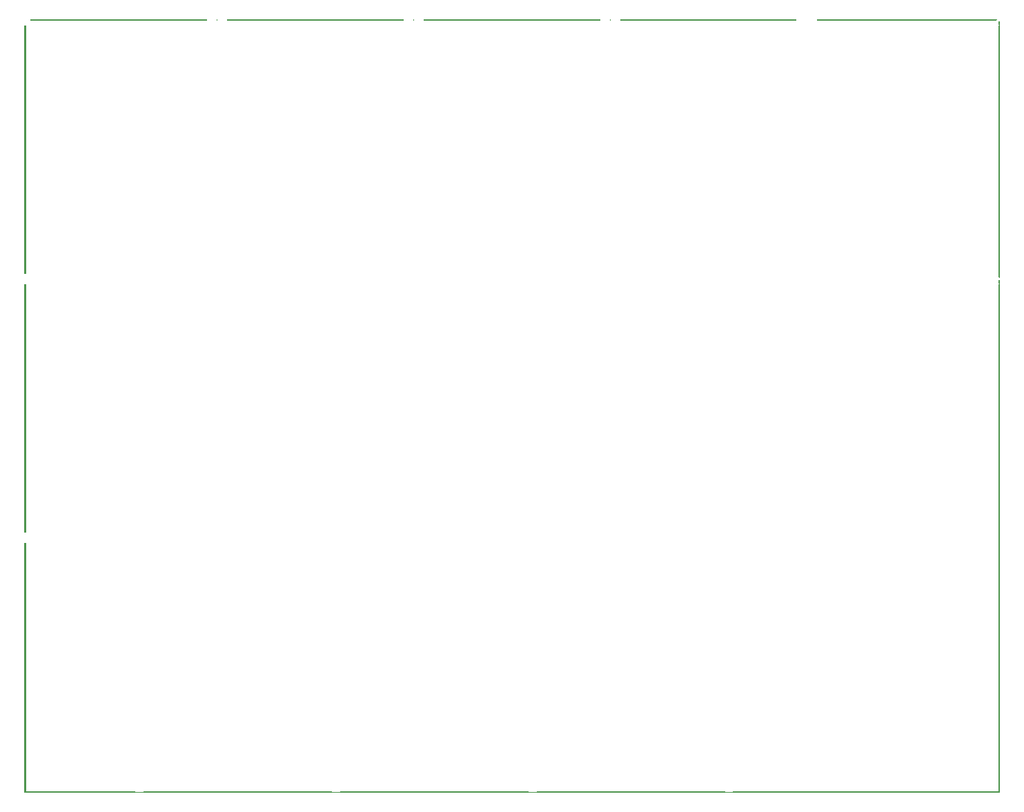
<source format=gbo>
G04 MADE WITH FRITZING*
G04 WWW.FRITZING.ORG*
G04 DOUBLE SIDED*
G04 HOLES PLATED*
G04 CONTOUR ON CENTER OF CONTOUR VECTOR*
%ASAXBY*%
%FSLAX23Y23*%
%MOIN*%
%OFA0B0*%
%SFA1.0B1.0*%
%ADD10R,0.001000X0.001000*%
%LNSILK0*%
G90*
G70*
G54D10*
X30Y3738D02*
X881Y3738D01*
X929Y3738D02*
X931Y3738D01*
X979Y3738D02*
X1831Y3738D01*
X1879Y3738D02*
X1881Y3738D01*
X1929Y3738D02*
X2780Y3738D01*
X2829Y3738D02*
X2830Y3738D01*
X2879Y3738D02*
X3729Y3738D01*
X3778Y3738D02*
X3779Y3738D01*
X3828Y3738D02*
X4698Y3738D01*
X4711Y3738D02*
X4711Y3738D01*
X30Y3737D02*
X880Y3737D01*
X930Y3737D02*
X930Y3737D01*
X980Y3737D02*
X1830Y3737D01*
X1880Y3737D02*
X1880Y3737D01*
X1930Y3737D02*
X2780Y3737D01*
X2829Y3737D02*
X2830Y3737D01*
X2879Y3737D02*
X3729Y3737D01*
X3778Y3737D02*
X3779Y3737D01*
X3828Y3737D02*
X4698Y3737D01*
X4711Y3737D02*
X4711Y3737D01*
X30Y3736D02*
X880Y3736D01*
X930Y3736D02*
X930Y3736D01*
X980Y3736D02*
X1830Y3736D01*
X1880Y3736D02*
X1880Y3736D01*
X1930Y3736D02*
X2780Y3736D01*
X2830Y3736D02*
X2830Y3736D01*
X2880Y3736D02*
X3729Y3736D01*
X3778Y3736D02*
X3779Y3736D01*
X3828Y3736D02*
X4697Y3736D01*
X30Y3735D02*
X880Y3735D01*
X930Y3735D02*
X930Y3735D01*
X980Y3735D02*
X1830Y3735D01*
X1880Y3735D02*
X1880Y3735D01*
X1930Y3735D02*
X2780Y3735D01*
X2830Y3735D02*
X2830Y3735D01*
X2880Y3735D02*
X3729Y3735D01*
X3779Y3735D02*
X3779Y3735D01*
X3829Y3735D02*
X4697Y3735D01*
X30Y3734D02*
X880Y3734D01*
X930Y3734D02*
X930Y3734D01*
X980Y3734D02*
X1830Y3734D01*
X1880Y3734D02*
X1880Y3734D01*
X1930Y3734D02*
X2780Y3734D01*
X2830Y3734D02*
X2830Y3734D01*
X2880Y3734D02*
X3729Y3734D01*
X3779Y3734D02*
X3779Y3734D01*
X3829Y3734D02*
X4696Y3734D01*
X30Y3733D02*
X880Y3733D01*
X930Y3733D02*
X930Y3733D01*
X980Y3733D02*
X1830Y3733D01*
X1880Y3733D02*
X1880Y3733D01*
X1930Y3733D02*
X2780Y3733D01*
X2830Y3733D02*
X2830Y3733D01*
X2880Y3733D02*
X3728Y3733D01*
X3829Y3733D02*
X4696Y3733D01*
X30Y3732D02*
X880Y3732D01*
X930Y3732D02*
X930Y3732D01*
X980Y3732D02*
X1830Y3732D01*
X1880Y3732D02*
X1880Y3732D01*
X1930Y3732D02*
X2780Y3732D01*
X2830Y3732D02*
X2830Y3732D01*
X2880Y3732D02*
X3729Y3732D01*
X3779Y3732D02*
X3779Y3732D01*
X3829Y3732D02*
X4696Y3732D01*
X30Y3731D02*
X880Y3731D01*
X930Y3731D02*
X930Y3731D01*
X980Y3731D02*
X1830Y3731D01*
X1880Y3731D02*
X1880Y3731D01*
X1930Y3731D02*
X2780Y3731D01*
X2830Y3731D02*
X2830Y3731D01*
X2880Y3731D02*
X3729Y3731D01*
X3779Y3731D02*
X3779Y3731D01*
X3829Y3731D02*
X4696Y3731D01*
X4711Y3728D02*
X4711Y3728D01*
X4710Y3727D02*
X4711Y3727D01*
X4709Y3726D02*
X4711Y3726D01*
X4707Y3725D02*
X4711Y3725D01*
X4704Y3724D02*
X4711Y3724D01*
X4704Y3723D02*
X4711Y3723D01*
X4704Y3722D02*
X4711Y3722D01*
X4704Y3721D02*
X4711Y3721D01*
X4704Y3720D02*
X4711Y3720D01*
X4704Y3719D02*
X4711Y3719D01*
X4704Y3718D02*
X4711Y3718D01*
X4704Y3717D02*
X4711Y3717D01*
X4704Y3716D02*
X4711Y3716D01*
X4704Y3715D02*
X4711Y3715D01*
X4704Y3714D02*
X4711Y3714D01*
X4704Y3713D02*
X4711Y3713D01*
X4704Y3712D02*
X4711Y3712D01*
X4704Y3711D02*
X4711Y3711D01*
X4704Y3710D02*
X4711Y3710D01*
X4710Y3709D02*
X4711Y3709D01*
X0Y3708D02*
X3Y3708D01*
X4706Y3708D02*
X4711Y3708D01*
X0Y3707D02*
X7Y3707D01*
X4704Y3707D02*
X4711Y3707D01*
X0Y3706D02*
X7Y3706D01*
X4704Y3706D02*
X4711Y3706D01*
X0Y3705D02*
X7Y3705D01*
X4704Y3705D02*
X4711Y3705D01*
X0Y3704D02*
X7Y3704D01*
X4704Y3704D02*
X4711Y3704D01*
X0Y3703D02*
X7Y3703D01*
X4704Y3703D02*
X4711Y3703D01*
X0Y3702D02*
X7Y3702D01*
X4704Y3702D02*
X4711Y3702D01*
X0Y3701D02*
X7Y3701D01*
X4704Y3701D02*
X4711Y3701D01*
X0Y3700D02*
X7Y3700D01*
X4704Y3700D02*
X4711Y3700D01*
X0Y3699D02*
X7Y3699D01*
X4704Y3699D02*
X4711Y3699D01*
X0Y3698D02*
X7Y3698D01*
X4704Y3698D02*
X4711Y3698D01*
X0Y3697D02*
X7Y3697D01*
X4704Y3697D02*
X4711Y3697D01*
X0Y3696D02*
X7Y3696D01*
X4704Y3696D02*
X4711Y3696D01*
X0Y3695D02*
X7Y3695D01*
X4704Y3695D02*
X4711Y3695D01*
X0Y3694D02*
X7Y3694D01*
X4704Y3694D02*
X4711Y3694D01*
X0Y3693D02*
X7Y3693D01*
X4704Y3693D02*
X4711Y3693D01*
X0Y3692D02*
X7Y3692D01*
X4704Y3692D02*
X4711Y3692D01*
X0Y3691D02*
X7Y3691D01*
X4704Y3691D02*
X4711Y3691D01*
X0Y3690D02*
X7Y3690D01*
X4704Y3690D02*
X4711Y3690D01*
X0Y3689D02*
X7Y3689D01*
X4704Y3689D02*
X4711Y3689D01*
X0Y3688D02*
X7Y3688D01*
X4704Y3688D02*
X4711Y3688D01*
X0Y3687D02*
X7Y3687D01*
X4704Y3687D02*
X4711Y3687D01*
X0Y3686D02*
X7Y3686D01*
X4704Y3686D02*
X4711Y3686D01*
X0Y3685D02*
X7Y3685D01*
X4704Y3685D02*
X4711Y3685D01*
X0Y3684D02*
X7Y3684D01*
X4704Y3684D02*
X4711Y3684D01*
X0Y3683D02*
X7Y3683D01*
X4704Y3683D02*
X4711Y3683D01*
X0Y3682D02*
X7Y3682D01*
X4704Y3682D02*
X4711Y3682D01*
X0Y3681D02*
X7Y3681D01*
X4704Y3681D02*
X4711Y3681D01*
X0Y3680D02*
X7Y3680D01*
X4704Y3680D02*
X4711Y3680D01*
X0Y3679D02*
X7Y3679D01*
X4704Y3679D02*
X4711Y3679D01*
X0Y3678D02*
X7Y3678D01*
X4704Y3678D02*
X4711Y3678D01*
X0Y3677D02*
X7Y3677D01*
X4704Y3677D02*
X4711Y3677D01*
X0Y3676D02*
X7Y3676D01*
X4704Y3676D02*
X4711Y3676D01*
X0Y3675D02*
X7Y3675D01*
X4704Y3675D02*
X4711Y3675D01*
X0Y3674D02*
X7Y3674D01*
X4704Y3674D02*
X4711Y3674D01*
X0Y3673D02*
X7Y3673D01*
X4704Y3673D02*
X4711Y3673D01*
X0Y3672D02*
X7Y3672D01*
X4704Y3672D02*
X4711Y3672D01*
X0Y3671D02*
X7Y3671D01*
X4704Y3671D02*
X4711Y3671D01*
X0Y3670D02*
X7Y3670D01*
X4704Y3670D02*
X4711Y3670D01*
X0Y3669D02*
X7Y3669D01*
X4704Y3669D02*
X4711Y3669D01*
X0Y3668D02*
X7Y3668D01*
X4704Y3668D02*
X4711Y3668D01*
X0Y3667D02*
X7Y3667D01*
X4704Y3667D02*
X4711Y3667D01*
X0Y3666D02*
X7Y3666D01*
X4704Y3666D02*
X4711Y3666D01*
X0Y3665D02*
X7Y3665D01*
X4704Y3665D02*
X4711Y3665D01*
X0Y3664D02*
X7Y3664D01*
X4704Y3664D02*
X4711Y3664D01*
X0Y3663D02*
X7Y3663D01*
X4704Y3663D02*
X4711Y3663D01*
X0Y3662D02*
X7Y3662D01*
X4704Y3662D02*
X4711Y3662D01*
X0Y3661D02*
X7Y3661D01*
X4704Y3661D02*
X4711Y3661D01*
X0Y3660D02*
X7Y3660D01*
X4704Y3660D02*
X4711Y3660D01*
X0Y3659D02*
X7Y3659D01*
X4704Y3659D02*
X4711Y3659D01*
X0Y3658D02*
X7Y3658D01*
X4704Y3658D02*
X4711Y3658D01*
X0Y3657D02*
X7Y3657D01*
X4704Y3657D02*
X4711Y3657D01*
X0Y3656D02*
X7Y3656D01*
X4704Y3656D02*
X4711Y3656D01*
X0Y3655D02*
X7Y3655D01*
X4704Y3655D02*
X4711Y3655D01*
X0Y3654D02*
X7Y3654D01*
X4704Y3654D02*
X4711Y3654D01*
X0Y3653D02*
X7Y3653D01*
X4704Y3653D02*
X4711Y3653D01*
X0Y3652D02*
X7Y3652D01*
X4704Y3652D02*
X4711Y3652D01*
X0Y3651D02*
X7Y3651D01*
X4704Y3651D02*
X4711Y3651D01*
X0Y3650D02*
X7Y3650D01*
X4704Y3650D02*
X4711Y3650D01*
X0Y3649D02*
X7Y3649D01*
X4704Y3649D02*
X4711Y3649D01*
X0Y3648D02*
X7Y3648D01*
X4704Y3648D02*
X4711Y3648D01*
X0Y3647D02*
X7Y3647D01*
X4704Y3647D02*
X4711Y3647D01*
X0Y3646D02*
X7Y3646D01*
X4704Y3646D02*
X4711Y3646D01*
X0Y3645D02*
X7Y3645D01*
X4704Y3645D02*
X4711Y3645D01*
X0Y3644D02*
X7Y3644D01*
X4704Y3644D02*
X4711Y3644D01*
X0Y3643D02*
X7Y3643D01*
X4704Y3643D02*
X4711Y3643D01*
X0Y3642D02*
X7Y3642D01*
X4704Y3642D02*
X4711Y3642D01*
X0Y3641D02*
X7Y3641D01*
X4704Y3641D02*
X4711Y3641D01*
X0Y3640D02*
X7Y3640D01*
X4704Y3640D02*
X4711Y3640D01*
X0Y3639D02*
X7Y3639D01*
X4704Y3639D02*
X4711Y3639D01*
X0Y3638D02*
X7Y3638D01*
X4704Y3638D02*
X4711Y3638D01*
X0Y3637D02*
X7Y3637D01*
X4704Y3637D02*
X4711Y3637D01*
X0Y3636D02*
X7Y3636D01*
X4704Y3636D02*
X4711Y3636D01*
X0Y3635D02*
X7Y3635D01*
X4704Y3635D02*
X4711Y3635D01*
X0Y3634D02*
X7Y3634D01*
X4704Y3634D02*
X4711Y3634D01*
X0Y3633D02*
X7Y3633D01*
X4704Y3633D02*
X4711Y3633D01*
X0Y3632D02*
X7Y3632D01*
X4704Y3632D02*
X4711Y3632D01*
X0Y3631D02*
X7Y3631D01*
X4704Y3631D02*
X4711Y3631D01*
X0Y3630D02*
X7Y3630D01*
X4704Y3630D02*
X4711Y3630D01*
X0Y3629D02*
X7Y3629D01*
X4704Y3629D02*
X4711Y3629D01*
X0Y3628D02*
X7Y3628D01*
X4704Y3628D02*
X4711Y3628D01*
X0Y3627D02*
X7Y3627D01*
X4704Y3627D02*
X4711Y3627D01*
X0Y3626D02*
X7Y3626D01*
X4704Y3626D02*
X4711Y3626D01*
X0Y3625D02*
X7Y3625D01*
X4704Y3625D02*
X4711Y3625D01*
X0Y3624D02*
X7Y3624D01*
X4704Y3624D02*
X4711Y3624D01*
X0Y3623D02*
X7Y3623D01*
X4704Y3623D02*
X4711Y3623D01*
X0Y3622D02*
X7Y3622D01*
X4704Y3622D02*
X4711Y3622D01*
X0Y3621D02*
X7Y3621D01*
X4704Y3621D02*
X4711Y3621D01*
X0Y3620D02*
X7Y3620D01*
X4704Y3620D02*
X4711Y3620D01*
X0Y3619D02*
X7Y3619D01*
X4704Y3619D02*
X4711Y3619D01*
X0Y3618D02*
X7Y3618D01*
X4704Y3618D02*
X4711Y3618D01*
X0Y3617D02*
X7Y3617D01*
X4704Y3617D02*
X4711Y3617D01*
X0Y3616D02*
X7Y3616D01*
X4704Y3616D02*
X4711Y3616D01*
X0Y3615D02*
X7Y3615D01*
X4704Y3615D02*
X4711Y3615D01*
X0Y3614D02*
X7Y3614D01*
X4704Y3614D02*
X4711Y3614D01*
X0Y3613D02*
X7Y3613D01*
X4704Y3613D02*
X4711Y3613D01*
X0Y3612D02*
X7Y3612D01*
X4704Y3612D02*
X4711Y3612D01*
X0Y3611D02*
X7Y3611D01*
X4704Y3611D02*
X4711Y3611D01*
X0Y3610D02*
X7Y3610D01*
X4704Y3610D02*
X4711Y3610D01*
X0Y3609D02*
X7Y3609D01*
X4704Y3609D02*
X4711Y3609D01*
X0Y3608D02*
X7Y3608D01*
X4704Y3608D02*
X4711Y3608D01*
X0Y3607D02*
X7Y3607D01*
X4704Y3607D02*
X4711Y3607D01*
X0Y3606D02*
X7Y3606D01*
X4704Y3606D02*
X4711Y3606D01*
X0Y3605D02*
X7Y3605D01*
X4704Y3605D02*
X4711Y3605D01*
X0Y3604D02*
X7Y3604D01*
X4704Y3604D02*
X4711Y3604D01*
X0Y3603D02*
X7Y3603D01*
X4704Y3603D02*
X4711Y3603D01*
X0Y3602D02*
X7Y3602D01*
X4704Y3602D02*
X4711Y3602D01*
X0Y3601D02*
X7Y3601D01*
X4704Y3601D02*
X4711Y3601D01*
X0Y3600D02*
X7Y3600D01*
X4704Y3600D02*
X4711Y3600D01*
X0Y3599D02*
X7Y3599D01*
X4704Y3599D02*
X4711Y3599D01*
X0Y3598D02*
X7Y3598D01*
X4704Y3598D02*
X4711Y3598D01*
X0Y3597D02*
X7Y3597D01*
X4704Y3597D02*
X4711Y3597D01*
X0Y3596D02*
X7Y3596D01*
X4704Y3596D02*
X4711Y3596D01*
X0Y3595D02*
X7Y3595D01*
X4704Y3595D02*
X4711Y3595D01*
X0Y3594D02*
X7Y3594D01*
X4704Y3594D02*
X4711Y3594D01*
X0Y3593D02*
X7Y3593D01*
X4704Y3593D02*
X4711Y3593D01*
X0Y3592D02*
X7Y3592D01*
X4704Y3592D02*
X4711Y3592D01*
X0Y3591D02*
X7Y3591D01*
X4704Y3591D02*
X4711Y3591D01*
X0Y3590D02*
X7Y3590D01*
X4704Y3590D02*
X4711Y3590D01*
X0Y3589D02*
X7Y3589D01*
X4704Y3589D02*
X4711Y3589D01*
X0Y3588D02*
X7Y3588D01*
X4704Y3588D02*
X4711Y3588D01*
X0Y3587D02*
X7Y3587D01*
X4704Y3587D02*
X4711Y3587D01*
X0Y3586D02*
X7Y3586D01*
X4704Y3586D02*
X4711Y3586D01*
X0Y3585D02*
X7Y3585D01*
X4704Y3585D02*
X4711Y3585D01*
X0Y3584D02*
X7Y3584D01*
X4704Y3584D02*
X4711Y3584D01*
X0Y3583D02*
X7Y3583D01*
X4704Y3583D02*
X4711Y3583D01*
X0Y3582D02*
X7Y3582D01*
X4704Y3582D02*
X4711Y3582D01*
X0Y3581D02*
X7Y3581D01*
X4704Y3581D02*
X4711Y3581D01*
X0Y3580D02*
X7Y3580D01*
X4704Y3580D02*
X4711Y3580D01*
X0Y3579D02*
X7Y3579D01*
X4704Y3579D02*
X4711Y3579D01*
X0Y3578D02*
X7Y3578D01*
X4704Y3578D02*
X4711Y3578D01*
X0Y3577D02*
X7Y3577D01*
X4704Y3577D02*
X4711Y3577D01*
X0Y3576D02*
X7Y3576D01*
X4704Y3576D02*
X4711Y3576D01*
X0Y3575D02*
X7Y3575D01*
X4704Y3575D02*
X4711Y3575D01*
X0Y3574D02*
X7Y3574D01*
X4704Y3574D02*
X4711Y3574D01*
X0Y3573D02*
X7Y3573D01*
X4704Y3573D02*
X4711Y3573D01*
X0Y3572D02*
X7Y3572D01*
X4704Y3572D02*
X4711Y3572D01*
X0Y3571D02*
X7Y3571D01*
X4704Y3571D02*
X4711Y3571D01*
X0Y3570D02*
X7Y3570D01*
X4704Y3570D02*
X4711Y3570D01*
X0Y3569D02*
X7Y3569D01*
X4704Y3569D02*
X4711Y3569D01*
X0Y3568D02*
X7Y3568D01*
X4704Y3568D02*
X4711Y3568D01*
X0Y3567D02*
X7Y3567D01*
X4704Y3567D02*
X4711Y3567D01*
X0Y3566D02*
X7Y3566D01*
X4704Y3566D02*
X4711Y3566D01*
X0Y3565D02*
X7Y3565D01*
X4704Y3565D02*
X4711Y3565D01*
X0Y3564D02*
X7Y3564D01*
X4704Y3564D02*
X4711Y3564D01*
X0Y3563D02*
X7Y3563D01*
X4704Y3563D02*
X4711Y3563D01*
X0Y3562D02*
X7Y3562D01*
X4704Y3562D02*
X4711Y3562D01*
X0Y3561D02*
X7Y3561D01*
X4704Y3561D02*
X4711Y3561D01*
X0Y3560D02*
X7Y3560D01*
X4704Y3560D02*
X4711Y3560D01*
X0Y3559D02*
X7Y3559D01*
X4704Y3559D02*
X4711Y3559D01*
X0Y3558D02*
X7Y3558D01*
X4704Y3558D02*
X4711Y3558D01*
X0Y3557D02*
X7Y3557D01*
X4704Y3557D02*
X4711Y3557D01*
X0Y3556D02*
X7Y3556D01*
X4704Y3556D02*
X4711Y3556D01*
X0Y3555D02*
X7Y3555D01*
X4704Y3555D02*
X4711Y3555D01*
X0Y3554D02*
X7Y3554D01*
X4704Y3554D02*
X4711Y3554D01*
X0Y3553D02*
X7Y3553D01*
X4704Y3553D02*
X4711Y3553D01*
X0Y3552D02*
X7Y3552D01*
X4704Y3552D02*
X4711Y3552D01*
X0Y3551D02*
X7Y3551D01*
X4704Y3551D02*
X4711Y3551D01*
X0Y3550D02*
X7Y3550D01*
X4704Y3550D02*
X4711Y3550D01*
X0Y3549D02*
X7Y3549D01*
X4704Y3549D02*
X4711Y3549D01*
X0Y3548D02*
X7Y3548D01*
X4704Y3548D02*
X4711Y3548D01*
X0Y3547D02*
X7Y3547D01*
X4704Y3547D02*
X4711Y3547D01*
X0Y3546D02*
X7Y3546D01*
X4704Y3546D02*
X4711Y3546D01*
X0Y3545D02*
X7Y3545D01*
X4704Y3545D02*
X4711Y3545D01*
X0Y3544D02*
X7Y3544D01*
X4704Y3544D02*
X4711Y3544D01*
X0Y3543D02*
X7Y3543D01*
X4704Y3543D02*
X4711Y3543D01*
X0Y3542D02*
X7Y3542D01*
X4704Y3542D02*
X4711Y3542D01*
X0Y3541D02*
X7Y3541D01*
X4704Y3541D02*
X4711Y3541D01*
X0Y3540D02*
X7Y3540D01*
X4704Y3540D02*
X4711Y3540D01*
X0Y3539D02*
X7Y3539D01*
X4704Y3539D02*
X4711Y3539D01*
X0Y3538D02*
X7Y3538D01*
X4704Y3538D02*
X4711Y3538D01*
X0Y3537D02*
X7Y3537D01*
X4704Y3537D02*
X4711Y3537D01*
X0Y3536D02*
X7Y3536D01*
X4704Y3536D02*
X4711Y3536D01*
X0Y3535D02*
X7Y3535D01*
X4704Y3535D02*
X4711Y3535D01*
X0Y3534D02*
X7Y3534D01*
X4704Y3534D02*
X4711Y3534D01*
X0Y3533D02*
X7Y3533D01*
X4704Y3533D02*
X4711Y3533D01*
X0Y3532D02*
X7Y3532D01*
X4704Y3532D02*
X4711Y3532D01*
X0Y3531D02*
X7Y3531D01*
X4704Y3531D02*
X4711Y3531D01*
X0Y3530D02*
X7Y3530D01*
X4704Y3530D02*
X4711Y3530D01*
X0Y3529D02*
X7Y3529D01*
X4704Y3529D02*
X4711Y3529D01*
X0Y3528D02*
X7Y3528D01*
X4704Y3528D02*
X4711Y3528D01*
X0Y3527D02*
X7Y3527D01*
X4704Y3527D02*
X4711Y3527D01*
X0Y3526D02*
X7Y3526D01*
X4704Y3526D02*
X4711Y3526D01*
X0Y3525D02*
X7Y3525D01*
X4704Y3525D02*
X4711Y3525D01*
X0Y3524D02*
X7Y3524D01*
X4704Y3524D02*
X4711Y3524D01*
X0Y3523D02*
X7Y3523D01*
X4704Y3523D02*
X4711Y3523D01*
X0Y3522D02*
X7Y3522D01*
X4704Y3522D02*
X4711Y3522D01*
X0Y3521D02*
X7Y3521D01*
X4704Y3521D02*
X4711Y3521D01*
X0Y3520D02*
X7Y3520D01*
X4704Y3520D02*
X4711Y3520D01*
X0Y3519D02*
X7Y3519D01*
X4704Y3519D02*
X4711Y3519D01*
X0Y3518D02*
X7Y3518D01*
X4704Y3518D02*
X4711Y3518D01*
X0Y3517D02*
X7Y3517D01*
X4704Y3517D02*
X4711Y3517D01*
X0Y3516D02*
X7Y3516D01*
X4704Y3516D02*
X4711Y3516D01*
X0Y3515D02*
X7Y3515D01*
X4704Y3515D02*
X4711Y3515D01*
X0Y3514D02*
X7Y3514D01*
X4704Y3514D02*
X4711Y3514D01*
X0Y3513D02*
X7Y3513D01*
X4704Y3513D02*
X4711Y3513D01*
X0Y3512D02*
X7Y3512D01*
X4704Y3512D02*
X4711Y3512D01*
X0Y3511D02*
X7Y3511D01*
X4704Y3511D02*
X4711Y3511D01*
X0Y3510D02*
X7Y3510D01*
X4704Y3510D02*
X4711Y3510D01*
X0Y3509D02*
X7Y3509D01*
X4704Y3509D02*
X4711Y3509D01*
X0Y3508D02*
X7Y3508D01*
X4704Y3508D02*
X4711Y3508D01*
X0Y3507D02*
X7Y3507D01*
X4704Y3507D02*
X4711Y3507D01*
X0Y3506D02*
X7Y3506D01*
X4704Y3506D02*
X4711Y3506D01*
X0Y3505D02*
X7Y3505D01*
X4704Y3505D02*
X4711Y3505D01*
X0Y3504D02*
X7Y3504D01*
X4704Y3504D02*
X4711Y3504D01*
X0Y3503D02*
X7Y3503D01*
X4704Y3503D02*
X4711Y3503D01*
X0Y3502D02*
X7Y3502D01*
X4704Y3502D02*
X4711Y3502D01*
X0Y3501D02*
X7Y3501D01*
X4704Y3501D02*
X4711Y3501D01*
X0Y3500D02*
X7Y3500D01*
X4704Y3500D02*
X4711Y3500D01*
X0Y3499D02*
X7Y3499D01*
X4704Y3499D02*
X4711Y3499D01*
X0Y3498D02*
X7Y3498D01*
X4704Y3498D02*
X4711Y3498D01*
X0Y3497D02*
X7Y3497D01*
X4704Y3497D02*
X4711Y3497D01*
X0Y3496D02*
X7Y3496D01*
X4704Y3496D02*
X4711Y3496D01*
X0Y3495D02*
X7Y3495D01*
X4704Y3495D02*
X4711Y3495D01*
X0Y3494D02*
X7Y3494D01*
X4704Y3494D02*
X4711Y3494D01*
X0Y3493D02*
X7Y3493D01*
X4704Y3493D02*
X4711Y3493D01*
X0Y3492D02*
X7Y3492D01*
X4704Y3492D02*
X4711Y3492D01*
X0Y3491D02*
X7Y3491D01*
X4704Y3491D02*
X4711Y3491D01*
X0Y3490D02*
X7Y3490D01*
X4704Y3490D02*
X4711Y3490D01*
X0Y3489D02*
X7Y3489D01*
X4704Y3489D02*
X4711Y3489D01*
X0Y3488D02*
X7Y3488D01*
X4704Y3488D02*
X4711Y3488D01*
X0Y3487D02*
X7Y3487D01*
X4704Y3487D02*
X4711Y3487D01*
X0Y3486D02*
X7Y3486D01*
X4704Y3486D02*
X4711Y3486D01*
X0Y3485D02*
X7Y3485D01*
X4704Y3485D02*
X4711Y3485D01*
X0Y3484D02*
X7Y3484D01*
X4704Y3484D02*
X4711Y3484D01*
X0Y3483D02*
X7Y3483D01*
X4704Y3483D02*
X4711Y3483D01*
X0Y3482D02*
X7Y3482D01*
X4704Y3482D02*
X4711Y3482D01*
X0Y3481D02*
X7Y3481D01*
X4704Y3481D02*
X4711Y3481D01*
X0Y3480D02*
X7Y3480D01*
X4704Y3480D02*
X4711Y3480D01*
X0Y3479D02*
X7Y3479D01*
X4704Y3479D02*
X4711Y3479D01*
X0Y3478D02*
X7Y3478D01*
X4704Y3478D02*
X4711Y3478D01*
X0Y3477D02*
X7Y3477D01*
X4704Y3477D02*
X4711Y3477D01*
X0Y3476D02*
X7Y3476D01*
X4704Y3476D02*
X4711Y3476D01*
X0Y3475D02*
X7Y3475D01*
X4704Y3475D02*
X4711Y3475D01*
X0Y3474D02*
X7Y3474D01*
X4704Y3474D02*
X4711Y3474D01*
X0Y3473D02*
X7Y3473D01*
X4704Y3473D02*
X4711Y3473D01*
X0Y3472D02*
X7Y3472D01*
X4704Y3472D02*
X4711Y3472D01*
X0Y3471D02*
X7Y3471D01*
X4704Y3471D02*
X4711Y3471D01*
X0Y3470D02*
X7Y3470D01*
X4704Y3470D02*
X4711Y3470D01*
X0Y3469D02*
X7Y3469D01*
X4704Y3469D02*
X4711Y3469D01*
X0Y3468D02*
X7Y3468D01*
X4704Y3468D02*
X4711Y3468D01*
X0Y3467D02*
X7Y3467D01*
X4704Y3467D02*
X4711Y3467D01*
X0Y3466D02*
X7Y3466D01*
X4704Y3466D02*
X4711Y3466D01*
X0Y3465D02*
X7Y3465D01*
X4704Y3465D02*
X4711Y3465D01*
X0Y3464D02*
X7Y3464D01*
X4704Y3464D02*
X4711Y3464D01*
X0Y3463D02*
X7Y3463D01*
X4704Y3463D02*
X4711Y3463D01*
X0Y3462D02*
X7Y3462D01*
X4704Y3462D02*
X4711Y3462D01*
X0Y3461D02*
X7Y3461D01*
X4704Y3461D02*
X4711Y3461D01*
X0Y3460D02*
X7Y3460D01*
X4704Y3460D02*
X4711Y3460D01*
X0Y3459D02*
X7Y3459D01*
X4704Y3459D02*
X4711Y3459D01*
X0Y3458D02*
X7Y3458D01*
X4704Y3458D02*
X4711Y3458D01*
X0Y3457D02*
X7Y3457D01*
X4704Y3457D02*
X4711Y3457D01*
X0Y3456D02*
X7Y3456D01*
X4704Y3456D02*
X4711Y3456D01*
X0Y3455D02*
X7Y3455D01*
X4704Y3455D02*
X4711Y3455D01*
X0Y3454D02*
X7Y3454D01*
X4704Y3454D02*
X4711Y3454D01*
X0Y3453D02*
X7Y3453D01*
X4704Y3453D02*
X4711Y3453D01*
X0Y3452D02*
X7Y3452D01*
X4704Y3452D02*
X4711Y3452D01*
X0Y3451D02*
X7Y3451D01*
X4704Y3451D02*
X4711Y3451D01*
X0Y3450D02*
X7Y3450D01*
X4704Y3450D02*
X4711Y3450D01*
X0Y3449D02*
X7Y3449D01*
X4704Y3449D02*
X4711Y3449D01*
X0Y3448D02*
X7Y3448D01*
X4704Y3448D02*
X4711Y3448D01*
X0Y3447D02*
X7Y3447D01*
X4704Y3447D02*
X4711Y3447D01*
X0Y3446D02*
X7Y3446D01*
X4704Y3446D02*
X4711Y3446D01*
X0Y3445D02*
X7Y3445D01*
X4704Y3445D02*
X4711Y3445D01*
X0Y3444D02*
X7Y3444D01*
X4704Y3444D02*
X4711Y3444D01*
X0Y3443D02*
X7Y3443D01*
X4704Y3443D02*
X4711Y3443D01*
X0Y3442D02*
X7Y3442D01*
X4704Y3442D02*
X4711Y3442D01*
X0Y3441D02*
X7Y3441D01*
X4704Y3441D02*
X4711Y3441D01*
X0Y3440D02*
X7Y3440D01*
X4704Y3440D02*
X4711Y3440D01*
X0Y3439D02*
X7Y3439D01*
X4704Y3439D02*
X4711Y3439D01*
X0Y3438D02*
X7Y3438D01*
X4704Y3438D02*
X4711Y3438D01*
X0Y3437D02*
X7Y3437D01*
X4704Y3437D02*
X4711Y3437D01*
X0Y3436D02*
X7Y3436D01*
X4704Y3436D02*
X4711Y3436D01*
X0Y3435D02*
X7Y3435D01*
X4704Y3435D02*
X4711Y3435D01*
X0Y3434D02*
X7Y3434D01*
X4704Y3434D02*
X4711Y3434D01*
X0Y3433D02*
X7Y3433D01*
X4704Y3433D02*
X4711Y3433D01*
X0Y3432D02*
X7Y3432D01*
X4704Y3432D02*
X4711Y3432D01*
X0Y3431D02*
X7Y3431D01*
X4704Y3431D02*
X4711Y3431D01*
X0Y3430D02*
X7Y3430D01*
X4704Y3430D02*
X4711Y3430D01*
X0Y3429D02*
X7Y3429D01*
X4704Y3429D02*
X4711Y3429D01*
X0Y3428D02*
X7Y3428D01*
X4704Y3428D02*
X4711Y3428D01*
X0Y3427D02*
X7Y3427D01*
X4704Y3427D02*
X4711Y3427D01*
X0Y3426D02*
X7Y3426D01*
X4704Y3426D02*
X4711Y3426D01*
X0Y3425D02*
X7Y3425D01*
X4704Y3425D02*
X4711Y3425D01*
X0Y3424D02*
X7Y3424D01*
X4704Y3424D02*
X4711Y3424D01*
X0Y3423D02*
X7Y3423D01*
X4704Y3423D02*
X4711Y3423D01*
X0Y3422D02*
X7Y3422D01*
X4704Y3422D02*
X4711Y3422D01*
X0Y3421D02*
X7Y3421D01*
X4704Y3421D02*
X4711Y3421D01*
X0Y3420D02*
X7Y3420D01*
X4704Y3420D02*
X4711Y3420D01*
X0Y3419D02*
X7Y3419D01*
X4704Y3419D02*
X4711Y3419D01*
X0Y3418D02*
X7Y3418D01*
X4704Y3418D02*
X4711Y3418D01*
X0Y3417D02*
X7Y3417D01*
X4704Y3417D02*
X4711Y3417D01*
X0Y3416D02*
X7Y3416D01*
X4704Y3416D02*
X4711Y3416D01*
X0Y3415D02*
X7Y3415D01*
X4704Y3415D02*
X4711Y3415D01*
X0Y3414D02*
X7Y3414D01*
X4704Y3414D02*
X4711Y3414D01*
X0Y3413D02*
X7Y3413D01*
X4704Y3413D02*
X4711Y3413D01*
X0Y3412D02*
X7Y3412D01*
X4704Y3412D02*
X4711Y3412D01*
X0Y3411D02*
X7Y3411D01*
X4704Y3411D02*
X4711Y3411D01*
X0Y3410D02*
X7Y3410D01*
X4704Y3410D02*
X4711Y3410D01*
X0Y3409D02*
X7Y3409D01*
X4704Y3409D02*
X4711Y3409D01*
X0Y3408D02*
X7Y3408D01*
X4704Y3408D02*
X4711Y3408D01*
X0Y3407D02*
X7Y3407D01*
X4704Y3407D02*
X4711Y3407D01*
X0Y3406D02*
X7Y3406D01*
X4704Y3406D02*
X4711Y3406D01*
X0Y3405D02*
X7Y3405D01*
X4704Y3405D02*
X4711Y3405D01*
X0Y3404D02*
X7Y3404D01*
X4704Y3404D02*
X4711Y3404D01*
X0Y3403D02*
X7Y3403D01*
X4704Y3403D02*
X4711Y3403D01*
X0Y3402D02*
X7Y3402D01*
X4704Y3402D02*
X4711Y3402D01*
X0Y3401D02*
X7Y3401D01*
X4704Y3401D02*
X4711Y3401D01*
X0Y3400D02*
X7Y3400D01*
X4704Y3400D02*
X4711Y3400D01*
X0Y3399D02*
X7Y3399D01*
X4704Y3399D02*
X4711Y3399D01*
X0Y3398D02*
X7Y3398D01*
X4704Y3398D02*
X4711Y3398D01*
X0Y3397D02*
X7Y3397D01*
X4704Y3397D02*
X4711Y3397D01*
X0Y3396D02*
X7Y3396D01*
X4704Y3396D02*
X4711Y3396D01*
X0Y3395D02*
X7Y3395D01*
X4704Y3395D02*
X4711Y3395D01*
X0Y3394D02*
X7Y3394D01*
X4704Y3394D02*
X4711Y3394D01*
X0Y3393D02*
X7Y3393D01*
X4704Y3393D02*
X4711Y3393D01*
X0Y3392D02*
X7Y3392D01*
X4704Y3392D02*
X4711Y3392D01*
X0Y3391D02*
X7Y3391D01*
X4704Y3391D02*
X4711Y3391D01*
X0Y3390D02*
X7Y3390D01*
X4704Y3390D02*
X4711Y3390D01*
X0Y3389D02*
X7Y3389D01*
X4704Y3389D02*
X4711Y3389D01*
X0Y3388D02*
X7Y3388D01*
X4704Y3388D02*
X4711Y3388D01*
X0Y3387D02*
X7Y3387D01*
X4704Y3387D02*
X4711Y3387D01*
X0Y3386D02*
X7Y3386D01*
X4704Y3386D02*
X4711Y3386D01*
X0Y3385D02*
X7Y3385D01*
X4704Y3385D02*
X4711Y3385D01*
X0Y3384D02*
X7Y3384D01*
X4704Y3384D02*
X4711Y3384D01*
X0Y3383D02*
X7Y3383D01*
X4704Y3383D02*
X4711Y3383D01*
X0Y3382D02*
X7Y3382D01*
X4704Y3382D02*
X4711Y3382D01*
X0Y3381D02*
X7Y3381D01*
X4704Y3381D02*
X4711Y3381D01*
X0Y3380D02*
X7Y3380D01*
X4704Y3380D02*
X4711Y3380D01*
X0Y3379D02*
X7Y3379D01*
X4704Y3379D02*
X4711Y3379D01*
X0Y3378D02*
X7Y3378D01*
X4704Y3378D02*
X4711Y3378D01*
X0Y3377D02*
X7Y3377D01*
X4704Y3377D02*
X4711Y3377D01*
X0Y3376D02*
X7Y3376D01*
X4704Y3376D02*
X4711Y3376D01*
X0Y3375D02*
X7Y3375D01*
X4704Y3375D02*
X4711Y3375D01*
X0Y3374D02*
X7Y3374D01*
X4704Y3374D02*
X4711Y3374D01*
X0Y3373D02*
X7Y3373D01*
X4704Y3373D02*
X4711Y3373D01*
X0Y3372D02*
X7Y3372D01*
X4704Y3372D02*
X4711Y3372D01*
X0Y3371D02*
X7Y3371D01*
X4704Y3371D02*
X4711Y3371D01*
X0Y3370D02*
X7Y3370D01*
X4704Y3370D02*
X4711Y3370D01*
X0Y3369D02*
X7Y3369D01*
X4704Y3369D02*
X4711Y3369D01*
X0Y3368D02*
X7Y3368D01*
X4704Y3368D02*
X4711Y3368D01*
X0Y3367D02*
X7Y3367D01*
X4704Y3367D02*
X4711Y3367D01*
X0Y3366D02*
X7Y3366D01*
X4704Y3366D02*
X4711Y3366D01*
X0Y3365D02*
X7Y3365D01*
X4704Y3365D02*
X4711Y3365D01*
X0Y3364D02*
X7Y3364D01*
X4704Y3364D02*
X4711Y3364D01*
X0Y3363D02*
X7Y3363D01*
X4704Y3363D02*
X4711Y3363D01*
X0Y3362D02*
X7Y3362D01*
X4704Y3362D02*
X4711Y3362D01*
X0Y3361D02*
X7Y3361D01*
X4704Y3361D02*
X4711Y3361D01*
X0Y3360D02*
X7Y3360D01*
X4704Y3360D02*
X4711Y3360D01*
X0Y3359D02*
X7Y3359D01*
X4704Y3359D02*
X4711Y3359D01*
X0Y3358D02*
X7Y3358D01*
X4704Y3358D02*
X4711Y3358D01*
X0Y3357D02*
X7Y3357D01*
X4704Y3357D02*
X4711Y3357D01*
X0Y3356D02*
X7Y3356D01*
X4704Y3356D02*
X4711Y3356D01*
X0Y3355D02*
X7Y3355D01*
X4704Y3355D02*
X4711Y3355D01*
X0Y3354D02*
X7Y3354D01*
X4704Y3354D02*
X4711Y3354D01*
X0Y3353D02*
X7Y3353D01*
X4704Y3353D02*
X4711Y3353D01*
X0Y3352D02*
X7Y3352D01*
X4704Y3352D02*
X4711Y3352D01*
X0Y3351D02*
X7Y3351D01*
X4704Y3351D02*
X4711Y3351D01*
X0Y3350D02*
X7Y3350D01*
X4704Y3350D02*
X4711Y3350D01*
X0Y3349D02*
X7Y3349D01*
X4704Y3349D02*
X4711Y3349D01*
X0Y3348D02*
X7Y3348D01*
X4704Y3348D02*
X4711Y3348D01*
X0Y3347D02*
X7Y3347D01*
X4704Y3347D02*
X4711Y3347D01*
X0Y3346D02*
X7Y3346D01*
X4704Y3346D02*
X4711Y3346D01*
X0Y3345D02*
X7Y3345D01*
X4704Y3345D02*
X4711Y3345D01*
X0Y3344D02*
X7Y3344D01*
X4704Y3344D02*
X4711Y3344D01*
X0Y3343D02*
X7Y3343D01*
X4704Y3343D02*
X4711Y3343D01*
X0Y3342D02*
X7Y3342D01*
X4704Y3342D02*
X4711Y3342D01*
X0Y3341D02*
X7Y3341D01*
X4704Y3341D02*
X4711Y3341D01*
X0Y3340D02*
X7Y3340D01*
X4704Y3340D02*
X4711Y3340D01*
X0Y3339D02*
X7Y3339D01*
X4704Y3339D02*
X4711Y3339D01*
X0Y3338D02*
X7Y3338D01*
X4704Y3338D02*
X4711Y3338D01*
X0Y3337D02*
X7Y3337D01*
X4704Y3337D02*
X4711Y3337D01*
X0Y3336D02*
X7Y3336D01*
X4704Y3336D02*
X4711Y3336D01*
X0Y3335D02*
X7Y3335D01*
X4704Y3335D02*
X4711Y3335D01*
X0Y3334D02*
X7Y3334D01*
X4704Y3334D02*
X4711Y3334D01*
X0Y3333D02*
X7Y3333D01*
X4704Y3333D02*
X4711Y3333D01*
X0Y3332D02*
X7Y3332D01*
X4704Y3332D02*
X4711Y3332D01*
X0Y3331D02*
X7Y3331D01*
X4704Y3331D02*
X4711Y3331D01*
X0Y3330D02*
X7Y3330D01*
X4704Y3330D02*
X4711Y3330D01*
X0Y3329D02*
X7Y3329D01*
X4704Y3329D02*
X4711Y3329D01*
X0Y3328D02*
X7Y3328D01*
X4704Y3328D02*
X4711Y3328D01*
X0Y3327D02*
X7Y3327D01*
X4704Y3327D02*
X4711Y3327D01*
X0Y3326D02*
X7Y3326D01*
X4704Y3326D02*
X4711Y3326D01*
X0Y3325D02*
X7Y3325D01*
X4704Y3325D02*
X4711Y3325D01*
X0Y3324D02*
X7Y3324D01*
X4704Y3324D02*
X4711Y3324D01*
X0Y3323D02*
X7Y3323D01*
X4704Y3323D02*
X4711Y3323D01*
X0Y3322D02*
X7Y3322D01*
X4704Y3322D02*
X4711Y3322D01*
X0Y3321D02*
X7Y3321D01*
X4704Y3321D02*
X4711Y3321D01*
X0Y3320D02*
X7Y3320D01*
X4704Y3320D02*
X4711Y3320D01*
X0Y3319D02*
X7Y3319D01*
X4704Y3319D02*
X4711Y3319D01*
X0Y3318D02*
X7Y3318D01*
X4704Y3318D02*
X4711Y3318D01*
X0Y3317D02*
X7Y3317D01*
X4704Y3317D02*
X4711Y3317D01*
X0Y3316D02*
X7Y3316D01*
X4704Y3316D02*
X4711Y3316D01*
X0Y3315D02*
X7Y3315D01*
X4704Y3315D02*
X4711Y3315D01*
X0Y3314D02*
X7Y3314D01*
X4704Y3314D02*
X4711Y3314D01*
X0Y3313D02*
X7Y3313D01*
X4704Y3313D02*
X4711Y3313D01*
X0Y3312D02*
X7Y3312D01*
X4704Y3312D02*
X4711Y3312D01*
X0Y3311D02*
X7Y3311D01*
X4704Y3311D02*
X4711Y3311D01*
X0Y3310D02*
X7Y3310D01*
X4704Y3310D02*
X4711Y3310D01*
X0Y3309D02*
X7Y3309D01*
X4704Y3309D02*
X4711Y3309D01*
X0Y3308D02*
X7Y3308D01*
X4704Y3308D02*
X4711Y3308D01*
X0Y3307D02*
X7Y3307D01*
X4704Y3307D02*
X4711Y3307D01*
X0Y3306D02*
X7Y3306D01*
X4704Y3306D02*
X4711Y3306D01*
X0Y3305D02*
X7Y3305D01*
X4704Y3305D02*
X4711Y3305D01*
X0Y3304D02*
X7Y3304D01*
X4704Y3304D02*
X4711Y3304D01*
X0Y3303D02*
X7Y3303D01*
X4704Y3303D02*
X4711Y3303D01*
X0Y3302D02*
X7Y3302D01*
X4704Y3302D02*
X4711Y3302D01*
X0Y3301D02*
X7Y3301D01*
X4704Y3301D02*
X4711Y3301D01*
X0Y3300D02*
X7Y3300D01*
X4704Y3300D02*
X4711Y3300D01*
X0Y3299D02*
X7Y3299D01*
X4704Y3299D02*
X4711Y3299D01*
X0Y3298D02*
X7Y3298D01*
X4704Y3298D02*
X4711Y3298D01*
X0Y3297D02*
X7Y3297D01*
X4704Y3297D02*
X4711Y3297D01*
X0Y3296D02*
X7Y3296D01*
X4704Y3296D02*
X4711Y3296D01*
X0Y3295D02*
X7Y3295D01*
X4704Y3295D02*
X4711Y3295D01*
X0Y3294D02*
X7Y3294D01*
X4704Y3294D02*
X4711Y3294D01*
X0Y3293D02*
X7Y3293D01*
X4704Y3293D02*
X4711Y3293D01*
X0Y3292D02*
X7Y3292D01*
X4704Y3292D02*
X4711Y3292D01*
X0Y3291D02*
X7Y3291D01*
X4704Y3291D02*
X4711Y3291D01*
X0Y3290D02*
X7Y3290D01*
X4704Y3290D02*
X4711Y3290D01*
X0Y3289D02*
X7Y3289D01*
X4704Y3289D02*
X4711Y3289D01*
X0Y3288D02*
X7Y3288D01*
X4704Y3288D02*
X4711Y3288D01*
X0Y3287D02*
X7Y3287D01*
X4704Y3287D02*
X4711Y3287D01*
X0Y3286D02*
X7Y3286D01*
X4704Y3286D02*
X4711Y3286D01*
X0Y3285D02*
X7Y3285D01*
X4704Y3285D02*
X4711Y3285D01*
X0Y3284D02*
X7Y3284D01*
X4704Y3284D02*
X4711Y3284D01*
X0Y3283D02*
X7Y3283D01*
X4704Y3283D02*
X4711Y3283D01*
X0Y3282D02*
X7Y3282D01*
X4704Y3282D02*
X4711Y3282D01*
X0Y3281D02*
X7Y3281D01*
X4704Y3281D02*
X4711Y3281D01*
X0Y3280D02*
X7Y3280D01*
X4704Y3280D02*
X4711Y3280D01*
X0Y3279D02*
X7Y3279D01*
X4704Y3279D02*
X4711Y3279D01*
X0Y3278D02*
X7Y3278D01*
X4704Y3278D02*
X4711Y3278D01*
X0Y3277D02*
X7Y3277D01*
X4704Y3277D02*
X4711Y3277D01*
X0Y3276D02*
X7Y3276D01*
X4704Y3276D02*
X4711Y3276D01*
X0Y3275D02*
X7Y3275D01*
X4704Y3275D02*
X4711Y3275D01*
X0Y3274D02*
X7Y3274D01*
X4704Y3274D02*
X4711Y3274D01*
X0Y3273D02*
X7Y3273D01*
X4704Y3273D02*
X4711Y3273D01*
X0Y3272D02*
X7Y3272D01*
X4704Y3272D02*
X4711Y3272D01*
X0Y3271D02*
X7Y3271D01*
X4704Y3271D02*
X4711Y3271D01*
X0Y3270D02*
X7Y3270D01*
X4704Y3270D02*
X4711Y3270D01*
X0Y3269D02*
X7Y3269D01*
X4704Y3269D02*
X4711Y3269D01*
X0Y3268D02*
X7Y3268D01*
X4704Y3268D02*
X4711Y3268D01*
X0Y3267D02*
X7Y3267D01*
X4704Y3267D02*
X4711Y3267D01*
X0Y3266D02*
X7Y3266D01*
X4704Y3266D02*
X4711Y3266D01*
X0Y3265D02*
X7Y3265D01*
X4704Y3265D02*
X4711Y3265D01*
X0Y3264D02*
X7Y3264D01*
X4704Y3264D02*
X4711Y3264D01*
X0Y3263D02*
X7Y3263D01*
X4704Y3263D02*
X4711Y3263D01*
X0Y3262D02*
X7Y3262D01*
X4704Y3262D02*
X4711Y3262D01*
X0Y3261D02*
X7Y3261D01*
X4704Y3261D02*
X4711Y3261D01*
X0Y3260D02*
X7Y3260D01*
X4704Y3260D02*
X4711Y3260D01*
X0Y3259D02*
X7Y3259D01*
X4704Y3259D02*
X4711Y3259D01*
X0Y3258D02*
X7Y3258D01*
X4704Y3258D02*
X4711Y3258D01*
X0Y3257D02*
X7Y3257D01*
X4704Y3257D02*
X4711Y3257D01*
X0Y3256D02*
X7Y3256D01*
X4704Y3256D02*
X4711Y3256D01*
X0Y3255D02*
X7Y3255D01*
X4704Y3255D02*
X4711Y3255D01*
X0Y3254D02*
X7Y3254D01*
X4704Y3254D02*
X4711Y3254D01*
X0Y3253D02*
X7Y3253D01*
X4704Y3253D02*
X4711Y3253D01*
X0Y3252D02*
X7Y3252D01*
X4704Y3252D02*
X4711Y3252D01*
X0Y3251D02*
X7Y3251D01*
X4704Y3251D02*
X4711Y3251D01*
X0Y3250D02*
X7Y3250D01*
X4704Y3250D02*
X4711Y3250D01*
X0Y3249D02*
X7Y3249D01*
X4704Y3249D02*
X4711Y3249D01*
X0Y3248D02*
X7Y3248D01*
X4704Y3248D02*
X4711Y3248D01*
X0Y3247D02*
X7Y3247D01*
X4704Y3247D02*
X4711Y3247D01*
X0Y3246D02*
X7Y3246D01*
X4704Y3246D02*
X4711Y3246D01*
X0Y3245D02*
X7Y3245D01*
X4704Y3245D02*
X4711Y3245D01*
X0Y3244D02*
X7Y3244D01*
X4704Y3244D02*
X4711Y3244D01*
X0Y3243D02*
X7Y3243D01*
X4704Y3243D02*
X4711Y3243D01*
X0Y3242D02*
X7Y3242D01*
X4704Y3242D02*
X4711Y3242D01*
X0Y3241D02*
X7Y3241D01*
X4704Y3241D02*
X4711Y3241D01*
X0Y3240D02*
X7Y3240D01*
X4704Y3240D02*
X4711Y3240D01*
X0Y3239D02*
X7Y3239D01*
X4704Y3239D02*
X4711Y3239D01*
X0Y3238D02*
X7Y3238D01*
X4704Y3238D02*
X4711Y3238D01*
X0Y3237D02*
X7Y3237D01*
X4704Y3237D02*
X4711Y3237D01*
X0Y3236D02*
X7Y3236D01*
X4704Y3236D02*
X4711Y3236D01*
X0Y3235D02*
X7Y3235D01*
X4704Y3235D02*
X4711Y3235D01*
X0Y3234D02*
X7Y3234D01*
X4704Y3234D02*
X4711Y3234D01*
X0Y3233D02*
X7Y3233D01*
X4704Y3233D02*
X4711Y3233D01*
X0Y3232D02*
X7Y3232D01*
X4704Y3232D02*
X4711Y3232D01*
X0Y3231D02*
X7Y3231D01*
X4704Y3231D02*
X4711Y3231D01*
X0Y3230D02*
X7Y3230D01*
X4704Y3230D02*
X4711Y3230D01*
X0Y3229D02*
X7Y3229D01*
X4704Y3229D02*
X4711Y3229D01*
X0Y3228D02*
X7Y3228D01*
X4704Y3228D02*
X4711Y3228D01*
X0Y3227D02*
X7Y3227D01*
X4704Y3227D02*
X4711Y3227D01*
X0Y3226D02*
X7Y3226D01*
X4704Y3226D02*
X4711Y3226D01*
X0Y3225D02*
X7Y3225D01*
X4704Y3225D02*
X4711Y3225D01*
X0Y3224D02*
X7Y3224D01*
X4704Y3224D02*
X4711Y3224D01*
X0Y3223D02*
X7Y3223D01*
X4704Y3223D02*
X4711Y3223D01*
X0Y3222D02*
X7Y3222D01*
X4704Y3222D02*
X4711Y3222D01*
X0Y3221D02*
X7Y3221D01*
X4704Y3221D02*
X4711Y3221D01*
X0Y3220D02*
X7Y3220D01*
X4704Y3220D02*
X4711Y3220D01*
X0Y3219D02*
X7Y3219D01*
X4704Y3219D02*
X4711Y3219D01*
X0Y3218D02*
X7Y3218D01*
X4704Y3218D02*
X4711Y3218D01*
X0Y3217D02*
X7Y3217D01*
X4704Y3217D02*
X4711Y3217D01*
X0Y3216D02*
X7Y3216D01*
X4704Y3216D02*
X4711Y3216D01*
X0Y3215D02*
X7Y3215D01*
X4704Y3215D02*
X4711Y3215D01*
X0Y3214D02*
X7Y3214D01*
X4704Y3214D02*
X4711Y3214D01*
X0Y3213D02*
X7Y3213D01*
X4704Y3213D02*
X4711Y3213D01*
X0Y3212D02*
X7Y3212D01*
X4704Y3212D02*
X4711Y3212D01*
X0Y3211D02*
X7Y3211D01*
X4704Y3211D02*
X4711Y3211D01*
X0Y3210D02*
X7Y3210D01*
X4704Y3210D02*
X4711Y3210D01*
X0Y3209D02*
X7Y3209D01*
X4704Y3209D02*
X4711Y3209D01*
X0Y3208D02*
X7Y3208D01*
X4704Y3208D02*
X4711Y3208D01*
X0Y3207D02*
X7Y3207D01*
X4704Y3207D02*
X4711Y3207D01*
X0Y3206D02*
X7Y3206D01*
X4704Y3206D02*
X4711Y3206D01*
X0Y3205D02*
X7Y3205D01*
X4704Y3205D02*
X4711Y3205D01*
X0Y3204D02*
X7Y3204D01*
X4704Y3204D02*
X4711Y3204D01*
X0Y3203D02*
X7Y3203D01*
X4704Y3203D02*
X4711Y3203D01*
X0Y3202D02*
X7Y3202D01*
X4704Y3202D02*
X4711Y3202D01*
X0Y3201D02*
X7Y3201D01*
X4704Y3201D02*
X4711Y3201D01*
X0Y3200D02*
X7Y3200D01*
X4704Y3200D02*
X4711Y3200D01*
X0Y3199D02*
X7Y3199D01*
X4704Y3199D02*
X4711Y3199D01*
X0Y3198D02*
X7Y3198D01*
X4704Y3198D02*
X4711Y3198D01*
X0Y3197D02*
X7Y3197D01*
X4704Y3197D02*
X4711Y3197D01*
X0Y3196D02*
X7Y3196D01*
X4704Y3196D02*
X4711Y3196D01*
X0Y3195D02*
X7Y3195D01*
X4704Y3195D02*
X4711Y3195D01*
X0Y3194D02*
X7Y3194D01*
X4704Y3194D02*
X4711Y3194D01*
X0Y3193D02*
X7Y3193D01*
X4704Y3193D02*
X4711Y3193D01*
X0Y3192D02*
X7Y3192D01*
X4704Y3192D02*
X4711Y3192D01*
X0Y3191D02*
X7Y3191D01*
X4704Y3191D02*
X4711Y3191D01*
X0Y3190D02*
X7Y3190D01*
X4704Y3190D02*
X4711Y3190D01*
X0Y3189D02*
X7Y3189D01*
X4704Y3189D02*
X4711Y3189D01*
X0Y3188D02*
X7Y3188D01*
X4704Y3188D02*
X4711Y3188D01*
X0Y3187D02*
X7Y3187D01*
X4704Y3187D02*
X4711Y3187D01*
X0Y3186D02*
X7Y3186D01*
X4704Y3186D02*
X4711Y3186D01*
X0Y3185D02*
X7Y3185D01*
X4704Y3185D02*
X4711Y3185D01*
X0Y3184D02*
X7Y3184D01*
X4704Y3184D02*
X4711Y3184D01*
X0Y3183D02*
X7Y3183D01*
X4704Y3183D02*
X4711Y3183D01*
X0Y3182D02*
X7Y3182D01*
X4704Y3182D02*
X4711Y3182D01*
X0Y3181D02*
X7Y3181D01*
X4704Y3181D02*
X4711Y3181D01*
X0Y3180D02*
X7Y3180D01*
X4704Y3180D02*
X4711Y3180D01*
X0Y3179D02*
X7Y3179D01*
X4704Y3179D02*
X4711Y3179D01*
X0Y3178D02*
X7Y3178D01*
X4704Y3178D02*
X4711Y3178D01*
X0Y3177D02*
X7Y3177D01*
X4704Y3177D02*
X4711Y3177D01*
X0Y3176D02*
X7Y3176D01*
X4704Y3176D02*
X4711Y3176D01*
X0Y3175D02*
X7Y3175D01*
X4704Y3175D02*
X4711Y3175D01*
X0Y3174D02*
X7Y3174D01*
X4704Y3174D02*
X4711Y3174D01*
X0Y3173D02*
X7Y3173D01*
X4704Y3173D02*
X4711Y3173D01*
X0Y3172D02*
X7Y3172D01*
X4704Y3172D02*
X4711Y3172D01*
X0Y3171D02*
X7Y3171D01*
X4704Y3171D02*
X4711Y3171D01*
X0Y3170D02*
X7Y3170D01*
X4704Y3170D02*
X4711Y3170D01*
X0Y3169D02*
X7Y3169D01*
X4704Y3169D02*
X4711Y3169D01*
X0Y3168D02*
X7Y3168D01*
X4704Y3168D02*
X4711Y3168D01*
X0Y3167D02*
X7Y3167D01*
X4704Y3167D02*
X4711Y3167D01*
X0Y3166D02*
X7Y3166D01*
X4704Y3166D02*
X4711Y3166D01*
X0Y3165D02*
X7Y3165D01*
X4704Y3165D02*
X4711Y3165D01*
X0Y3164D02*
X7Y3164D01*
X4704Y3164D02*
X4711Y3164D01*
X0Y3163D02*
X7Y3163D01*
X4704Y3163D02*
X4711Y3163D01*
X0Y3162D02*
X7Y3162D01*
X4704Y3162D02*
X4711Y3162D01*
X0Y3161D02*
X7Y3161D01*
X4704Y3161D02*
X4711Y3161D01*
X0Y3160D02*
X7Y3160D01*
X4704Y3160D02*
X4711Y3160D01*
X0Y3159D02*
X7Y3159D01*
X4704Y3159D02*
X4711Y3159D01*
X0Y3158D02*
X7Y3158D01*
X4704Y3158D02*
X4711Y3158D01*
X0Y3157D02*
X7Y3157D01*
X4704Y3157D02*
X4711Y3157D01*
X0Y3156D02*
X7Y3156D01*
X4704Y3156D02*
X4711Y3156D01*
X0Y3155D02*
X7Y3155D01*
X4704Y3155D02*
X4711Y3155D01*
X0Y3154D02*
X7Y3154D01*
X4704Y3154D02*
X4711Y3154D01*
X0Y3153D02*
X7Y3153D01*
X4704Y3153D02*
X4711Y3153D01*
X0Y3152D02*
X7Y3152D01*
X4704Y3152D02*
X4711Y3152D01*
X0Y3151D02*
X7Y3151D01*
X4704Y3151D02*
X4711Y3151D01*
X0Y3150D02*
X7Y3150D01*
X4704Y3150D02*
X4711Y3150D01*
X0Y3149D02*
X7Y3149D01*
X4704Y3149D02*
X4711Y3149D01*
X0Y3148D02*
X7Y3148D01*
X4704Y3148D02*
X4711Y3148D01*
X0Y3147D02*
X7Y3147D01*
X4704Y3147D02*
X4711Y3147D01*
X0Y3146D02*
X7Y3146D01*
X4704Y3146D02*
X4711Y3146D01*
X0Y3145D02*
X7Y3145D01*
X4704Y3145D02*
X4711Y3145D01*
X0Y3144D02*
X7Y3144D01*
X4704Y3144D02*
X4711Y3144D01*
X0Y3143D02*
X7Y3143D01*
X4704Y3143D02*
X4711Y3143D01*
X0Y3142D02*
X7Y3142D01*
X4704Y3142D02*
X4711Y3142D01*
X0Y3141D02*
X7Y3141D01*
X4704Y3141D02*
X4711Y3141D01*
X0Y3140D02*
X7Y3140D01*
X4704Y3140D02*
X4711Y3140D01*
X0Y3139D02*
X7Y3139D01*
X4704Y3139D02*
X4711Y3139D01*
X0Y3138D02*
X7Y3138D01*
X4704Y3138D02*
X4711Y3138D01*
X0Y3137D02*
X7Y3137D01*
X4704Y3137D02*
X4711Y3137D01*
X0Y3136D02*
X7Y3136D01*
X4704Y3136D02*
X4711Y3136D01*
X0Y3135D02*
X7Y3135D01*
X4704Y3135D02*
X4711Y3135D01*
X0Y3134D02*
X7Y3134D01*
X4704Y3134D02*
X4711Y3134D01*
X0Y3133D02*
X7Y3133D01*
X4704Y3133D02*
X4711Y3133D01*
X0Y3132D02*
X7Y3132D01*
X4704Y3132D02*
X4711Y3132D01*
X0Y3131D02*
X7Y3131D01*
X4704Y3131D02*
X4711Y3131D01*
X0Y3130D02*
X7Y3130D01*
X4704Y3130D02*
X4711Y3130D01*
X0Y3129D02*
X7Y3129D01*
X4704Y3129D02*
X4711Y3129D01*
X0Y3128D02*
X7Y3128D01*
X4704Y3128D02*
X4711Y3128D01*
X0Y3127D02*
X7Y3127D01*
X4704Y3127D02*
X4711Y3127D01*
X0Y3126D02*
X7Y3126D01*
X4704Y3126D02*
X4711Y3126D01*
X0Y3125D02*
X7Y3125D01*
X4704Y3125D02*
X4711Y3125D01*
X0Y3124D02*
X7Y3124D01*
X4704Y3124D02*
X4711Y3124D01*
X0Y3123D02*
X7Y3123D01*
X4704Y3123D02*
X4711Y3123D01*
X0Y3122D02*
X7Y3122D01*
X4704Y3122D02*
X4711Y3122D01*
X0Y3121D02*
X7Y3121D01*
X4704Y3121D02*
X4711Y3121D01*
X0Y3120D02*
X7Y3120D01*
X4704Y3120D02*
X4711Y3120D01*
X0Y3119D02*
X7Y3119D01*
X4704Y3119D02*
X4711Y3119D01*
X0Y3118D02*
X7Y3118D01*
X4704Y3118D02*
X4711Y3118D01*
X0Y3117D02*
X7Y3117D01*
X4704Y3117D02*
X4711Y3117D01*
X0Y3116D02*
X7Y3116D01*
X4704Y3116D02*
X4711Y3116D01*
X0Y3115D02*
X7Y3115D01*
X4704Y3115D02*
X4711Y3115D01*
X0Y3114D02*
X7Y3114D01*
X4704Y3114D02*
X4711Y3114D01*
X0Y3113D02*
X7Y3113D01*
X4704Y3113D02*
X4711Y3113D01*
X0Y3112D02*
X7Y3112D01*
X4704Y3112D02*
X4711Y3112D01*
X0Y3111D02*
X7Y3111D01*
X4704Y3111D02*
X4711Y3111D01*
X0Y3110D02*
X7Y3110D01*
X4704Y3110D02*
X4711Y3110D01*
X0Y3109D02*
X7Y3109D01*
X4704Y3109D02*
X4711Y3109D01*
X0Y3108D02*
X7Y3108D01*
X4704Y3108D02*
X4711Y3108D01*
X0Y3107D02*
X7Y3107D01*
X4704Y3107D02*
X4711Y3107D01*
X0Y3106D02*
X7Y3106D01*
X4704Y3106D02*
X4711Y3106D01*
X0Y3105D02*
X7Y3105D01*
X4704Y3105D02*
X4711Y3105D01*
X0Y3104D02*
X7Y3104D01*
X4704Y3104D02*
X4711Y3104D01*
X0Y3103D02*
X7Y3103D01*
X4704Y3103D02*
X4711Y3103D01*
X0Y3102D02*
X7Y3102D01*
X4704Y3102D02*
X4711Y3102D01*
X0Y3101D02*
X7Y3101D01*
X4704Y3101D02*
X4711Y3101D01*
X0Y3100D02*
X7Y3100D01*
X4704Y3100D02*
X4711Y3100D01*
X0Y3099D02*
X7Y3099D01*
X4704Y3099D02*
X4711Y3099D01*
X0Y3098D02*
X7Y3098D01*
X4704Y3098D02*
X4711Y3098D01*
X0Y3097D02*
X7Y3097D01*
X4704Y3097D02*
X4711Y3097D01*
X0Y3096D02*
X7Y3096D01*
X4704Y3096D02*
X4711Y3096D01*
X0Y3095D02*
X7Y3095D01*
X4704Y3095D02*
X4711Y3095D01*
X0Y3094D02*
X7Y3094D01*
X4704Y3094D02*
X4711Y3094D01*
X0Y3093D02*
X7Y3093D01*
X4704Y3093D02*
X4711Y3093D01*
X0Y3092D02*
X7Y3092D01*
X4704Y3092D02*
X4711Y3092D01*
X0Y3091D02*
X7Y3091D01*
X4704Y3091D02*
X4711Y3091D01*
X0Y3090D02*
X7Y3090D01*
X4704Y3090D02*
X4711Y3090D01*
X0Y3089D02*
X7Y3089D01*
X4704Y3089D02*
X4711Y3089D01*
X0Y3088D02*
X7Y3088D01*
X4704Y3088D02*
X4711Y3088D01*
X0Y3087D02*
X7Y3087D01*
X4704Y3087D02*
X4711Y3087D01*
X0Y3086D02*
X7Y3086D01*
X4704Y3086D02*
X4711Y3086D01*
X0Y3085D02*
X7Y3085D01*
X4704Y3085D02*
X4711Y3085D01*
X0Y3084D02*
X7Y3084D01*
X4704Y3084D02*
X4711Y3084D01*
X0Y3083D02*
X7Y3083D01*
X4704Y3083D02*
X4711Y3083D01*
X0Y3082D02*
X7Y3082D01*
X4704Y3082D02*
X4711Y3082D01*
X0Y3081D02*
X7Y3081D01*
X4704Y3081D02*
X4711Y3081D01*
X0Y3080D02*
X7Y3080D01*
X4704Y3080D02*
X4711Y3080D01*
X0Y3079D02*
X7Y3079D01*
X4704Y3079D02*
X4711Y3079D01*
X0Y3078D02*
X7Y3078D01*
X4704Y3078D02*
X4711Y3078D01*
X0Y3077D02*
X7Y3077D01*
X4704Y3077D02*
X4711Y3077D01*
X0Y3076D02*
X7Y3076D01*
X4704Y3076D02*
X4711Y3076D01*
X0Y3075D02*
X7Y3075D01*
X4704Y3075D02*
X4711Y3075D01*
X0Y3074D02*
X7Y3074D01*
X4704Y3074D02*
X4711Y3074D01*
X0Y3073D02*
X7Y3073D01*
X4704Y3073D02*
X4711Y3073D01*
X0Y3072D02*
X7Y3072D01*
X4704Y3072D02*
X4711Y3072D01*
X0Y3071D02*
X7Y3071D01*
X4704Y3071D02*
X4711Y3071D01*
X0Y3070D02*
X7Y3070D01*
X4704Y3070D02*
X4711Y3070D01*
X0Y3069D02*
X7Y3069D01*
X4704Y3069D02*
X4711Y3069D01*
X0Y3068D02*
X7Y3068D01*
X4704Y3068D02*
X4711Y3068D01*
X0Y3067D02*
X7Y3067D01*
X4704Y3067D02*
X4711Y3067D01*
X0Y3066D02*
X7Y3066D01*
X4704Y3066D02*
X4711Y3066D01*
X0Y3065D02*
X7Y3065D01*
X4704Y3065D02*
X4711Y3065D01*
X0Y3064D02*
X7Y3064D01*
X4704Y3064D02*
X4711Y3064D01*
X0Y3063D02*
X7Y3063D01*
X4704Y3063D02*
X4711Y3063D01*
X0Y3062D02*
X7Y3062D01*
X4704Y3062D02*
X4711Y3062D01*
X0Y3061D02*
X7Y3061D01*
X4704Y3061D02*
X4711Y3061D01*
X0Y3060D02*
X7Y3060D01*
X4704Y3060D02*
X4711Y3060D01*
X0Y3059D02*
X7Y3059D01*
X4704Y3059D02*
X4711Y3059D01*
X0Y3058D02*
X7Y3058D01*
X4704Y3058D02*
X4711Y3058D01*
X0Y3057D02*
X7Y3057D01*
X4704Y3057D02*
X4711Y3057D01*
X0Y3056D02*
X7Y3056D01*
X4704Y3056D02*
X4711Y3056D01*
X0Y3055D02*
X7Y3055D01*
X4704Y3055D02*
X4711Y3055D01*
X0Y3054D02*
X7Y3054D01*
X4704Y3054D02*
X4711Y3054D01*
X0Y3053D02*
X7Y3053D01*
X4704Y3053D02*
X4711Y3053D01*
X0Y3052D02*
X7Y3052D01*
X4704Y3052D02*
X4711Y3052D01*
X0Y3051D02*
X7Y3051D01*
X4704Y3051D02*
X4711Y3051D01*
X0Y3050D02*
X7Y3050D01*
X4704Y3050D02*
X4711Y3050D01*
X0Y3049D02*
X7Y3049D01*
X4704Y3049D02*
X4711Y3049D01*
X0Y3048D02*
X7Y3048D01*
X4704Y3048D02*
X4711Y3048D01*
X0Y3047D02*
X7Y3047D01*
X4704Y3047D02*
X4711Y3047D01*
X0Y3046D02*
X7Y3046D01*
X4704Y3046D02*
X4711Y3046D01*
X0Y3045D02*
X7Y3045D01*
X4704Y3045D02*
X4711Y3045D01*
X0Y3044D02*
X7Y3044D01*
X4704Y3044D02*
X4711Y3044D01*
X0Y3043D02*
X7Y3043D01*
X4704Y3043D02*
X4711Y3043D01*
X0Y3042D02*
X7Y3042D01*
X4704Y3042D02*
X4711Y3042D01*
X0Y3041D02*
X7Y3041D01*
X4704Y3041D02*
X4711Y3041D01*
X0Y3040D02*
X7Y3040D01*
X4704Y3040D02*
X4711Y3040D01*
X0Y3039D02*
X7Y3039D01*
X4704Y3039D02*
X4711Y3039D01*
X0Y3038D02*
X7Y3038D01*
X4704Y3038D02*
X4711Y3038D01*
X0Y3037D02*
X7Y3037D01*
X4704Y3037D02*
X4711Y3037D01*
X0Y3036D02*
X7Y3036D01*
X4704Y3036D02*
X4711Y3036D01*
X0Y3035D02*
X7Y3035D01*
X4704Y3035D02*
X4711Y3035D01*
X0Y3034D02*
X7Y3034D01*
X4704Y3034D02*
X4711Y3034D01*
X0Y3033D02*
X7Y3033D01*
X4704Y3033D02*
X4711Y3033D01*
X0Y3032D02*
X7Y3032D01*
X4704Y3032D02*
X4711Y3032D01*
X0Y3031D02*
X7Y3031D01*
X4704Y3031D02*
X4711Y3031D01*
X0Y3030D02*
X7Y3030D01*
X4704Y3030D02*
X4711Y3030D01*
X0Y3029D02*
X7Y3029D01*
X4704Y3029D02*
X4711Y3029D01*
X0Y3028D02*
X7Y3028D01*
X4704Y3028D02*
X4711Y3028D01*
X0Y3027D02*
X7Y3027D01*
X4704Y3027D02*
X4711Y3027D01*
X0Y3026D02*
X7Y3026D01*
X4704Y3026D02*
X4711Y3026D01*
X0Y3025D02*
X7Y3025D01*
X4704Y3025D02*
X4711Y3025D01*
X0Y3024D02*
X7Y3024D01*
X4704Y3024D02*
X4711Y3024D01*
X0Y3023D02*
X7Y3023D01*
X4704Y3023D02*
X4711Y3023D01*
X0Y3022D02*
X7Y3022D01*
X4704Y3022D02*
X4711Y3022D01*
X0Y3021D02*
X7Y3021D01*
X4704Y3021D02*
X4711Y3021D01*
X0Y3020D02*
X7Y3020D01*
X4704Y3020D02*
X4711Y3020D01*
X0Y3019D02*
X7Y3019D01*
X4704Y3019D02*
X4711Y3019D01*
X0Y3018D02*
X7Y3018D01*
X4704Y3018D02*
X4711Y3018D01*
X0Y3017D02*
X7Y3017D01*
X4704Y3017D02*
X4711Y3017D01*
X0Y3016D02*
X7Y3016D01*
X4704Y3016D02*
X4711Y3016D01*
X0Y3015D02*
X7Y3015D01*
X4704Y3015D02*
X4711Y3015D01*
X0Y3014D02*
X7Y3014D01*
X4704Y3014D02*
X4711Y3014D01*
X0Y3013D02*
X7Y3013D01*
X4704Y3013D02*
X4711Y3013D01*
X0Y3012D02*
X7Y3012D01*
X4704Y3012D02*
X4711Y3012D01*
X0Y3011D02*
X7Y3011D01*
X4704Y3011D02*
X4711Y3011D01*
X0Y3010D02*
X7Y3010D01*
X4704Y3010D02*
X4711Y3010D01*
X0Y3009D02*
X7Y3009D01*
X4704Y3009D02*
X4711Y3009D01*
X0Y3008D02*
X7Y3008D01*
X4704Y3008D02*
X4711Y3008D01*
X0Y3007D02*
X7Y3007D01*
X4704Y3007D02*
X4711Y3007D01*
X0Y3006D02*
X7Y3006D01*
X4704Y3006D02*
X4711Y3006D01*
X0Y3005D02*
X7Y3005D01*
X4704Y3005D02*
X4711Y3005D01*
X0Y3004D02*
X7Y3004D01*
X4704Y3004D02*
X4711Y3004D01*
X0Y3003D02*
X7Y3003D01*
X4704Y3003D02*
X4711Y3003D01*
X0Y3002D02*
X7Y3002D01*
X4704Y3002D02*
X4711Y3002D01*
X0Y3001D02*
X7Y3001D01*
X4704Y3001D02*
X4711Y3001D01*
X0Y3000D02*
X7Y3000D01*
X4704Y3000D02*
X4711Y3000D01*
X0Y2999D02*
X7Y2999D01*
X4704Y2999D02*
X4711Y2999D01*
X0Y2998D02*
X7Y2998D01*
X4704Y2998D02*
X4711Y2998D01*
X0Y2997D02*
X7Y2997D01*
X4704Y2997D02*
X4711Y2997D01*
X0Y2996D02*
X7Y2996D01*
X4704Y2996D02*
X4711Y2996D01*
X0Y2995D02*
X7Y2995D01*
X4704Y2995D02*
X4711Y2995D01*
X0Y2994D02*
X7Y2994D01*
X4704Y2994D02*
X4711Y2994D01*
X0Y2993D02*
X7Y2993D01*
X4704Y2993D02*
X4711Y2993D01*
X0Y2992D02*
X7Y2992D01*
X4704Y2992D02*
X4711Y2992D01*
X0Y2991D02*
X7Y2991D01*
X4704Y2991D02*
X4711Y2991D01*
X0Y2990D02*
X7Y2990D01*
X4704Y2990D02*
X4711Y2990D01*
X0Y2989D02*
X7Y2989D01*
X4704Y2989D02*
X4711Y2989D01*
X0Y2988D02*
X7Y2988D01*
X4704Y2988D02*
X4711Y2988D01*
X0Y2987D02*
X7Y2987D01*
X4704Y2987D02*
X4711Y2987D01*
X0Y2986D02*
X7Y2986D01*
X4704Y2986D02*
X4711Y2986D01*
X0Y2985D02*
X7Y2985D01*
X4704Y2985D02*
X4711Y2985D01*
X0Y2984D02*
X7Y2984D01*
X4704Y2984D02*
X4711Y2984D01*
X0Y2983D02*
X7Y2983D01*
X4704Y2983D02*
X4711Y2983D01*
X0Y2982D02*
X7Y2982D01*
X4704Y2982D02*
X4711Y2982D01*
X0Y2981D02*
X7Y2981D01*
X4704Y2981D02*
X4711Y2981D01*
X0Y2980D02*
X7Y2980D01*
X4704Y2980D02*
X4711Y2980D01*
X0Y2979D02*
X7Y2979D01*
X4704Y2979D02*
X4711Y2979D01*
X0Y2978D02*
X7Y2978D01*
X4704Y2978D02*
X4711Y2978D01*
X0Y2977D02*
X7Y2977D01*
X4704Y2977D02*
X4711Y2977D01*
X0Y2976D02*
X7Y2976D01*
X4704Y2976D02*
X4711Y2976D01*
X0Y2975D02*
X7Y2975D01*
X4704Y2975D02*
X4711Y2975D01*
X0Y2974D02*
X7Y2974D01*
X4704Y2974D02*
X4711Y2974D01*
X0Y2973D02*
X7Y2973D01*
X4704Y2973D02*
X4711Y2973D01*
X0Y2972D02*
X7Y2972D01*
X4704Y2972D02*
X4711Y2972D01*
X0Y2971D02*
X7Y2971D01*
X4704Y2971D02*
X4711Y2971D01*
X0Y2970D02*
X7Y2970D01*
X4704Y2970D02*
X4711Y2970D01*
X0Y2969D02*
X7Y2969D01*
X4704Y2969D02*
X4711Y2969D01*
X0Y2968D02*
X7Y2968D01*
X4704Y2968D02*
X4711Y2968D01*
X0Y2967D02*
X7Y2967D01*
X4704Y2967D02*
X4711Y2967D01*
X0Y2966D02*
X7Y2966D01*
X4704Y2966D02*
X4711Y2966D01*
X0Y2965D02*
X7Y2965D01*
X4704Y2965D02*
X4711Y2965D01*
X0Y2964D02*
X7Y2964D01*
X4704Y2964D02*
X4711Y2964D01*
X0Y2963D02*
X7Y2963D01*
X4704Y2963D02*
X4711Y2963D01*
X0Y2962D02*
X7Y2962D01*
X4704Y2962D02*
X4711Y2962D01*
X0Y2961D02*
X7Y2961D01*
X4704Y2961D02*
X4711Y2961D01*
X0Y2960D02*
X7Y2960D01*
X4704Y2960D02*
X4711Y2960D01*
X0Y2959D02*
X7Y2959D01*
X4704Y2959D02*
X4711Y2959D01*
X0Y2958D02*
X7Y2958D01*
X4704Y2958D02*
X4711Y2958D01*
X0Y2957D02*
X7Y2957D01*
X4704Y2957D02*
X4711Y2957D01*
X0Y2956D02*
X7Y2956D01*
X4704Y2956D02*
X4711Y2956D01*
X0Y2955D02*
X7Y2955D01*
X4704Y2955D02*
X4711Y2955D01*
X0Y2954D02*
X7Y2954D01*
X4704Y2954D02*
X4711Y2954D01*
X0Y2953D02*
X7Y2953D01*
X4704Y2953D02*
X4711Y2953D01*
X0Y2952D02*
X7Y2952D01*
X4704Y2952D02*
X4711Y2952D01*
X0Y2951D02*
X7Y2951D01*
X4704Y2951D02*
X4711Y2951D01*
X0Y2950D02*
X7Y2950D01*
X4704Y2950D02*
X4711Y2950D01*
X0Y2949D02*
X7Y2949D01*
X4704Y2949D02*
X4711Y2949D01*
X0Y2948D02*
X7Y2948D01*
X4704Y2948D02*
X4711Y2948D01*
X0Y2947D02*
X7Y2947D01*
X4704Y2947D02*
X4711Y2947D01*
X0Y2946D02*
X7Y2946D01*
X4704Y2946D02*
X4711Y2946D01*
X0Y2945D02*
X7Y2945D01*
X4704Y2945D02*
X4711Y2945D01*
X0Y2944D02*
X7Y2944D01*
X4704Y2944D02*
X4711Y2944D01*
X0Y2943D02*
X7Y2943D01*
X4704Y2943D02*
X4711Y2943D01*
X0Y2942D02*
X7Y2942D01*
X4704Y2942D02*
X4711Y2942D01*
X0Y2941D02*
X7Y2941D01*
X4704Y2941D02*
X4711Y2941D01*
X0Y2940D02*
X7Y2940D01*
X4704Y2940D02*
X4711Y2940D01*
X0Y2939D02*
X7Y2939D01*
X4704Y2939D02*
X4711Y2939D01*
X0Y2938D02*
X7Y2938D01*
X4704Y2938D02*
X4711Y2938D01*
X0Y2937D02*
X7Y2937D01*
X4704Y2937D02*
X4711Y2937D01*
X0Y2936D02*
X7Y2936D01*
X4704Y2936D02*
X4711Y2936D01*
X0Y2935D02*
X7Y2935D01*
X4704Y2935D02*
X4711Y2935D01*
X0Y2934D02*
X7Y2934D01*
X4704Y2934D02*
X4711Y2934D01*
X0Y2933D02*
X7Y2933D01*
X4704Y2933D02*
X4711Y2933D01*
X0Y2932D02*
X7Y2932D01*
X4704Y2932D02*
X4711Y2932D01*
X0Y2931D02*
X7Y2931D01*
X4704Y2931D02*
X4711Y2931D01*
X0Y2930D02*
X7Y2930D01*
X4704Y2930D02*
X4711Y2930D01*
X0Y2929D02*
X7Y2929D01*
X4704Y2929D02*
X4711Y2929D01*
X0Y2928D02*
X7Y2928D01*
X4704Y2928D02*
X4711Y2928D01*
X0Y2927D02*
X7Y2927D01*
X4704Y2927D02*
X4711Y2927D01*
X0Y2926D02*
X7Y2926D01*
X4704Y2926D02*
X4711Y2926D01*
X0Y2925D02*
X7Y2925D01*
X4704Y2925D02*
X4711Y2925D01*
X0Y2924D02*
X7Y2924D01*
X4704Y2924D02*
X4711Y2924D01*
X0Y2923D02*
X7Y2923D01*
X4704Y2923D02*
X4711Y2923D01*
X0Y2922D02*
X7Y2922D01*
X4704Y2922D02*
X4711Y2922D01*
X0Y2921D02*
X7Y2921D01*
X4704Y2921D02*
X4711Y2921D01*
X0Y2920D02*
X7Y2920D01*
X4704Y2920D02*
X4711Y2920D01*
X0Y2919D02*
X7Y2919D01*
X4704Y2919D02*
X4711Y2919D01*
X0Y2918D02*
X7Y2918D01*
X4704Y2918D02*
X4711Y2918D01*
X0Y2917D02*
X7Y2917D01*
X4704Y2917D02*
X4711Y2917D01*
X0Y2916D02*
X7Y2916D01*
X4704Y2916D02*
X4711Y2916D01*
X0Y2915D02*
X7Y2915D01*
X4704Y2915D02*
X4711Y2915D01*
X0Y2914D02*
X7Y2914D01*
X4704Y2914D02*
X4711Y2914D01*
X0Y2913D02*
X7Y2913D01*
X4704Y2913D02*
X4711Y2913D01*
X0Y2912D02*
X7Y2912D01*
X4704Y2912D02*
X4711Y2912D01*
X0Y2911D02*
X7Y2911D01*
X4704Y2911D02*
X4711Y2911D01*
X0Y2910D02*
X7Y2910D01*
X4704Y2910D02*
X4711Y2910D01*
X0Y2909D02*
X7Y2909D01*
X4704Y2909D02*
X4711Y2909D01*
X0Y2908D02*
X7Y2908D01*
X4704Y2908D02*
X4711Y2908D01*
X0Y2907D02*
X7Y2907D01*
X4704Y2907D02*
X4711Y2907D01*
X0Y2906D02*
X7Y2906D01*
X4704Y2906D02*
X4711Y2906D01*
X0Y2905D02*
X7Y2905D01*
X4704Y2905D02*
X4711Y2905D01*
X0Y2904D02*
X7Y2904D01*
X4704Y2904D02*
X4711Y2904D01*
X0Y2903D02*
X7Y2903D01*
X4704Y2903D02*
X4711Y2903D01*
X0Y2902D02*
X7Y2902D01*
X4704Y2902D02*
X4711Y2902D01*
X0Y2901D02*
X7Y2901D01*
X4704Y2901D02*
X4711Y2901D01*
X0Y2900D02*
X7Y2900D01*
X4704Y2900D02*
X4711Y2900D01*
X0Y2899D02*
X7Y2899D01*
X4704Y2899D02*
X4711Y2899D01*
X0Y2898D02*
X7Y2898D01*
X4704Y2898D02*
X4711Y2898D01*
X0Y2897D02*
X7Y2897D01*
X4704Y2897D02*
X4711Y2897D01*
X0Y2896D02*
X7Y2896D01*
X4704Y2896D02*
X4711Y2896D01*
X0Y2895D02*
X7Y2895D01*
X4704Y2895D02*
X4711Y2895D01*
X0Y2894D02*
X7Y2894D01*
X4704Y2894D02*
X4711Y2894D01*
X0Y2893D02*
X7Y2893D01*
X4704Y2893D02*
X4711Y2893D01*
X0Y2892D02*
X7Y2892D01*
X4704Y2892D02*
X4711Y2892D01*
X0Y2891D02*
X7Y2891D01*
X4704Y2891D02*
X4711Y2891D01*
X0Y2890D02*
X7Y2890D01*
X4704Y2890D02*
X4711Y2890D01*
X0Y2889D02*
X7Y2889D01*
X4704Y2889D02*
X4711Y2889D01*
X0Y2888D02*
X7Y2888D01*
X4704Y2888D02*
X4711Y2888D01*
X0Y2887D02*
X7Y2887D01*
X4704Y2887D02*
X4711Y2887D01*
X0Y2886D02*
X7Y2886D01*
X4704Y2886D02*
X4711Y2886D01*
X0Y2885D02*
X7Y2885D01*
X4704Y2885D02*
X4711Y2885D01*
X0Y2884D02*
X7Y2884D01*
X4704Y2884D02*
X4711Y2884D01*
X0Y2883D02*
X7Y2883D01*
X4704Y2883D02*
X4711Y2883D01*
X0Y2882D02*
X7Y2882D01*
X4704Y2882D02*
X4711Y2882D01*
X0Y2881D02*
X7Y2881D01*
X4704Y2881D02*
X4711Y2881D01*
X0Y2880D02*
X7Y2880D01*
X4704Y2880D02*
X4711Y2880D01*
X0Y2879D02*
X7Y2879D01*
X4704Y2879D02*
X4711Y2879D01*
X0Y2878D02*
X7Y2878D01*
X4704Y2878D02*
X4711Y2878D01*
X0Y2877D02*
X7Y2877D01*
X4704Y2877D02*
X4711Y2877D01*
X0Y2876D02*
X7Y2876D01*
X4704Y2876D02*
X4711Y2876D01*
X0Y2875D02*
X7Y2875D01*
X4704Y2875D02*
X4711Y2875D01*
X0Y2874D02*
X7Y2874D01*
X4704Y2874D02*
X4711Y2874D01*
X0Y2873D02*
X7Y2873D01*
X4704Y2873D02*
X4711Y2873D01*
X0Y2872D02*
X7Y2872D01*
X4704Y2872D02*
X4711Y2872D01*
X0Y2871D02*
X7Y2871D01*
X4704Y2871D02*
X4711Y2871D01*
X0Y2870D02*
X7Y2870D01*
X4704Y2870D02*
X4711Y2870D01*
X0Y2869D02*
X7Y2869D01*
X4704Y2869D02*
X4711Y2869D01*
X0Y2868D02*
X7Y2868D01*
X4704Y2868D02*
X4711Y2868D01*
X0Y2867D02*
X7Y2867D01*
X4704Y2867D02*
X4711Y2867D01*
X0Y2866D02*
X7Y2866D01*
X4704Y2866D02*
X4711Y2866D01*
X0Y2865D02*
X7Y2865D01*
X4704Y2865D02*
X4711Y2865D01*
X0Y2864D02*
X7Y2864D01*
X4704Y2864D02*
X4711Y2864D01*
X0Y2863D02*
X7Y2863D01*
X4704Y2863D02*
X4711Y2863D01*
X0Y2862D02*
X7Y2862D01*
X4704Y2862D02*
X4711Y2862D01*
X0Y2861D02*
X7Y2861D01*
X4704Y2861D02*
X4711Y2861D01*
X0Y2860D02*
X7Y2860D01*
X4704Y2860D02*
X4711Y2860D01*
X0Y2859D02*
X7Y2859D01*
X4704Y2859D02*
X4711Y2859D01*
X0Y2858D02*
X7Y2858D01*
X4704Y2858D02*
X4711Y2858D01*
X0Y2857D02*
X7Y2857D01*
X4704Y2857D02*
X4711Y2857D01*
X0Y2856D02*
X7Y2856D01*
X4704Y2856D02*
X4711Y2856D01*
X0Y2855D02*
X7Y2855D01*
X4704Y2855D02*
X4711Y2855D01*
X0Y2854D02*
X7Y2854D01*
X4704Y2854D02*
X4711Y2854D01*
X0Y2853D02*
X7Y2853D01*
X4704Y2853D02*
X4711Y2853D01*
X0Y2852D02*
X7Y2852D01*
X4704Y2852D02*
X4711Y2852D01*
X0Y2851D02*
X7Y2851D01*
X4704Y2851D02*
X4711Y2851D01*
X0Y2850D02*
X7Y2850D01*
X4704Y2850D02*
X4711Y2850D01*
X0Y2849D02*
X7Y2849D01*
X4704Y2849D02*
X4711Y2849D01*
X0Y2848D02*
X7Y2848D01*
X4704Y2848D02*
X4711Y2848D01*
X0Y2847D02*
X7Y2847D01*
X4704Y2847D02*
X4711Y2847D01*
X0Y2846D02*
X7Y2846D01*
X4704Y2846D02*
X4711Y2846D01*
X0Y2845D02*
X7Y2845D01*
X4704Y2845D02*
X4711Y2845D01*
X0Y2844D02*
X7Y2844D01*
X4704Y2844D02*
X4711Y2844D01*
X0Y2843D02*
X7Y2843D01*
X4704Y2843D02*
X4711Y2843D01*
X0Y2842D02*
X7Y2842D01*
X4704Y2842D02*
X4711Y2842D01*
X0Y2841D02*
X7Y2841D01*
X4704Y2841D02*
X4711Y2841D01*
X0Y2840D02*
X7Y2840D01*
X4704Y2840D02*
X4711Y2840D01*
X0Y2839D02*
X7Y2839D01*
X4704Y2839D02*
X4711Y2839D01*
X0Y2838D02*
X7Y2838D01*
X4704Y2838D02*
X4711Y2838D01*
X0Y2837D02*
X7Y2837D01*
X4704Y2837D02*
X4711Y2837D01*
X0Y2836D02*
X7Y2836D01*
X4704Y2836D02*
X4711Y2836D01*
X0Y2835D02*
X7Y2835D01*
X4704Y2835D02*
X4711Y2835D01*
X0Y2834D02*
X7Y2834D01*
X4704Y2834D02*
X4711Y2834D01*
X0Y2833D02*
X7Y2833D01*
X4704Y2833D02*
X4711Y2833D01*
X0Y2832D02*
X7Y2832D01*
X4704Y2832D02*
X4711Y2832D01*
X0Y2831D02*
X7Y2831D01*
X4704Y2831D02*
X4711Y2831D01*
X0Y2830D02*
X7Y2830D01*
X4704Y2830D02*
X4711Y2830D01*
X0Y2829D02*
X7Y2829D01*
X4704Y2829D02*
X4711Y2829D01*
X0Y2828D02*
X7Y2828D01*
X4704Y2828D02*
X4711Y2828D01*
X0Y2827D02*
X7Y2827D01*
X4704Y2827D02*
X4711Y2827D01*
X0Y2826D02*
X7Y2826D01*
X4704Y2826D02*
X4711Y2826D01*
X0Y2825D02*
X7Y2825D01*
X4704Y2825D02*
X4711Y2825D01*
X0Y2824D02*
X7Y2824D01*
X4704Y2824D02*
X4711Y2824D01*
X0Y2823D02*
X7Y2823D01*
X4704Y2823D02*
X4711Y2823D01*
X0Y2822D02*
X7Y2822D01*
X4704Y2822D02*
X4711Y2822D01*
X0Y2821D02*
X7Y2821D01*
X4704Y2821D02*
X4711Y2821D01*
X0Y2820D02*
X7Y2820D01*
X4704Y2820D02*
X4711Y2820D01*
X0Y2819D02*
X7Y2819D01*
X4704Y2819D02*
X4711Y2819D01*
X0Y2818D02*
X7Y2818D01*
X4704Y2818D02*
X4711Y2818D01*
X0Y2817D02*
X7Y2817D01*
X4704Y2817D02*
X4711Y2817D01*
X0Y2816D02*
X7Y2816D01*
X4704Y2816D02*
X4711Y2816D01*
X0Y2815D02*
X7Y2815D01*
X4704Y2815D02*
X4711Y2815D01*
X0Y2814D02*
X7Y2814D01*
X4704Y2814D02*
X4711Y2814D01*
X0Y2813D02*
X7Y2813D01*
X4704Y2813D02*
X4711Y2813D01*
X0Y2812D02*
X7Y2812D01*
X4704Y2812D02*
X4711Y2812D01*
X0Y2811D02*
X7Y2811D01*
X4704Y2811D02*
X4711Y2811D01*
X0Y2810D02*
X7Y2810D01*
X4704Y2810D02*
X4711Y2810D01*
X0Y2809D02*
X7Y2809D01*
X4704Y2809D02*
X4711Y2809D01*
X0Y2808D02*
X7Y2808D01*
X4704Y2808D02*
X4711Y2808D01*
X0Y2807D02*
X7Y2807D01*
X4704Y2807D02*
X4711Y2807D01*
X0Y2806D02*
X7Y2806D01*
X4704Y2806D02*
X4711Y2806D01*
X0Y2805D02*
X7Y2805D01*
X4704Y2805D02*
X4711Y2805D01*
X0Y2804D02*
X7Y2804D01*
X4704Y2804D02*
X4711Y2804D01*
X0Y2803D02*
X7Y2803D01*
X4704Y2803D02*
X4711Y2803D01*
X0Y2802D02*
X7Y2802D01*
X4704Y2802D02*
X4711Y2802D01*
X0Y2801D02*
X7Y2801D01*
X4704Y2801D02*
X4711Y2801D01*
X0Y2800D02*
X7Y2800D01*
X4704Y2800D02*
X4711Y2800D01*
X0Y2799D02*
X7Y2799D01*
X4704Y2799D02*
X4711Y2799D01*
X0Y2798D02*
X7Y2798D01*
X4704Y2798D02*
X4711Y2798D01*
X0Y2797D02*
X7Y2797D01*
X4704Y2797D02*
X4711Y2797D01*
X0Y2796D02*
X7Y2796D01*
X4704Y2796D02*
X4711Y2796D01*
X0Y2795D02*
X7Y2795D01*
X4704Y2795D02*
X4711Y2795D01*
X0Y2794D02*
X7Y2794D01*
X4704Y2794D02*
X4711Y2794D01*
X0Y2793D02*
X7Y2793D01*
X4704Y2793D02*
X4711Y2793D01*
X0Y2792D02*
X7Y2792D01*
X4704Y2792D02*
X4711Y2792D01*
X0Y2791D02*
X7Y2791D01*
X4704Y2791D02*
X4711Y2791D01*
X0Y2790D02*
X7Y2790D01*
X4704Y2790D02*
X4711Y2790D01*
X0Y2789D02*
X7Y2789D01*
X4704Y2789D02*
X4711Y2789D01*
X0Y2788D02*
X7Y2788D01*
X4704Y2788D02*
X4711Y2788D01*
X0Y2787D02*
X7Y2787D01*
X4704Y2787D02*
X4711Y2787D01*
X0Y2786D02*
X7Y2786D01*
X4704Y2786D02*
X4711Y2786D01*
X0Y2785D02*
X7Y2785D01*
X4704Y2785D02*
X4711Y2785D01*
X0Y2784D02*
X7Y2784D01*
X4704Y2784D02*
X4711Y2784D01*
X0Y2783D02*
X7Y2783D01*
X4704Y2783D02*
X4711Y2783D01*
X0Y2782D02*
X7Y2782D01*
X4704Y2782D02*
X4711Y2782D01*
X0Y2781D02*
X7Y2781D01*
X4704Y2781D02*
X4711Y2781D01*
X0Y2780D02*
X7Y2780D01*
X4704Y2780D02*
X4711Y2780D01*
X0Y2779D02*
X7Y2779D01*
X4704Y2779D02*
X4711Y2779D01*
X0Y2778D02*
X7Y2778D01*
X4704Y2778D02*
X4711Y2778D01*
X0Y2777D02*
X7Y2777D01*
X4704Y2777D02*
X4711Y2777D01*
X0Y2776D02*
X7Y2776D01*
X4704Y2776D02*
X4711Y2776D01*
X0Y2775D02*
X7Y2775D01*
X4704Y2775D02*
X4711Y2775D01*
X0Y2774D02*
X7Y2774D01*
X4704Y2774D02*
X4711Y2774D01*
X0Y2773D02*
X7Y2773D01*
X4704Y2773D02*
X4711Y2773D01*
X0Y2772D02*
X7Y2772D01*
X4704Y2772D02*
X4711Y2772D01*
X0Y2771D02*
X7Y2771D01*
X4704Y2771D02*
X4711Y2771D01*
X0Y2770D02*
X7Y2770D01*
X4704Y2770D02*
X4711Y2770D01*
X0Y2769D02*
X7Y2769D01*
X4704Y2769D02*
X4711Y2769D01*
X0Y2768D02*
X7Y2768D01*
X4704Y2768D02*
X4711Y2768D01*
X0Y2767D02*
X7Y2767D01*
X4704Y2767D02*
X4711Y2767D01*
X0Y2766D02*
X7Y2766D01*
X4704Y2766D02*
X4711Y2766D01*
X0Y2765D02*
X7Y2765D01*
X4704Y2765D02*
X4711Y2765D01*
X0Y2764D02*
X7Y2764D01*
X4704Y2764D02*
X4711Y2764D01*
X0Y2763D02*
X7Y2763D01*
X4704Y2763D02*
X4711Y2763D01*
X0Y2762D02*
X7Y2762D01*
X4704Y2762D02*
X4711Y2762D01*
X0Y2761D02*
X7Y2761D01*
X4704Y2761D02*
X4711Y2761D01*
X0Y2760D02*
X7Y2760D01*
X4704Y2760D02*
X4711Y2760D01*
X0Y2759D02*
X7Y2759D01*
X4704Y2759D02*
X4711Y2759D01*
X0Y2758D02*
X7Y2758D01*
X4704Y2758D02*
X4711Y2758D01*
X0Y2757D02*
X7Y2757D01*
X4704Y2757D02*
X4711Y2757D01*
X0Y2756D02*
X7Y2756D01*
X4704Y2756D02*
X4711Y2756D01*
X0Y2755D02*
X7Y2755D01*
X4704Y2755D02*
X4711Y2755D01*
X0Y2754D02*
X7Y2754D01*
X4704Y2754D02*
X4711Y2754D01*
X0Y2753D02*
X7Y2753D01*
X4704Y2753D02*
X4711Y2753D01*
X0Y2752D02*
X7Y2752D01*
X4704Y2752D02*
X4711Y2752D01*
X0Y2751D02*
X7Y2751D01*
X4704Y2751D02*
X4711Y2751D01*
X0Y2750D02*
X7Y2750D01*
X4704Y2750D02*
X4711Y2750D01*
X0Y2749D02*
X7Y2749D01*
X4704Y2749D02*
X4711Y2749D01*
X0Y2748D02*
X7Y2748D01*
X4704Y2748D02*
X4711Y2748D01*
X0Y2747D02*
X7Y2747D01*
X4704Y2747D02*
X4711Y2747D01*
X0Y2746D02*
X7Y2746D01*
X4704Y2746D02*
X4711Y2746D01*
X0Y2745D02*
X7Y2745D01*
X4704Y2745D02*
X4711Y2745D01*
X0Y2744D02*
X7Y2744D01*
X4704Y2744D02*
X4711Y2744D01*
X0Y2743D02*
X7Y2743D01*
X4704Y2743D02*
X4711Y2743D01*
X0Y2742D02*
X7Y2742D01*
X4704Y2742D02*
X4711Y2742D01*
X0Y2741D02*
X7Y2741D01*
X4704Y2741D02*
X4711Y2741D01*
X0Y2740D02*
X7Y2740D01*
X4704Y2740D02*
X4711Y2740D01*
X0Y2739D02*
X7Y2739D01*
X4704Y2739D02*
X4711Y2739D01*
X0Y2738D02*
X7Y2738D01*
X4704Y2738D02*
X4711Y2738D01*
X0Y2737D02*
X7Y2737D01*
X4704Y2737D02*
X4711Y2737D01*
X0Y2736D02*
X7Y2736D01*
X4704Y2736D02*
X4711Y2736D01*
X0Y2735D02*
X7Y2735D01*
X4704Y2735D02*
X4711Y2735D01*
X0Y2734D02*
X7Y2734D01*
X4704Y2734D02*
X4711Y2734D01*
X0Y2733D02*
X7Y2733D01*
X4704Y2733D02*
X4711Y2733D01*
X0Y2732D02*
X7Y2732D01*
X4704Y2732D02*
X4711Y2732D01*
X0Y2731D02*
X7Y2731D01*
X4704Y2731D02*
X4711Y2731D01*
X0Y2730D02*
X7Y2730D01*
X4704Y2730D02*
X4711Y2730D01*
X0Y2729D02*
X7Y2729D01*
X4704Y2729D02*
X4711Y2729D01*
X0Y2728D02*
X7Y2728D01*
X4704Y2728D02*
X4711Y2728D01*
X0Y2727D02*
X7Y2727D01*
X4704Y2727D02*
X4711Y2727D01*
X0Y2726D02*
X7Y2726D01*
X4704Y2726D02*
X4711Y2726D01*
X0Y2725D02*
X7Y2725D01*
X4704Y2725D02*
X4711Y2725D01*
X0Y2724D02*
X7Y2724D01*
X4704Y2724D02*
X4711Y2724D01*
X0Y2723D02*
X7Y2723D01*
X4704Y2723D02*
X4711Y2723D01*
X0Y2722D02*
X7Y2722D01*
X4704Y2722D02*
X4711Y2722D01*
X0Y2721D02*
X7Y2721D01*
X4704Y2721D02*
X4711Y2721D01*
X0Y2720D02*
X7Y2720D01*
X4704Y2720D02*
X4711Y2720D01*
X0Y2719D02*
X7Y2719D01*
X4704Y2719D02*
X4711Y2719D01*
X0Y2718D02*
X7Y2718D01*
X4704Y2718D02*
X4711Y2718D01*
X0Y2717D02*
X7Y2717D01*
X4704Y2717D02*
X4711Y2717D01*
X0Y2716D02*
X7Y2716D01*
X4704Y2716D02*
X4711Y2716D01*
X0Y2715D02*
X7Y2715D01*
X4704Y2715D02*
X4711Y2715D01*
X0Y2714D02*
X7Y2714D01*
X4704Y2714D02*
X4711Y2714D01*
X0Y2713D02*
X7Y2713D01*
X4704Y2713D02*
X4711Y2713D01*
X0Y2712D02*
X7Y2712D01*
X4704Y2712D02*
X4711Y2712D01*
X0Y2711D02*
X7Y2711D01*
X4704Y2711D02*
X4711Y2711D01*
X0Y2710D02*
X7Y2710D01*
X4704Y2710D02*
X4711Y2710D01*
X0Y2709D02*
X7Y2709D01*
X4704Y2709D02*
X4711Y2709D01*
X0Y2708D02*
X7Y2708D01*
X4704Y2708D02*
X4711Y2708D01*
X0Y2707D02*
X7Y2707D01*
X4704Y2707D02*
X4711Y2707D01*
X0Y2706D02*
X7Y2706D01*
X4704Y2706D02*
X4711Y2706D01*
X0Y2705D02*
X7Y2705D01*
X4704Y2705D02*
X4711Y2705D01*
X0Y2704D02*
X7Y2704D01*
X4704Y2704D02*
X4711Y2704D01*
X0Y2703D02*
X7Y2703D01*
X4704Y2703D02*
X4711Y2703D01*
X0Y2702D02*
X7Y2702D01*
X4704Y2702D02*
X4711Y2702D01*
X0Y2701D02*
X7Y2701D01*
X4704Y2701D02*
X4711Y2701D01*
X0Y2700D02*
X7Y2700D01*
X4704Y2700D02*
X4711Y2700D01*
X0Y2699D02*
X7Y2699D01*
X4704Y2699D02*
X4711Y2699D01*
X0Y2698D02*
X7Y2698D01*
X4704Y2698D02*
X4711Y2698D01*
X0Y2697D02*
X7Y2697D01*
X4704Y2697D02*
X4711Y2697D01*
X0Y2696D02*
X7Y2696D01*
X4704Y2696D02*
X4711Y2696D01*
X0Y2695D02*
X7Y2695D01*
X4704Y2695D02*
X4711Y2695D01*
X0Y2694D02*
X7Y2694D01*
X4704Y2694D02*
X4711Y2694D01*
X0Y2693D02*
X7Y2693D01*
X4704Y2693D02*
X4711Y2693D01*
X0Y2692D02*
X7Y2692D01*
X4704Y2692D02*
X4711Y2692D01*
X0Y2691D02*
X7Y2691D01*
X4704Y2691D02*
X4711Y2691D01*
X0Y2690D02*
X7Y2690D01*
X4704Y2690D02*
X4711Y2690D01*
X0Y2689D02*
X7Y2689D01*
X4704Y2689D02*
X4711Y2689D01*
X0Y2688D02*
X7Y2688D01*
X4704Y2688D02*
X4711Y2688D01*
X0Y2687D02*
X7Y2687D01*
X4704Y2687D02*
X4711Y2687D01*
X0Y2686D02*
X7Y2686D01*
X4704Y2686D02*
X4711Y2686D01*
X0Y2685D02*
X7Y2685D01*
X4704Y2685D02*
X4711Y2685D01*
X0Y2684D02*
X7Y2684D01*
X4704Y2684D02*
X4711Y2684D01*
X0Y2683D02*
X7Y2683D01*
X4704Y2683D02*
X4711Y2683D01*
X0Y2682D02*
X7Y2682D01*
X4704Y2682D02*
X4711Y2682D01*
X0Y2681D02*
X7Y2681D01*
X4704Y2681D02*
X4711Y2681D01*
X0Y2680D02*
X7Y2680D01*
X4704Y2680D02*
X4711Y2680D01*
X0Y2679D02*
X7Y2679D01*
X4704Y2679D02*
X4711Y2679D01*
X0Y2678D02*
X7Y2678D01*
X4704Y2678D02*
X4711Y2678D01*
X0Y2677D02*
X7Y2677D01*
X4704Y2677D02*
X4711Y2677D01*
X0Y2676D02*
X7Y2676D01*
X4704Y2676D02*
X4711Y2676D01*
X0Y2675D02*
X7Y2675D01*
X4704Y2675D02*
X4711Y2675D01*
X0Y2674D02*
X7Y2674D01*
X4704Y2674D02*
X4711Y2674D01*
X0Y2673D02*
X7Y2673D01*
X4704Y2673D02*
X4711Y2673D01*
X0Y2672D02*
X7Y2672D01*
X4704Y2672D02*
X4711Y2672D01*
X0Y2671D02*
X7Y2671D01*
X4704Y2671D02*
X4711Y2671D01*
X0Y2670D02*
X7Y2670D01*
X4704Y2670D02*
X4711Y2670D01*
X0Y2669D02*
X7Y2669D01*
X4704Y2669D02*
X4711Y2669D01*
X0Y2668D02*
X7Y2668D01*
X4704Y2668D02*
X4711Y2668D01*
X0Y2667D02*
X7Y2667D01*
X4704Y2667D02*
X4711Y2667D01*
X0Y2666D02*
X7Y2666D01*
X4704Y2666D02*
X4711Y2666D01*
X0Y2665D02*
X7Y2665D01*
X4704Y2665D02*
X4711Y2665D01*
X0Y2664D02*
X7Y2664D01*
X4704Y2664D02*
X4711Y2664D01*
X0Y2663D02*
X7Y2663D01*
X4704Y2663D02*
X4711Y2663D01*
X0Y2662D02*
X7Y2662D01*
X4704Y2662D02*
X4711Y2662D01*
X0Y2661D02*
X7Y2661D01*
X4704Y2661D02*
X4711Y2661D01*
X0Y2660D02*
X7Y2660D01*
X4704Y2660D02*
X4711Y2660D01*
X0Y2659D02*
X7Y2659D01*
X4704Y2659D02*
X4711Y2659D01*
X0Y2658D02*
X7Y2658D01*
X4704Y2658D02*
X4711Y2658D01*
X0Y2657D02*
X7Y2657D01*
X4704Y2657D02*
X4711Y2657D01*
X0Y2656D02*
X7Y2656D01*
X4704Y2656D02*
X4711Y2656D01*
X0Y2655D02*
X7Y2655D01*
X4704Y2655D02*
X4711Y2655D01*
X0Y2654D02*
X7Y2654D01*
X4704Y2654D02*
X4711Y2654D01*
X0Y2653D02*
X7Y2653D01*
X4704Y2653D02*
X4711Y2653D01*
X0Y2652D02*
X7Y2652D01*
X4704Y2652D02*
X4711Y2652D01*
X0Y2651D02*
X7Y2651D01*
X4704Y2651D02*
X4711Y2651D01*
X0Y2650D02*
X7Y2650D01*
X4704Y2650D02*
X4711Y2650D01*
X0Y2649D02*
X7Y2649D01*
X4704Y2649D02*
X4711Y2649D01*
X0Y2648D02*
X7Y2648D01*
X4704Y2648D02*
X4711Y2648D01*
X0Y2647D02*
X7Y2647D01*
X4704Y2647D02*
X4711Y2647D01*
X0Y2646D02*
X7Y2646D01*
X4704Y2646D02*
X4711Y2646D01*
X0Y2645D02*
X7Y2645D01*
X4704Y2645D02*
X4711Y2645D01*
X0Y2644D02*
X7Y2644D01*
X4704Y2644D02*
X4711Y2644D01*
X0Y2643D02*
X7Y2643D01*
X4704Y2643D02*
X4711Y2643D01*
X0Y2642D02*
X7Y2642D01*
X4704Y2642D02*
X4711Y2642D01*
X0Y2641D02*
X7Y2641D01*
X4704Y2641D02*
X4711Y2641D01*
X0Y2640D02*
X7Y2640D01*
X4704Y2640D02*
X4711Y2640D01*
X0Y2639D02*
X7Y2639D01*
X4704Y2639D02*
X4711Y2639D01*
X0Y2638D02*
X7Y2638D01*
X4704Y2638D02*
X4711Y2638D01*
X0Y2637D02*
X7Y2637D01*
X4704Y2637D02*
X4711Y2637D01*
X0Y2636D02*
X7Y2636D01*
X4704Y2636D02*
X4711Y2636D01*
X0Y2635D02*
X7Y2635D01*
X4704Y2635D02*
X4711Y2635D01*
X0Y2634D02*
X7Y2634D01*
X4704Y2634D02*
X4711Y2634D01*
X0Y2633D02*
X7Y2633D01*
X4704Y2633D02*
X4711Y2633D01*
X0Y2632D02*
X7Y2632D01*
X4704Y2632D02*
X4711Y2632D01*
X0Y2631D02*
X7Y2631D01*
X4704Y2631D02*
X4711Y2631D01*
X0Y2630D02*
X7Y2630D01*
X4704Y2630D02*
X4711Y2630D01*
X0Y2629D02*
X7Y2629D01*
X4704Y2629D02*
X4711Y2629D01*
X0Y2628D02*
X7Y2628D01*
X4704Y2628D02*
X4711Y2628D01*
X0Y2627D02*
X7Y2627D01*
X4704Y2627D02*
X4711Y2627D01*
X0Y2626D02*
X7Y2626D01*
X4704Y2626D02*
X4711Y2626D01*
X0Y2625D02*
X7Y2625D01*
X4704Y2625D02*
X4711Y2625D01*
X0Y2624D02*
X7Y2624D01*
X4704Y2624D02*
X4711Y2624D01*
X0Y2623D02*
X7Y2623D01*
X4704Y2623D02*
X4711Y2623D01*
X0Y2622D02*
X7Y2622D01*
X4704Y2622D02*
X4711Y2622D01*
X0Y2621D02*
X7Y2621D01*
X4704Y2621D02*
X4711Y2621D01*
X0Y2620D02*
X7Y2620D01*
X4704Y2620D02*
X4711Y2620D01*
X0Y2619D02*
X7Y2619D01*
X4704Y2619D02*
X4711Y2619D01*
X0Y2618D02*
X7Y2618D01*
X4704Y2618D02*
X4711Y2618D01*
X0Y2617D02*
X7Y2617D01*
X4704Y2617D02*
X4711Y2617D01*
X0Y2616D02*
X7Y2616D01*
X4704Y2616D02*
X4711Y2616D01*
X0Y2615D02*
X7Y2615D01*
X4704Y2615D02*
X4711Y2615D01*
X0Y2614D02*
X7Y2614D01*
X4704Y2614D02*
X4711Y2614D01*
X0Y2613D02*
X7Y2613D01*
X4704Y2613D02*
X4711Y2613D01*
X0Y2612D02*
X7Y2612D01*
X4704Y2612D02*
X4711Y2612D01*
X0Y2611D02*
X7Y2611D01*
X4704Y2611D02*
X4711Y2611D01*
X0Y2610D02*
X7Y2610D01*
X4704Y2610D02*
X4711Y2610D01*
X0Y2609D02*
X7Y2609D01*
X4704Y2609D02*
X4711Y2609D01*
X0Y2608D02*
X7Y2608D01*
X4704Y2608D02*
X4711Y2608D01*
X0Y2607D02*
X7Y2607D01*
X4704Y2607D02*
X4711Y2607D01*
X0Y2606D02*
X7Y2606D01*
X4704Y2606D02*
X4711Y2606D01*
X0Y2605D02*
X7Y2605D01*
X4704Y2605D02*
X4711Y2605D01*
X0Y2604D02*
X7Y2604D01*
X4704Y2604D02*
X4711Y2604D01*
X0Y2603D02*
X7Y2603D01*
X4704Y2603D02*
X4711Y2603D01*
X0Y2602D02*
X7Y2602D01*
X4704Y2602D02*
X4711Y2602D01*
X0Y2601D02*
X7Y2601D01*
X4704Y2601D02*
X4711Y2601D01*
X0Y2600D02*
X7Y2600D01*
X4704Y2600D02*
X4711Y2600D01*
X0Y2599D02*
X7Y2599D01*
X4704Y2599D02*
X4711Y2599D01*
X0Y2598D02*
X7Y2598D01*
X4704Y2598D02*
X4711Y2598D01*
X0Y2597D02*
X7Y2597D01*
X4704Y2597D02*
X4711Y2597D01*
X0Y2596D02*
X7Y2596D01*
X4704Y2596D02*
X4711Y2596D01*
X0Y2595D02*
X7Y2595D01*
X4704Y2595D02*
X4711Y2595D01*
X0Y2594D02*
X7Y2594D01*
X4704Y2594D02*
X4711Y2594D01*
X0Y2593D02*
X7Y2593D01*
X4704Y2593D02*
X4711Y2593D01*
X0Y2592D02*
X7Y2592D01*
X4704Y2592D02*
X4711Y2592D01*
X0Y2591D02*
X7Y2591D01*
X4704Y2591D02*
X4711Y2591D01*
X0Y2590D02*
X7Y2590D01*
X4704Y2590D02*
X4711Y2590D01*
X0Y2589D02*
X7Y2589D01*
X4704Y2589D02*
X4711Y2589D01*
X0Y2588D02*
X7Y2588D01*
X4704Y2588D02*
X4711Y2588D01*
X0Y2587D02*
X7Y2587D01*
X4704Y2587D02*
X4711Y2587D01*
X0Y2586D02*
X7Y2586D01*
X4704Y2586D02*
X4711Y2586D01*
X0Y2585D02*
X7Y2585D01*
X4704Y2585D02*
X4711Y2585D01*
X0Y2584D02*
X7Y2584D01*
X4704Y2584D02*
X4711Y2584D01*
X0Y2583D02*
X7Y2583D01*
X4704Y2583D02*
X4711Y2583D01*
X0Y2582D02*
X7Y2582D01*
X4704Y2582D02*
X4711Y2582D01*
X0Y2581D02*
X7Y2581D01*
X4704Y2581D02*
X4711Y2581D01*
X0Y2580D02*
X7Y2580D01*
X4704Y2580D02*
X4711Y2580D01*
X0Y2579D02*
X7Y2579D01*
X4704Y2579D02*
X4711Y2579D01*
X0Y2578D02*
X7Y2578D01*
X4704Y2578D02*
X4711Y2578D01*
X0Y2577D02*
X7Y2577D01*
X4704Y2577D02*
X4711Y2577D01*
X0Y2576D02*
X7Y2576D01*
X4704Y2576D02*
X4711Y2576D01*
X0Y2575D02*
X7Y2575D01*
X4704Y2575D02*
X4711Y2575D01*
X0Y2574D02*
X7Y2574D01*
X4704Y2574D02*
X4711Y2574D01*
X0Y2573D02*
X7Y2573D01*
X4704Y2573D02*
X4711Y2573D01*
X0Y2572D02*
X7Y2572D01*
X4704Y2572D02*
X4711Y2572D01*
X0Y2571D02*
X7Y2571D01*
X4704Y2571D02*
X4711Y2571D01*
X0Y2570D02*
X7Y2570D01*
X4704Y2570D02*
X4711Y2570D01*
X0Y2569D02*
X7Y2569D01*
X4704Y2569D02*
X4711Y2569D01*
X0Y2568D02*
X7Y2568D01*
X4704Y2568D02*
X4711Y2568D01*
X0Y2567D02*
X7Y2567D01*
X4704Y2567D02*
X4711Y2567D01*
X0Y2566D02*
X7Y2566D01*
X4704Y2566D02*
X4711Y2566D01*
X0Y2565D02*
X7Y2565D01*
X4704Y2565D02*
X4711Y2565D01*
X0Y2564D02*
X7Y2564D01*
X4704Y2564D02*
X4711Y2564D01*
X0Y2563D02*
X7Y2563D01*
X4704Y2563D02*
X4711Y2563D01*
X0Y2562D02*
X7Y2562D01*
X4704Y2562D02*
X4711Y2562D01*
X0Y2561D02*
X7Y2561D01*
X4704Y2561D02*
X4711Y2561D01*
X0Y2560D02*
X7Y2560D01*
X4704Y2560D02*
X4711Y2560D01*
X0Y2559D02*
X7Y2559D01*
X4704Y2559D02*
X4711Y2559D01*
X0Y2558D02*
X7Y2558D01*
X4704Y2558D02*
X4711Y2558D01*
X0Y2557D02*
X7Y2557D01*
X4704Y2557D02*
X4711Y2557D01*
X0Y2556D02*
X7Y2556D01*
X4704Y2556D02*
X4711Y2556D01*
X0Y2555D02*
X7Y2555D01*
X4704Y2555D02*
X4711Y2555D01*
X0Y2554D02*
X7Y2554D01*
X4704Y2554D02*
X4711Y2554D01*
X0Y2553D02*
X7Y2553D01*
X4704Y2553D02*
X4711Y2553D01*
X0Y2552D02*
X7Y2552D01*
X4704Y2552D02*
X4711Y2552D01*
X0Y2551D02*
X7Y2551D01*
X4704Y2551D02*
X4711Y2551D01*
X0Y2550D02*
X7Y2550D01*
X4704Y2550D02*
X4711Y2550D01*
X0Y2549D02*
X7Y2549D01*
X4704Y2549D02*
X4711Y2549D01*
X0Y2548D02*
X7Y2548D01*
X4704Y2548D02*
X4711Y2548D01*
X0Y2547D02*
X7Y2547D01*
X4704Y2547D02*
X4711Y2547D01*
X0Y2546D02*
X7Y2546D01*
X4704Y2546D02*
X4711Y2546D01*
X0Y2545D02*
X7Y2545D01*
X4704Y2545D02*
X4711Y2545D01*
X0Y2544D02*
X7Y2544D01*
X4704Y2544D02*
X4711Y2544D01*
X0Y2543D02*
X7Y2543D01*
X4704Y2543D02*
X4711Y2543D01*
X0Y2542D02*
X7Y2542D01*
X4704Y2542D02*
X4711Y2542D01*
X0Y2541D02*
X7Y2541D01*
X4704Y2541D02*
X4711Y2541D01*
X0Y2540D02*
X7Y2540D01*
X4704Y2540D02*
X4711Y2540D01*
X0Y2539D02*
X7Y2539D01*
X4704Y2539D02*
X4711Y2539D01*
X0Y2538D02*
X7Y2538D01*
X4704Y2538D02*
X4711Y2538D01*
X0Y2537D02*
X7Y2537D01*
X4704Y2537D02*
X4711Y2537D01*
X0Y2536D02*
X7Y2536D01*
X4704Y2536D02*
X4711Y2536D01*
X0Y2535D02*
X7Y2535D01*
X4704Y2535D02*
X4711Y2535D01*
X0Y2534D02*
X7Y2534D01*
X4704Y2534D02*
X4711Y2534D01*
X0Y2533D02*
X7Y2533D01*
X4704Y2533D02*
X4711Y2533D01*
X0Y2532D02*
X7Y2532D01*
X4704Y2532D02*
X4711Y2532D01*
X0Y2531D02*
X7Y2531D01*
X4704Y2531D02*
X4711Y2531D01*
X0Y2530D02*
X7Y2530D01*
X4704Y2530D02*
X4711Y2530D01*
X0Y2529D02*
X7Y2529D01*
X4704Y2529D02*
X4711Y2529D01*
X0Y2528D02*
X7Y2528D01*
X4704Y2528D02*
X4711Y2528D01*
X0Y2527D02*
X7Y2527D01*
X4704Y2527D02*
X4711Y2527D01*
X0Y2526D02*
X7Y2526D01*
X4704Y2526D02*
X4711Y2526D01*
X0Y2525D02*
X7Y2525D01*
X4704Y2525D02*
X4711Y2525D01*
X0Y2524D02*
X7Y2524D01*
X4704Y2524D02*
X4711Y2524D01*
X0Y2523D02*
X7Y2523D01*
X4704Y2523D02*
X4711Y2523D01*
X0Y2522D02*
X7Y2522D01*
X4704Y2522D02*
X4711Y2522D01*
X0Y2521D02*
X7Y2521D01*
X4704Y2521D02*
X4711Y2521D01*
X0Y2520D02*
X7Y2520D01*
X4704Y2520D02*
X4711Y2520D01*
X0Y2519D02*
X7Y2519D01*
X4704Y2519D02*
X4711Y2519D01*
X0Y2518D02*
X7Y2518D01*
X4704Y2518D02*
X4711Y2518D01*
X0Y2517D02*
X7Y2517D01*
X4704Y2517D02*
X4711Y2517D01*
X0Y2516D02*
X7Y2516D01*
X4704Y2516D02*
X4711Y2516D01*
X0Y2515D02*
X7Y2515D01*
X4704Y2515D02*
X4711Y2515D01*
X0Y2514D02*
X7Y2514D01*
X4704Y2514D02*
X4711Y2514D01*
X0Y2513D02*
X7Y2513D01*
X4704Y2513D02*
X4711Y2513D01*
X0Y2512D02*
X7Y2512D01*
X4704Y2512D02*
X4711Y2512D01*
X0Y2511D02*
X7Y2511D01*
X4704Y2511D02*
X4711Y2511D01*
X0Y2510D02*
X7Y2510D01*
X4704Y2510D02*
X4711Y2510D01*
X0Y2509D02*
X7Y2509D01*
X4704Y2509D02*
X4711Y2509D01*
X0Y2508D02*
X7Y2508D01*
X4704Y2508D02*
X4711Y2508D01*
X0Y2507D02*
X2Y2507D01*
X4707Y2507D02*
X4711Y2507D01*
X4711Y2506D02*
X4711Y2506D01*
X4704Y2505D02*
X4711Y2505D01*
X4704Y2504D02*
X4711Y2504D01*
X4704Y2503D02*
X4711Y2503D01*
X4704Y2502D02*
X4711Y2502D01*
X4704Y2501D02*
X4711Y2501D01*
X4704Y2500D02*
X4711Y2500D01*
X4704Y2499D02*
X4711Y2499D01*
X4704Y2498D02*
X4711Y2498D01*
X4704Y2497D02*
X4711Y2497D01*
X4704Y2496D02*
X4711Y2496D01*
X4704Y2495D02*
X4711Y2495D01*
X4704Y2494D02*
X4711Y2494D01*
X4704Y2493D02*
X4711Y2493D01*
X4704Y2492D02*
X4711Y2492D01*
X4704Y2491D02*
X4711Y2491D01*
X4708Y2490D02*
X4711Y2490D01*
X4709Y2489D02*
X4711Y2489D01*
X4711Y2488D02*
X4711Y2488D01*
X4711Y2487D02*
X4711Y2487D01*
X4711Y2478D02*
X4711Y2478D01*
X4710Y2477D02*
X4711Y2477D01*
X4709Y2476D02*
X4711Y2476D01*
X4707Y2475D02*
X4711Y2475D01*
X4704Y2474D02*
X4711Y2474D01*
X4704Y2473D02*
X4711Y2473D01*
X4704Y2472D02*
X4711Y2472D01*
X4704Y2471D02*
X4711Y2471D01*
X4704Y2470D02*
X4711Y2470D01*
X4704Y2469D02*
X4711Y2469D01*
X4704Y2468D02*
X4711Y2468D01*
X4704Y2467D02*
X4711Y2467D01*
X4704Y2466D02*
X4711Y2466D01*
X4704Y2465D02*
X4711Y2465D01*
X4704Y2464D02*
X4711Y2464D01*
X4704Y2463D02*
X4711Y2463D01*
X4704Y2462D02*
X4711Y2462D01*
X4704Y2461D02*
X4711Y2461D01*
X4704Y2460D02*
X4711Y2460D01*
X4710Y2459D02*
X4711Y2459D01*
X0Y2458D02*
X3Y2458D01*
X7Y2458D02*
X7Y2458D01*
X4705Y2458D02*
X4711Y2458D01*
X0Y2457D02*
X7Y2457D01*
X4704Y2457D02*
X4711Y2457D01*
X0Y2456D02*
X7Y2456D01*
X4704Y2456D02*
X4711Y2456D01*
X0Y2455D02*
X7Y2455D01*
X4704Y2455D02*
X4711Y2455D01*
X0Y2454D02*
X7Y2454D01*
X4704Y2454D02*
X4711Y2454D01*
X0Y2453D02*
X7Y2453D01*
X4704Y2453D02*
X4711Y2453D01*
X0Y2452D02*
X7Y2452D01*
X4704Y2452D02*
X4711Y2452D01*
X0Y2451D02*
X7Y2451D01*
X4704Y2451D02*
X4711Y2451D01*
X0Y2450D02*
X7Y2450D01*
X4704Y2450D02*
X4711Y2450D01*
X0Y2449D02*
X7Y2449D01*
X4704Y2449D02*
X4711Y2449D01*
X0Y2448D02*
X7Y2448D01*
X4704Y2448D02*
X4711Y2448D01*
X0Y2447D02*
X7Y2447D01*
X4704Y2447D02*
X4711Y2447D01*
X0Y2446D02*
X7Y2446D01*
X4704Y2446D02*
X4711Y2446D01*
X0Y2445D02*
X7Y2445D01*
X4704Y2445D02*
X4711Y2445D01*
X0Y2444D02*
X7Y2444D01*
X4704Y2444D02*
X4711Y2444D01*
X0Y2443D02*
X7Y2443D01*
X4704Y2443D02*
X4711Y2443D01*
X0Y2442D02*
X7Y2442D01*
X4704Y2442D02*
X4711Y2442D01*
X0Y2441D02*
X7Y2441D01*
X4704Y2441D02*
X4711Y2441D01*
X0Y2440D02*
X7Y2440D01*
X4704Y2440D02*
X4711Y2440D01*
X0Y2439D02*
X7Y2439D01*
X4704Y2439D02*
X4711Y2439D01*
X0Y2438D02*
X7Y2438D01*
X4704Y2438D02*
X4711Y2438D01*
X0Y2437D02*
X7Y2437D01*
X4704Y2437D02*
X4711Y2437D01*
X0Y2436D02*
X7Y2436D01*
X4704Y2436D02*
X4711Y2436D01*
X0Y2435D02*
X7Y2435D01*
X4704Y2435D02*
X4711Y2435D01*
X0Y2434D02*
X7Y2434D01*
X4704Y2434D02*
X4711Y2434D01*
X0Y2433D02*
X7Y2433D01*
X4704Y2433D02*
X4711Y2433D01*
X0Y2432D02*
X7Y2432D01*
X4704Y2432D02*
X4711Y2432D01*
X0Y2431D02*
X7Y2431D01*
X4704Y2431D02*
X4711Y2431D01*
X0Y2430D02*
X7Y2430D01*
X4704Y2430D02*
X4711Y2430D01*
X0Y2429D02*
X7Y2429D01*
X4704Y2429D02*
X4711Y2429D01*
X0Y2428D02*
X7Y2428D01*
X4704Y2428D02*
X4711Y2428D01*
X0Y2427D02*
X7Y2427D01*
X4704Y2427D02*
X4711Y2427D01*
X0Y2426D02*
X7Y2426D01*
X4704Y2426D02*
X4711Y2426D01*
X0Y2425D02*
X7Y2425D01*
X4704Y2425D02*
X4711Y2425D01*
X0Y2424D02*
X7Y2424D01*
X4704Y2424D02*
X4711Y2424D01*
X0Y2423D02*
X7Y2423D01*
X4704Y2423D02*
X4711Y2423D01*
X0Y2422D02*
X7Y2422D01*
X4704Y2422D02*
X4711Y2422D01*
X0Y2421D02*
X7Y2421D01*
X4704Y2421D02*
X4711Y2421D01*
X0Y2420D02*
X7Y2420D01*
X4704Y2420D02*
X4711Y2420D01*
X0Y2419D02*
X7Y2419D01*
X4704Y2419D02*
X4711Y2419D01*
X0Y2418D02*
X7Y2418D01*
X4704Y2418D02*
X4711Y2418D01*
X0Y2417D02*
X7Y2417D01*
X4704Y2417D02*
X4711Y2417D01*
X0Y2416D02*
X7Y2416D01*
X4704Y2416D02*
X4711Y2416D01*
X0Y2415D02*
X7Y2415D01*
X4704Y2415D02*
X4711Y2415D01*
X0Y2414D02*
X7Y2414D01*
X4704Y2414D02*
X4711Y2414D01*
X0Y2413D02*
X7Y2413D01*
X4704Y2413D02*
X4711Y2413D01*
X0Y2412D02*
X7Y2412D01*
X4704Y2412D02*
X4711Y2412D01*
X0Y2411D02*
X7Y2411D01*
X4704Y2411D02*
X4711Y2411D01*
X0Y2410D02*
X7Y2410D01*
X4704Y2410D02*
X4711Y2410D01*
X0Y2409D02*
X7Y2409D01*
X4704Y2409D02*
X4711Y2409D01*
X0Y2408D02*
X7Y2408D01*
X4704Y2408D02*
X4711Y2408D01*
X0Y2407D02*
X7Y2407D01*
X4704Y2407D02*
X4711Y2407D01*
X0Y2406D02*
X7Y2406D01*
X4704Y2406D02*
X4711Y2406D01*
X0Y2405D02*
X7Y2405D01*
X4704Y2405D02*
X4711Y2405D01*
X0Y2404D02*
X7Y2404D01*
X4704Y2404D02*
X4711Y2404D01*
X0Y2403D02*
X7Y2403D01*
X4704Y2403D02*
X4711Y2403D01*
X0Y2402D02*
X7Y2402D01*
X4704Y2402D02*
X4711Y2402D01*
X0Y2401D02*
X7Y2401D01*
X4704Y2401D02*
X4711Y2401D01*
X0Y2400D02*
X7Y2400D01*
X4704Y2400D02*
X4711Y2400D01*
X0Y2399D02*
X7Y2399D01*
X4704Y2399D02*
X4711Y2399D01*
X0Y2398D02*
X7Y2398D01*
X4704Y2398D02*
X4711Y2398D01*
X0Y2397D02*
X7Y2397D01*
X4704Y2397D02*
X4711Y2397D01*
X0Y2396D02*
X7Y2396D01*
X4704Y2396D02*
X4711Y2396D01*
X0Y2395D02*
X7Y2395D01*
X4704Y2395D02*
X4711Y2395D01*
X0Y2394D02*
X7Y2394D01*
X4704Y2394D02*
X4711Y2394D01*
X0Y2393D02*
X7Y2393D01*
X4704Y2393D02*
X4711Y2393D01*
X0Y2392D02*
X7Y2392D01*
X4704Y2392D02*
X4711Y2392D01*
X0Y2391D02*
X7Y2391D01*
X4704Y2391D02*
X4711Y2391D01*
X0Y2390D02*
X7Y2390D01*
X4704Y2390D02*
X4711Y2390D01*
X0Y2389D02*
X7Y2389D01*
X4704Y2389D02*
X4711Y2389D01*
X0Y2388D02*
X7Y2388D01*
X4704Y2388D02*
X4711Y2388D01*
X0Y2387D02*
X7Y2387D01*
X4704Y2387D02*
X4711Y2387D01*
X0Y2386D02*
X7Y2386D01*
X4704Y2386D02*
X4711Y2386D01*
X0Y2385D02*
X7Y2385D01*
X4704Y2385D02*
X4711Y2385D01*
X0Y2384D02*
X7Y2384D01*
X4704Y2384D02*
X4711Y2384D01*
X0Y2383D02*
X7Y2383D01*
X4704Y2383D02*
X4711Y2383D01*
X0Y2382D02*
X7Y2382D01*
X4704Y2382D02*
X4711Y2382D01*
X0Y2381D02*
X7Y2381D01*
X4704Y2381D02*
X4711Y2381D01*
X0Y2380D02*
X7Y2380D01*
X4704Y2380D02*
X4711Y2380D01*
X0Y2379D02*
X7Y2379D01*
X4704Y2379D02*
X4711Y2379D01*
X0Y2378D02*
X7Y2378D01*
X4704Y2378D02*
X4711Y2378D01*
X0Y2377D02*
X7Y2377D01*
X4704Y2377D02*
X4711Y2377D01*
X0Y2376D02*
X7Y2376D01*
X4704Y2376D02*
X4711Y2376D01*
X0Y2375D02*
X7Y2375D01*
X4704Y2375D02*
X4711Y2375D01*
X0Y2374D02*
X7Y2374D01*
X4704Y2374D02*
X4711Y2374D01*
X0Y2373D02*
X7Y2373D01*
X4704Y2373D02*
X4711Y2373D01*
X0Y2372D02*
X7Y2372D01*
X4704Y2372D02*
X4711Y2372D01*
X0Y2371D02*
X7Y2371D01*
X4704Y2371D02*
X4711Y2371D01*
X0Y2370D02*
X7Y2370D01*
X4704Y2370D02*
X4711Y2370D01*
X0Y2369D02*
X7Y2369D01*
X4704Y2369D02*
X4711Y2369D01*
X0Y2368D02*
X7Y2368D01*
X4704Y2368D02*
X4711Y2368D01*
X0Y2367D02*
X7Y2367D01*
X4704Y2367D02*
X4711Y2367D01*
X0Y2366D02*
X7Y2366D01*
X4704Y2366D02*
X4711Y2366D01*
X0Y2365D02*
X7Y2365D01*
X4704Y2365D02*
X4711Y2365D01*
X0Y2364D02*
X7Y2364D01*
X4704Y2364D02*
X4711Y2364D01*
X0Y2363D02*
X7Y2363D01*
X4704Y2363D02*
X4711Y2363D01*
X0Y2362D02*
X7Y2362D01*
X4704Y2362D02*
X4711Y2362D01*
X0Y2361D02*
X7Y2361D01*
X4704Y2361D02*
X4711Y2361D01*
X0Y2360D02*
X7Y2360D01*
X4704Y2360D02*
X4711Y2360D01*
X0Y2359D02*
X7Y2359D01*
X4704Y2359D02*
X4711Y2359D01*
X0Y2358D02*
X7Y2358D01*
X4704Y2358D02*
X4711Y2358D01*
X0Y2357D02*
X7Y2357D01*
X4704Y2357D02*
X4711Y2357D01*
X0Y2356D02*
X7Y2356D01*
X4704Y2356D02*
X4711Y2356D01*
X0Y2355D02*
X7Y2355D01*
X4704Y2355D02*
X4711Y2355D01*
X0Y2354D02*
X7Y2354D01*
X4704Y2354D02*
X4711Y2354D01*
X0Y2353D02*
X7Y2353D01*
X4704Y2353D02*
X4711Y2353D01*
X0Y2352D02*
X7Y2352D01*
X4704Y2352D02*
X4711Y2352D01*
X0Y2351D02*
X7Y2351D01*
X4704Y2351D02*
X4711Y2351D01*
X0Y2350D02*
X7Y2350D01*
X4704Y2350D02*
X4711Y2350D01*
X0Y2349D02*
X7Y2349D01*
X4704Y2349D02*
X4711Y2349D01*
X0Y2348D02*
X7Y2348D01*
X4704Y2348D02*
X4711Y2348D01*
X0Y2347D02*
X7Y2347D01*
X4704Y2347D02*
X4711Y2347D01*
X0Y2346D02*
X7Y2346D01*
X4704Y2346D02*
X4711Y2346D01*
X0Y2345D02*
X7Y2345D01*
X4704Y2345D02*
X4711Y2345D01*
X0Y2344D02*
X7Y2344D01*
X4704Y2344D02*
X4711Y2344D01*
X0Y2343D02*
X7Y2343D01*
X4704Y2343D02*
X4711Y2343D01*
X0Y2342D02*
X7Y2342D01*
X4704Y2342D02*
X4711Y2342D01*
X0Y2341D02*
X7Y2341D01*
X4704Y2341D02*
X4711Y2341D01*
X0Y2340D02*
X7Y2340D01*
X4704Y2340D02*
X4711Y2340D01*
X0Y2339D02*
X7Y2339D01*
X4704Y2339D02*
X4711Y2339D01*
X0Y2338D02*
X7Y2338D01*
X4704Y2338D02*
X4711Y2338D01*
X0Y2337D02*
X7Y2337D01*
X4704Y2337D02*
X4711Y2337D01*
X0Y2336D02*
X7Y2336D01*
X4704Y2336D02*
X4711Y2336D01*
X0Y2335D02*
X7Y2335D01*
X4704Y2335D02*
X4711Y2335D01*
X0Y2334D02*
X7Y2334D01*
X4704Y2334D02*
X4711Y2334D01*
X0Y2333D02*
X7Y2333D01*
X4704Y2333D02*
X4711Y2333D01*
X0Y2332D02*
X7Y2332D01*
X4704Y2332D02*
X4711Y2332D01*
X0Y2331D02*
X7Y2331D01*
X4704Y2331D02*
X4711Y2331D01*
X0Y2330D02*
X7Y2330D01*
X4704Y2330D02*
X4711Y2330D01*
X0Y2329D02*
X7Y2329D01*
X4704Y2329D02*
X4711Y2329D01*
X0Y2328D02*
X7Y2328D01*
X4704Y2328D02*
X4711Y2328D01*
X0Y2327D02*
X7Y2327D01*
X4704Y2327D02*
X4711Y2327D01*
X0Y2326D02*
X7Y2326D01*
X4704Y2326D02*
X4711Y2326D01*
X0Y2325D02*
X7Y2325D01*
X4704Y2325D02*
X4711Y2325D01*
X0Y2324D02*
X7Y2324D01*
X4704Y2324D02*
X4711Y2324D01*
X0Y2323D02*
X7Y2323D01*
X4704Y2323D02*
X4711Y2323D01*
X0Y2322D02*
X7Y2322D01*
X4704Y2322D02*
X4711Y2322D01*
X0Y2321D02*
X7Y2321D01*
X4704Y2321D02*
X4711Y2321D01*
X0Y2320D02*
X7Y2320D01*
X4704Y2320D02*
X4711Y2320D01*
X0Y2319D02*
X7Y2319D01*
X4704Y2319D02*
X4711Y2319D01*
X0Y2318D02*
X7Y2318D01*
X4704Y2318D02*
X4711Y2318D01*
X0Y2317D02*
X7Y2317D01*
X4704Y2317D02*
X4711Y2317D01*
X0Y2316D02*
X7Y2316D01*
X4704Y2316D02*
X4711Y2316D01*
X0Y2315D02*
X7Y2315D01*
X4704Y2315D02*
X4711Y2315D01*
X0Y2314D02*
X7Y2314D01*
X4704Y2314D02*
X4711Y2314D01*
X0Y2313D02*
X7Y2313D01*
X4704Y2313D02*
X4711Y2313D01*
X0Y2312D02*
X7Y2312D01*
X4704Y2312D02*
X4711Y2312D01*
X0Y2311D02*
X7Y2311D01*
X4704Y2311D02*
X4711Y2311D01*
X0Y2310D02*
X7Y2310D01*
X4704Y2310D02*
X4711Y2310D01*
X0Y2309D02*
X7Y2309D01*
X4704Y2309D02*
X4711Y2309D01*
X0Y2308D02*
X7Y2308D01*
X4704Y2308D02*
X4711Y2308D01*
X0Y2307D02*
X7Y2307D01*
X4704Y2307D02*
X4711Y2307D01*
X0Y2306D02*
X7Y2306D01*
X4704Y2306D02*
X4711Y2306D01*
X0Y2305D02*
X7Y2305D01*
X4704Y2305D02*
X4711Y2305D01*
X0Y2304D02*
X7Y2304D01*
X4704Y2304D02*
X4711Y2304D01*
X0Y2303D02*
X7Y2303D01*
X4704Y2303D02*
X4711Y2303D01*
X0Y2302D02*
X7Y2302D01*
X4704Y2302D02*
X4711Y2302D01*
X0Y2301D02*
X7Y2301D01*
X4704Y2301D02*
X4711Y2301D01*
X0Y2300D02*
X7Y2300D01*
X4704Y2300D02*
X4711Y2300D01*
X0Y2299D02*
X7Y2299D01*
X4704Y2299D02*
X4711Y2299D01*
X0Y2298D02*
X7Y2298D01*
X4704Y2298D02*
X4711Y2298D01*
X0Y2297D02*
X7Y2297D01*
X4704Y2297D02*
X4711Y2297D01*
X0Y2296D02*
X7Y2296D01*
X4704Y2296D02*
X4711Y2296D01*
X0Y2295D02*
X7Y2295D01*
X4704Y2295D02*
X4711Y2295D01*
X0Y2294D02*
X7Y2294D01*
X4704Y2294D02*
X4711Y2294D01*
X0Y2293D02*
X7Y2293D01*
X4704Y2293D02*
X4711Y2293D01*
X0Y2292D02*
X7Y2292D01*
X4704Y2292D02*
X4711Y2292D01*
X0Y2291D02*
X7Y2291D01*
X4704Y2291D02*
X4711Y2291D01*
X0Y2290D02*
X7Y2290D01*
X4704Y2290D02*
X4711Y2290D01*
X0Y2289D02*
X7Y2289D01*
X4704Y2289D02*
X4711Y2289D01*
X0Y2288D02*
X7Y2288D01*
X4704Y2288D02*
X4711Y2288D01*
X0Y2287D02*
X7Y2287D01*
X4704Y2287D02*
X4711Y2287D01*
X0Y2286D02*
X7Y2286D01*
X4704Y2286D02*
X4711Y2286D01*
X0Y2285D02*
X7Y2285D01*
X4704Y2285D02*
X4711Y2285D01*
X0Y2284D02*
X7Y2284D01*
X4704Y2284D02*
X4711Y2284D01*
X0Y2283D02*
X7Y2283D01*
X4704Y2283D02*
X4711Y2283D01*
X0Y2282D02*
X7Y2282D01*
X4704Y2282D02*
X4711Y2282D01*
X0Y2281D02*
X7Y2281D01*
X4704Y2281D02*
X4711Y2281D01*
X0Y2280D02*
X7Y2280D01*
X4704Y2280D02*
X4711Y2280D01*
X0Y2279D02*
X7Y2279D01*
X4704Y2279D02*
X4711Y2279D01*
X0Y2278D02*
X7Y2278D01*
X4704Y2278D02*
X4711Y2278D01*
X0Y2277D02*
X7Y2277D01*
X4704Y2277D02*
X4711Y2277D01*
X0Y2276D02*
X7Y2276D01*
X4704Y2276D02*
X4711Y2276D01*
X0Y2275D02*
X7Y2275D01*
X4704Y2275D02*
X4711Y2275D01*
X0Y2274D02*
X7Y2274D01*
X4704Y2274D02*
X4711Y2274D01*
X0Y2273D02*
X7Y2273D01*
X4704Y2273D02*
X4711Y2273D01*
X0Y2272D02*
X7Y2272D01*
X4704Y2272D02*
X4711Y2272D01*
X0Y2271D02*
X7Y2271D01*
X4704Y2271D02*
X4711Y2271D01*
X0Y2270D02*
X7Y2270D01*
X4704Y2270D02*
X4711Y2270D01*
X0Y2269D02*
X7Y2269D01*
X4704Y2269D02*
X4711Y2269D01*
X0Y2268D02*
X7Y2268D01*
X4704Y2268D02*
X4711Y2268D01*
X0Y2267D02*
X7Y2267D01*
X4704Y2267D02*
X4711Y2267D01*
X0Y2266D02*
X7Y2266D01*
X4704Y2266D02*
X4711Y2266D01*
X0Y2265D02*
X7Y2265D01*
X4704Y2265D02*
X4711Y2265D01*
X0Y2264D02*
X7Y2264D01*
X4704Y2264D02*
X4711Y2264D01*
X0Y2263D02*
X7Y2263D01*
X4704Y2263D02*
X4711Y2263D01*
X0Y2262D02*
X7Y2262D01*
X4704Y2262D02*
X4711Y2262D01*
X0Y2261D02*
X7Y2261D01*
X4704Y2261D02*
X4711Y2261D01*
X0Y2260D02*
X7Y2260D01*
X4704Y2260D02*
X4711Y2260D01*
X0Y2259D02*
X7Y2259D01*
X4704Y2259D02*
X4711Y2259D01*
X0Y2258D02*
X7Y2258D01*
X4704Y2258D02*
X4711Y2258D01*
X0Y2257D02*
X7Y2257D01*
X4704Y2257D02*
X4711Y2257D01*
X0Y2256D02*
X7Y2256D01*
X4704Y2256D02*
X4711Y2256D01*
X0Y2255D02*
X7Y2255D01*
X4704Y2255D02*
X4711Y2255D01*
X0Y2254D02*
X7Y2254D01*
X4704Y2254D02*
X4711Y2254D01*
X0Y2253D02*
X7Y2253D01*
X4704Y2253D02*
X4711Y2253D01*
X0Y2252D02*
X7Y2252D01*
X4704Y2252D02*
X4711Y2252D01*
X0Y2251D02*
X7Y2251D01*
X4704Y2251D02*
X4711Y2251D01*
X0Y2250D02*
X7Y2250D01*
X4704Y2250D02*
X4711Y2250D01*
X0Y2249D02*
X7Y2249D01*
X4704Y2249D02*
X4711Y2249D01*
X0Y2248D02*
X7Y2248D01*
X4704Y2248D02*
X4711Y2248D01*
X0Y2247D02*
X7Y2247D01*
X4704Y2247D02*
X4711Y2247D01*
X0Y2246D02*
X7Y2246D01*
X4704Y2246D02*
X4711Y2246D01*
X0Y2245D02*
X7Y2245D01*
X4704Y2245D02*
X4711Y2245D01*
X0Y2244D02*
X7Y2244D01*
X4704Y2244D02*
X4711Y2244D01*
X0Y2243D02*
X7Y2243D01*
X4704Y2243D02*
X4711Y2243D01*
X0Y2242D02*
X7Y2242D01*
X4704Y2242D02*
X4711Y2242D01*
X0Y2241D02*
X7Y2241D01*
X4704Y2241D02*
X4711Y2241D01*
X0Y2240D02*
X7Y2240D01*
X4704Y2240D02*
X4711Y2240D01*
X0Y2239D02*
X7Y2239D01*
X4704Y2239D02*
X4711Y2239D01*
X0Y2238D02*
X7Y2238D01*
X4704Y2238D02*
X4711Y2238D01*
X0Y2237D02*
X7Y2237D01*
X4704Y2237D02*
X4711Y2237D01*
X0Y2236D02*
X7Y2236D01*
X4704Y2236D02*
X4711Y2236D01*
X0Y2235D02*
X7Y2235D01*
X4704Y2235D02*
X4711Y2235D01*
X0Y2234D02*
X7Y2234D01*
X4704Y2234D02*
X4711Y2234D01*
X0Y2233D02*
X7Y2233D01*
X4704Y2233D02*
X4711Y2233D01*
X0Y2232D02*
X7Y2232D01*
X4704Y2232D02*
X4711Y2232D01*
X0Y2231D02*
X7Y2231D01*
X4704Y2231D02*
X4711Y2231D01*
X0Y2230D02*
X7Y2230D01*
X4704Y2230D02*
X4711Y2230D01*
X0Y2229D02*
X7Y2229D01*
X4704Y2229D02*
X4711Y2229D01*
X0Y2228D02*
X7Y2228D01*
X4704Y2228D02*
X4711Y2228D01*
X0Y2227D02*
X7Y2227D01*
X4704Y2227D02*
X4711Y2227D01*
X0Y2226D02*
X7Y2226D01*
X4704Y2226D02*
X4711Y2226D01*
X0Y2225D02*
X7Y2225D01*
X4704Y2225D02*
X4711Y2225D01*
X0Y2224D02*
X7Y2224D01*
X4704Y2224D02*
X4711Y2224D01*
X0Y2223D02*
X7Y2223D01*
X4704Y2223D02*
X4711Y2223D01*
X0Y2222D02*
X7Y2222D01*
X4704Y2222D02*
X4711Y2222D01*
X0Y2221D02*
X7Y2221D01*
X4704Y2221D02*
X4711Y2221D01*
X0Y2220D02*
X7Y2220D01*
X4704Y2220D02*
X4711Y2220D01*
X0Y2219D02*
X7Y2219D01*
X4704Y2219D02*
X4711Y2219D01*
X0Y2218D02*
X7Y2218D01*
X4704Y2218D02*
X4711Y2218D01*
X0Y2217D02*
X7Y2217D01*
X4704Y2217D02*
X4711Y2217D01*
X0Y2216D02*
X7Y2216D01*
X4704Y2216D02*
X4711Y2216D01*
X0Y2215D02*
X7Y2215D01*
X4704Y2215D02*
X4711Y2215D01*
X0Y2214D02*
X7Y2214D01*
X4704Y2214D02*
X4711Y2214D01*
X0Y2213D02*
X7Y2213D01*
X4704Y2213D02*
X4711Y2213D01*
X0Y2212D02*
X7Y2212D01*
X4704Y2212D02*
X4711Y2212D01*
X0Y2211D02*
X7Y2211D01*
X4704Y2211D02*
X4711Y2211D01*
X0Y2210D02*
X7Y2210D01*
X4704Y2210D02*
X4711Y2210D01*
X0Y2209D02*
X7Y2209D01*
X4704Y2209D02*
X4711Y2209D01*
X0Y2208D02*
X7Y2208D01*
X4704Y2208D02*
X4711Y2208D01*
X0Y2207D02*
X7Y2207D01*
X4704Y2207D02*
X4711Y2207D01*
X0Y2206D02*
X7Y2206D01*
X4704Y2206D02*
X4711Y2206D01*
X0Y2205D02*
X7Y2205D01*
X4704Y2205D02*
X4711Y2205D01*
X0Y2204D02*
X7Y2204D01*
X4704Y2204D02*
X4711Y2204D01*
X0Y2203D02*
X7Y2203D01*
X4704Y2203D02*
X4711Y2203D01*
X0Y2202D02*
X7Y2202D01*
X4704Y2202D02*
X4711Y2202D01*
X0Y2201D02*
X7Y2201D01*
X4704Y2201D02*
X4711Y2201D01*
X0Y2200D02*
X7Y2200D01*
X4704Y2200D02*
X4711Y2200D01*
X0Y2199D02*
X7Y2199D01*
X4704Y2199D02*
X4711Y2199D01*
X0Y2198D02*
X7Y2198D01*
X4704Y2198D02*
X4711Y2198D01*
X0Y2197D02*
X7Y2197D01*
X4704Y2197D02*
X4711Y2197D01*
X0Y2196D02*
X7Y2196D01*
X4704Y2196D02*
X4711Y2196D01*
X0Y2195D02*
X7Y2195D01*
X4704Y2195D02*
X4711Y2195D01*
X0Y2194D02*
X7Y2194D01*
X4704Y2194D02*
X4711Y2194D01*
X0Y2193D02*
X7Y2193D01*
X4704Y2193D02*
X4711Y2193D01*
X0Y2192D02*
X7Y2192D01*
X4704Y2192D02*
X4711Y2192D01*
X0Y2191D02*
X7Y2191D01*
X4704Y2191D02*
X4711Y2191D01*
X0Y2190D02*
X7Y2190D01*
X4704Y2190D02*
X4711Y2190D01*
X0Y2189D02*
X7Y2189D01*
X4704Y2189D02*
X4711Y2189D01*
X0Y2188D02*
X7Y2188D01*
X4704Y2188D02*
X4711Y2188D01*
X0Y2187D02*
X7Y2187D01*
X4704Y2187D02*
X4711Y2187D01*
X0Y2186D02*
X7Y2186D01*
X4704Y2186D02*
X4711Y2186D01*
X0Y2185D02*
X7Y2185D01*
X4704Y2185D02*
X4711Y2185D01*
X0Y2184D02*
X7Y2184D01*
X4704Y2184D02*
X4711Y2184D01*
X0Y2183D02*
X7Y2183D01*
X4704Y2183D02*
X4711Y2183D01*
X0Y2182D02*
X7Y2182D01*
X4704Y2182D02*
X4711Y2182D01*
X0Y2181D02*
X7Y2181D01*
X4704Y2181D02*
X4711Y2181D01*
X0Y2180D02*
X7Y2180D01*
X4704Y2180D02*
X4711Y2180D01*
X0Y2179D02*
X7Y2179D01*
X4704Y2179D02*
X4711Y2179D01*
X0Y2178D02*
X7Y2178D01*
X4704Y2178D02*
X4711Y2178D01*
X0Y2177D02*
X7Y2177D01*
X4704Y2177D02*
X4711Y2177D01*
X0Y2176D02*
X7Y2176D01*
X4704Y2176D02*
X4711Y2176D01*
X0Y2175D02*
X7Y2175D01*
X4704Y2175D02*
X4711Y2175D01*
X0Y2174D02*
X7Y2174D01*
X4704Y2174D02*
X4711Y2174D01*
X0Y2173D02*
X7Y2173D01*
X4704Y2173D02*
X4711Y2173D01*
X0Y2172D02*
X7Y2172D01*
X4704Y2172D02*
X4711Y2172D01*
X0Y2171D02*
X7Y2171D01*
X4704Y2171D02*
X4711Y2171D01*
X0Y2170D02*
X7Y2170D01*
X4704Y2170D02*
X4711Y2170D01*
X0Y2169D02*
X7Y2169D01*
X4704Y2169D02*
X4711Y2169D01*
X0Y2168D02*
X7Y2168D01*
X4704Y2168D02*
X4711Y2168D01*
X0Y2167D02*
X7Y2167D01*
X4704Y2167D02*
X4711Y2167D01*
X0Y2166D02*
X7Y2166D01*
X4704Y2166D02*
X4711Y2166D01*
X0Y2165D02*
X7Y2165D01*
X4704Y2165D02*
X4711Y2165D01*
X0Y2164D02*
X7Y2164D01*
X4704Y2164D02*
X4711Y2164D01*
X0Y2163D02*
X7Y2163D01*
X4704Y2163D02*
X4711Y2163D01*
X0Y2162D02*
X7Y2162D01*
X4704Y2162D02*
X4711Y2162D01*
X0Y2161D02*
X7Y2161D01*
X4704Y2161D02*
X4711Y2161D01*
X0Y2160D02*
X7Y2160D01*
X4704Y2160D02*
X4711Y2160D01*
X0Y2159D02*
X7Y2159D01*
X4704Y2159D02*
X4711Y2159D01*
X0Y2158D02*
X7Y2158D01*
X4704Y2158D02*
X4711Y2158D01*
X0Y2157D02*
X7Y2157D01*
X4704Y2157D02*
X4711Y2157D01*
X0Y2156D02*
X7Y2156D01*
X4704Y2156D02*
X4711Y2156D01*
X0Y2155D02*
X7Y2155D01*
X4704Y2155D02*
X4711Y2155D01*
X0Y2154D02*
X7Y2154D01*
X4704Y2154D02*
X4711Y2154D01*
X0Y2153D02*
X7Y2153D01*
X4704Y2153D02*
X4711Y2153D01*
X0Y2152D02*
X7Y2152D01*
X4704Y2152D02*
X4711Y2152D01*
X0Y2151D02*
X7Y2151D01*
X4704Y2151D02*
X4711Y2151D01*
X0Y2150D02*
X7Y2150D01*
X4704Y2150D02*
X4711Y2150D01*
X0Y2149D02*
X7Y2149D01*
X4704Y2149D02*
X4711Y2149D01*
X0Y2148D02*
X7Y2148D01*
X4704Y2148D02*
X4711Y2148D01*
X0Y2147D02*
X7Y2147D01*
X4704Y2147D02*
X4711Y2147D01*
X0Y2146D02*
X7Y2146D01*
X4704Y2146D02*
X4711Y2146D01*
X0Y2145D02*
X7Y2145D01*
X4704Y2145D02*
X4711Y2145D01*
X0Y2144D02*
X7Y2144D01*
X4704Y2144D02*
X4711Y2144D01*
X0Y2143D02*
X7Y2143D01*
X4704Y2143D02*
X4711Y2143D01*
X0Y2142D02*
X7Y2142D01*
X4704Y2142D02*
X4711Y2142D01*
X0Y2141D02*
X7Y2141D01*
X4704Y2141D02*
X4711Y2141D01*
X0Y2140D02*
X7Y2140D01*
X4704Y2140D02*
X4711Y2140D01*
X0Y2139D02*
X7Y2139D01*
X4704Y2139D02*
X4711Y2139D01*
X0Y2138D02*
X7Y2138D01*
X4704Y2138D02*
X4711Y2138D01*
X0Y2137D02*
X7Y2137D01*
X4704Y2137D02*
X4711Y2137D01*
X0Y2136D02*
X7Y2136D01*
X4704Y2136D02*
X4711Y2136D01*
X0Y2135D02*
X7Y2135D01*
X4704Y2135D02*
X4711Y2135D01*
X0Y2134D02*
X7Y2134D01*
X4704Y2134D02*
X4711Y2134D01*
X0Y2133D02*
X7Y2133D01*
X4704Y2133D02*
X4711Y2133D01*
X0Y2132D02*
X7Y2132D01*
X4704Y2132D02*
X4711Y2132D01*
X0Y2131D02*
X7Y2131D01*
X4704Y2131D02*
X4711Y2131D01*
X0Y2130D02*
X7Y2130D01*
X4704Y2130D02*
X4711Y2130D01*
X0Y2129D02*
X7Y2129D01*
X4704Y2129D02*
X4711Y2129D01*
X0Y2128D02*
X7Y2128D01*
X4704Y2128D02*
X4711Y2128D01*
X0Y2127D02*
X7Y2127D01*
X4704Y2127D02*
X4711Y2127D01*
X0Y2126D02*
X7Y2126D01*
X4704Y2126D02*
X4711Y2126D01*
X0Y2125D02*
X7Y2125D01*
X4704Y2125D02*
X4711Y2125D01*
X0Y2124D02*
X7Y2124D01*
X4704Y2124D02*
X4711Y2124D01*
X0Y2123D02*
X7Y2123D01*
X4704Y2123D02*
X4711Y2123D01*
X0Y2122D02*
X7Y2122D01*
X4704Y2122D02*
X4711Y2122D01*
X0Y2121D02*
X7Y2121D01*
X4704Y2121D02*
X4711Y2121D01*
X0Y2120D02*
X7Y2120D01*
X4704Y2120D02*
X4711Y2120D01*
X0Y2119D02*
X7Y2119D01*
X4704Y2119D02*
X4711Y2119D01*
X0Y2118D02*
X7Y2118D01*
X4704Y2118D02*
X4711Y2118D01*
X0Y2117D02*
X7Y2117D01*
X4704Y2117D02*
X4711Y2117D01*
X0Y2116D02*
X7Y2116D01*
X4704Y2116D02*
X4711Y2116D01*
X0Y2115D02*
X7Y2115D01*
X4704Y2115D02*
X4711Y2115D01*
X0Y2114D02*
X7Y2114D01*
X4704Y2114D02*
X4711Y2114D01*
X0Y2113D02*
X7Y2113D01*
X4704Y2113D02*
X4711Y2113D01*
X0Y2112D02*
X7Y2112D01*
X4704Y2112D02*
X4711Y2112D01*
X0Y2111D02*
X7Y2111D01*
X4704Y2111D02*
X4711Y2111D01*
X0Y2110D02*
X7Y2110D01*
X4704Y2110D02*
X4711Y2110D01*
X0Y2109D02*
X7Y2109D01*
X4704Y2109D02*
X4711Y2109D01*
X0Y2108D02*
X7Y2108D01*
X4704Y2108D02*
X4711Y2108D01*
X0Y2107D02*
X7Y2107D01*
X4704Y2107D02*
X4711Y2107D01*
X0Y2106D02*
X7Y2106D01*
X4704Y2106D02*
X4711Y2106D01*
X0Y2105D02*
X7Y2105D01*
X4704Y2105D02*
X4711Y2105D01*
X0Y2104D02*
X7Y2104D01*
X4704Y2104D02*
X4711Y2104D01*
X0Y2103D02*
X7Y2103D01*
X4704Y2103D02*
X4711Y2103D01*
X0Y2102D02*
X7Y2102D01*
X4704Y2102D02*
X4711Y2102D01*
X0Y2101D02*
X7Y2101D01*
X4704Y2101D02*
X4711Y2101D01*
X0Y2100D02*
X7Y2100D01*
X4704Y2100D02*
X4711Y2100D01*
X0Y2099D02*
X7Y2099D01*
X4704Y2099D02*
X4711Y2099D01*
X0Y2098D02*
X7Y2098D01*
X4704Y2098D02*
X4711Y2098D01*
X0Y2097D02*
X7Y2097D01*
X4704Y2097D02*
X4711Y2097D01*
X0Y2096D02*
X7Y2096D01*
X4704Y2096D02*
X4711Y2096D01*
X0Y2095D02*
X7Y2095D01*
X4704Y2095D02*
X4711Y2095D01*
X0Y2094D02*
X7Y2094D01*
X4704Y2094D02*
X4711Y2094D01*
X0Y2093D02*
X7Y2093D01*
X4704Y2093D02*
X4711Y2093D01*
X0Y2092D02*
X7Y2092D01*
X4704Y2092D02*
X4711Y2092D01*
X0Y2091D02*
X7Y2091D01*
X4704Y2091D02*
X4711Y2091D01*
X0Y2090D02*
X7Y2090D01*
X4704Y2090D02*
X4711Y2090D01*
X0Y2089D02*
X7Y2089D01*
X4704Y2089D02*
X4711Y2089D01*
X0Y2088D02*
X7Y2088D01*
X4704Y2088D02*
X4711Y2088D01*
X0Y2087D02*
X7Y2087D01*
X4704Y2087D02*
X4711Y2087D01*
X0Y2086D02*
X7Y2086D01*
X4704Y2086D02*
X4711Y2086D01*
X0Y2085D02*
X7Y2085D01*
X4704Y2085D02*
X4711Y2085D01*
X0Y2084D02*
X7Y2084D01*
X4704Y2084D02*
X4711Y2084D01*
X0Y2083D02*
X7Y2083D01*
X4704Y2083D02*
X4711Y2083D01*
X0Y2082D02*
X7Y2082D01*
X4704Y2082D02*
X4711Y2082D01*
X0Y2081D02*
X7Y2081D01*
X4704Y2081D02*
X4711Y2081D01*
X0Y2080D02*
X7Y2080D01*
X4704Y2080D02*
X4711Y2080D01*
X0Y2079D02*
X7Y2079D01*
X4704Y2079D02*
X4711Y2079D01*
X0Y2078D02*
X7Y2078D01*
X4704Y2078D02*
X4711Y2078D01*
X0Y2077D02*
X7Y2077D01*
X4704Y2077D02*
X4711Y2077D01*
X0Y2076D02*
X7Y2076D01*
X4704Y2076D02*
X4711Y2076D01*
X0Y2075D02*
X7Y2075D01*
X4704Y2075D02*
X4711Y2075D01*
X0Y2074D02*
X7Y2074D01*
X4704Y2074D02*
X4711Y2074D01*
X0Y2073D02*
X7Y2073D01*
X4704Y2073D02*
X4711Y2073D01*
X0Y2072D02*
X7Y2072D01*
X4704Y2072D02*
X4711Y2072D01*
X0Y2071D02*
X7Y2071D01*
X4704Y2071D02*
X4711Y2071D01*
X0Y2070D02*
X7Y2070D01*
X4704Y2070D02*
X4711Y2070D01*
X0Y2069D02*
X7Y2069D01*
X4704Y2069D02*
X4711Y2069D01*
X0Y2068D02*
X7Y2068D01*
X4704Y2068D02*
X4711Y2068D01*
X0Y2067D02*
X7Y2067D01*
X4704Y2067D02*
X4711Y2067D01*
X0Y2066D02*
X7Y2066D01*
X4704Y2066D02*
X4711Y2066D01*
X0Y2065D02*
X7Y2065D01*
X4704Y2065D02*
X4711Y2065D01*
X0Y2064D02*
X7Y2064D01*
X4704Y2064D02*
X4711Y2064D01*
X0Y2063D02*
X7Y2063D01*
X4704Y2063D02*
X4711Y2063D01*
X0Y2062D02*
X7Y2062D01*
X4704Y2062D02*
X4711Y2062D01*
X0Y2061D02*
X7Y2061D01*
X4704Y2061D02*
X4711Y2061D01*
X0Y2060D02*
X7Y2060D01*
X4704Y2060D02*
X4711Y2060D01*
X0Y2059D02*
X7Y2059D01*
X4704Y2059D02*
X4711Y2059D01*
X0Y2058D02*
X7Y2058D01*
X4704Y2058D02*
X4711Y2058D01*
X0Y2057D02*
X7Y2057D01*
X4704Y2057D02*
X4711Y2057D01*
X0Y2056D02*
X7Y2056D01*
X4704Y2056D02*
X4711Y2056D01*
X0Y2055D02*
X7Y2055D01*
X4704Y2055D02*
X4711Y2055D01*
X0Y2054D02*
X7Y2054D01*
X4704Y2054D02*
X4711Y2054D01*
X0Y2053D02*
X7Y2053D01*
X4704Y2053D02*
X4711Y2053D01*
X0Y2052D02*
X7Y2052D01*
X4704Y2052D02*
X4711Y2052D01*
X0Y2051D02*
X7Y2051D01*
X4704Y2051D02*
X4711Y2051D01*
X0Y2050D02*
X7Y2050D01*
X4704Y2050D02*
X4711Y2050D01*
X0Y2049D02*
X7Y2049D01*
X4704Y2049D02*
X4711Y2049D01*
X0Y2048D02*
X7Y2048D01*
X4704Y2048D02*
X4711Y2048D01*
X0Y2047D02*
X7Y2047D01*
X4704Y2047D02*
X4711Y2047D01*
X0Y2046D02*
X7Y2046D01*
X4704Y2046D02*
X4711Y2046D01*
X0Y2045D02*
X7Y2045D01*
X4704Y2045D02*
X4711Y2045D01*
X0Y2044D02*
X7Y2044D01*
X4704Y2044D02*
X4711Y2044D01*
X0Y2043D02*
X7Y2043D01*
X4704Y2043D02*
X4711Y2043D01*
X0Y2042D02*
X7Y2042D01*
X4704Y2042D02*
X4711Y2042D01*
X0Y2041D02*
X7Y2041D01*
X4704Y2041D02*
X4711Y2041D01*
X0Y2040D02*
X7Y2040D01*
X4704Y2040D02*
X4711Y2040D01*
X0Y2039D02*
X7Y2039D01*
X4704Y2039D02*
X4711Y2039D01*
X0Y2038D02*
X7Y2038D01*
X4704Y2038D02*
X4711Y2038D01*
X0Y2037D02*
X7Y2037D01*
X4704Y2037D02*
X4711Y2037D01*
X0Y2036D02*
X7Y2036D01*
X4704Y2036D02*
X4711Y2036D01*
X0Y2035D02*
X7Y2035D01*
X4704Y2035D02*
X4711Y2035D01*
X0Y2034D02*
X7Y2034D01*
X4704Y2034D02*
X4711Y2034D01*
X0Y2033D02*
X7Y2033D01*
X4704Y2033D02*
X4711Y2033D01*
X0Y2032D02*
X7Y2032D01*
X4704Y2032D02*
X4711Y2032D01*
X0Y2031D02*
X7Y2031D01*
X4704Y2031D02*
X4711Y2031D01*
X0Y2030D02*
X7Y2030D01*
X4704Y2030D02*
X4711Y2030D01*
X0Y2029D02*
X7Y2029D01*
X4704Y2029D02*
X4711Y2029D01*
X0Y2028D02*
X7Y2028D01*
X4704Y2028D02*
X4711Y2028D01*
X0Y2027D02*
X7Y2027D01*
X4704Y2027D02*
X4711Y2027D01*
X0Y2026D02*
X7Y2026D01*
X4704Y2026D02*
X4711Y2026D01*
X0Y2025D02*
X7Y2025D01*
X4704Y2025D02*
X4711Y2025D01*
X0Y2024D02*
X7Y2024D01*
X4704Y2024D02*
X4711Y2024D01*
X0Y2023D02*
X7Y2023D01*
X4704Y2023D02*
X4711Y2023D01*
X0Y2022D02*
X7Y2022D01*
X4704Y2022D02*
X4711Y2022D01*
X0Y2021D02*
X7Y2021D01*
X4704Y2021D02*
X4711Y2021D01*
X0Y2020D02*
X7Y2020D01*
X4704Y2020D02*
X4711Y2020D01*
X0Y2019D02*
X7Y2019D01*
X4704Y2019D02*
X4711Y2019D01*
X0Y2018D02*
X7Y2018D01*
X4704Y2018D02*
X4711Y2018D01*
X0Y2017D02*
X7Y2017D01*
X4704Y2017D02*
X4711Y2017D01*
X0Y2016D02*
X7Y2016D01*
X4704Y2016D02*
X4711Y2016D01*
X0Y2015D02*
X7Y2015D01*
X4704Y2015D02*
X4711Y2015D01*
X0Y2014D02*
X7Y2014D01*
X4704Y2014D02*
X4711Y2014D01*
X0Y2013D02*
X7Y2013D01*
X4704Y2013D02*
X4711Y2013D01*
X0Y2012D02*
X7Y2012D01*
X4704Y2012D02*
X4711Y2012D01*
X0Y2011D02*
X7Y2011D01*
X4704Y2011D02*
X4711Y2011D01*
X0Y2010D02*
X7Y2010D01*
X4704Y2010D02*
X4711Y2010D01*
X0Y2009D02*
X7Y2009D01*
X4704Y2009D02*
X4711Y2009D01*
X0Y2008D02*
X7Y2008D01*
X4704Y2008D02*
X4711Y2008D01*
X0Y2007D02*
X7Y2007D01*
X4704Y2007D02*
X4711Y2007D01*
X0Y2006D02*
X7Y2006D01*
X4704Y2006D02*
X4711Y2006D01*
X0Y2005D02*
X7Y2005D01*
X4704Y2005D02*
X4711Y2005D01*
X0Y2004D02*
X7Y2004D01*
X4704Y2004D02*
X4711Y2004D01*
X0Y2003D02*
X7Y2003D01*
X4704Y2003D02*
X4711Y2003D01*
X0Y2002D02*
X7Y2002D01*
X4704Y2002D02*
X4711Y2002D01*
X0Y2001D02*
X7Y2001D01*
X4704Y2001D02*
X4711Y2001D01*
X0Y2000D02*
X7Y2000D01*
X4704Y2000D02*
X4711Y2000D01*
X0Y1999D02*
X7Y1999D01*
X4704Y1999D02*
X4711Y1999D01*
X0Y1998D02*
X7Y1998D01*
X4704Y1998D02*
X4711Y1998D01*
X0Y1997D02*
X7Y1997D01*
X4704Y1997D02*
X4711Y1997D01*
X0Y1996D02*
X7Y1996D01*
X4704Y1996D02*
X4711Y1996D01*
X0Y1995D02*
X7Y1995D01*
X4704Y1995D02*
X4711Y1995D01*
X0Y1994D02*
X7Y1994D01*
X4704Y1994D02*
X4711Y1994D01*
X0Y1993D02*
X7Y1993D01*
X4704Y1993D02*
X4711Y1993D01*
X0Y1992D02*
X7Y1992D01*
X4704Y1992D02*
X4711Y1992D01*
X0Y1991D02*
X7Y1991D01*
X4704Y1991D02*
X4711Y1991D01*
X0Y1990D02*
X7Y1990D01*
X4704Y1990D02*
X4711Y1990D01*
X0Y1989D02*
X7Y1989D01*
X4704Y1989D02*
X4711Y1989D01*
X0Y1988D02*
X7Y1988D01*
X4704Y1988D02*
X4711Y1988D01*
X0Y1987D02*
X7Y1987D01*
X4704Y1987D02*
X4711Y1987D01*
X0Y1986D02*
X7Y1986D01*
X4704Y1986D02*
X4711Y1986D01*
X0Y1985D02*
X7Y1985D01*
X4704Y1985D02*
X4711Y1985D01*
X0Y1984D02*
X7Y1984D01*
X4704Y1984D02*
X4711Y1984D01*
X0Y1983D02*
X7Y1983D01*
X4704Y1983D02*
X4711Y1983D01*
X0Y1982D02*
X7Y1982D01*
X4704Y1982D02*
X4711Y1982D01*
X0Y1981D02*
X7Y1981D01*
X4704Y1981D02*
X4711Y1981D01*
X0Y1980D02*
X7Y1980D01*
X4704Y1980D02*
X4711Y1980D01*
X0Y1979D02*
X7Y1979D01*
X4704Y1979D02*
X4711Y1979D01*
X0Y1978D02*
X7Y1978D01*
X4704Y1978D02*
X4711Y1978D01*
X0Y1977D02*
X7Y1977D01*
X4704Y1977D02*
X4711Y1977D01*
X0Y1976D02*
X7Y1976D01*
X4704Y1976D02*
X4711Y1976D01*
X0Y1975D02*
X7Y1975D01*
X4704Y1975D02*
X4711Y1975D01*
X0Y1974D02*
X7Y1974D01*
X4704Y1974D02*
X4711Y1974D01*
X0Y1973D02*
X7Y1973D01*
X4704Y1973D02*
X4711Y1973D01*
X0Y1972D02*
X7Y1972D01*
X4704Y1972D02*
X4711Y1972D01*
X0Y1971D02*
X7Y1971D01*
X4704Y1971D02*
X4711Y1971D01*
X0Y1970D02*
X7Y1970D01*
X4704Y1970D02*
X4711Y1970D01*
X0Y1969D02*
X7Y1969D01*
X4704Y1969D02*
X4711Y1969D01*
X0Y1968D02*
X7Y1968D01*
X4704Y1968D02*
X4711Y1968D01*
X0Y1967D02*
X7Y1967D01*
X4704Y1967D02*
X4711Y1967D01*
X0Y1966D02*
X7Y1966D01*
X4704Y1966D02*
X4711Y1966D01*
X0Y1965D02*
X7Y1965D01*
X4704Y1965D02*
X4711Y1965D01*
X0Y1964D02*
X7Y1964D01*
X4704Y1964D02*
X4711Y1964D01*
X0Y1963D02*
X7Y1963D01*
X4704Y1963D02*
X4711Y1963D01*
X0Y1962D02*
X7Y1962D01*
X4704Y1962D02*
X4711Y1962D01*
X0Y1961D02*
X7Y1961D01*
X4704Y1961D02*
X4711Y1961D01*
X0Y1960D02*
X7Y1960D01*
X4704Y1960D02*
X4711Y1960D01*
X0Y1959D02*
X7Y1959D01*
X4704Y1959D02*
X4711Y1959D01*
X0Y1958D02*
X7Y1958D01*
X4704Y1958D02*
X4711Y1958D01*
X0Y1957D02*
X7Y1957D01*
X4704Y1957D02*
X4711Y1957D01*
X0Y1956D02*
X7Y1956D01*
X4704Y1956D02*
X4711Y1956D01*
X0Y1955D02*
X7Y1955D01*
X4704Y1955D02*
X4711Y1955D01*
X0Y1954D02*
X7Y1954D01*
X4704Y1954D02*
X4711Y1954D01*
X0Y1953D02*
X7Y1953D01*
X4704Y1953D02*
X4711Y1953D01*
X0Y1952D02*
X7Y1952D01*
X4704Y1952D02*
X4711Y1952D01*
X0Y1951D02*
X7Y1951D01*
X4704Y1951D02*
X4711Y1951D01*
X0Y1950D02*
X7Y1950D01*
X4704Y1950D02*
X4711Y1950D01*
X0Y1949D02*
X7Y1949D01*
X4704Y1949D02*
X4711Y1949D01*
X0Y1948D02*
X7Y1948D01*
X4704Y1948D02*
X4711Y1948D01*
X0Y1947D02*
X7Y1947D01*
X4704Y1947D02*
X4711Y1947D01*
X0Y1946D02*
X7Y1946D01*
X4704Y1946D02*
X4711Y1946D01*
X0Y1945D02*
X7Y1945D01*
X4704Y1945D02*
X4711Y1945D01*
X0Y1944D02*
X7Y1944D01*
X4704Y1944D02*
X4711Y1944D01*
X0Y1943D02*
X7Y1943D01*
X4704Y1943D02*
X4711Y1943D01*
X0Y1942D02*
X7Y1942D01*
X4704Y1942D02*
X4711Y1942D01*
X0Y1941D02*
X7Y1941D01*
X4704Y1941D02*
X4711Y1941D01*
X0Y1940D02*
X7Y1940D01*
X4704Y1940D02*
X4711Y1940D01*
X0Y1939D02*
X7Y1939D01*
X4704Y1939D02*
X4711Y1939D01*
X0Y1938D02*
X7Y1938D01*
X4704Y1938D02*
X4711Y1938D01*
X0Y1937D02*
X7Y1937D01*
X4704Y1937D02*
X4711Y1937D01*
X0Y1936D02*
X7Y1936D01*
X4704Y1936D02*
X4711Y1936D01*
X0Y1935D02*
X7Y1935D01*
X4704Y1935D02*
X4711Y1935D01*
X0Y1934D02*
X7Y1934D01*
X4704Y1934D02*
X4711Y1934D01*
X0Y1933D02*
X7Y1933D01*
X4704Y1933D02*
X4711Y1933D01*
X0Y1932D02*
X7Y1932D01*
X4704Y1932D02*
X4711Y1932D01*
X0Y1931D02*
X7Y1931D01*
X4704Y1931D02*
X4711Y1931D01*
X0Y1930D02*
X7Y1930D01*
X4704Y1930D02*
X4711Y1930D01*
X0Y1929D02*
X7Y1929D01*
X4704Y1929D02*
X4711Y1929D01*
X0Y1928D02*
X7Y1928D01*
X4704Y1928D02*
X4711Y1928D01*
X0Y1927D02*
X7Y1927D01*
X4704Y1927D02*
X4711Y1927D01*
X0Y1926D02*
X7Y1926D01*
X4704Y1926D02*
X4711Y1926D01*
X0Y1925D02*
X7Y1925D01*
X4704Y1925D02*
X4711Y1925D01*
X0Y1924D02*
X7Y1924D01*
X4704Y1924D02*
X4711Y1924D01*
X0Y1923D02*
X7Y1923D01*
X4704Y1923D02*
X4711Y1923D01*
X0Y1922D02*
X7Y1922D01*
X4704Y1922D02*
X4711Y1922D01*
X0Y1921D02*
X7Y1921D01*
X4704Y1921D02*
X4711Y1921D01*
X0Y1920D02*
X7Y1920D01*
X4704Y1920D02*
X4711Y1920D01*
X0Y1919D02*
X7Y1919D01*
X4704Y1919D02*
X4711Y1919D01*
X0Y1918D02*
X7Y1918D01*
X4704Y1918D02*
X4711Y1918D01*
X0Y1917D02*
X7Y1917D01*
X4704Y1917D02*
X4711Y1917D01*
X0Y1916D02*
X7Y1916D01*
X4704Y1916D02*
X4711Y1916D01*
X0Y1915D02*
X7Y1915D01*
X4704Y1915D02*
X4711Y1915D01*
X0Y1914D02*
X7Y1914D01*
X4704Y1914D02*
X4711Y1914D01*
X0Y1913D02*
X7Y1913D01*
X4704Y1913D02*
X4711Y1913D01*
X0Y1912D02*
X7Y1912D01*
X4704Y1912D02*
X4711Y1912D01*
X0Y1911D02*
X7Y1911D01*
X4704Y1911D02*
X4711Y1911D01*
X0Y1910D02*
X7Y1910D01*
X4704Y1910D02*
X4711Y1910D01*
X0Y1909D02*
X7Y1909D01*
X4704Y1909D02*
X4711Y1909D01*
X0Y1908D02*
X7Y1908D01*
X4704Y1908D02*
X4711Y1908D01*
X0Y1907D02*
X7Y1907D01*
X4704Y1907D02*
X4711Y1907D01*
X0Y1906D02*
X7Y1906D01*
X4704Y1906D02*
X4711Y1906D01*
X0Y1905D02*
X7Y1905D01*
X4704Y1905D02*
X4711Y1905D01*
X0Y1904D02*
X7Y1904D01*
X4704Y1904D02*
X4711Y1904D01*
X0Y1903D02*
X7Y1903D01*
X4704Y1903D02*
X4711Y1903D01*
X0Y1902D02*
X7Y1902D01*
X4704Y1902D02*
X4711Y1902D01*
X0Y1901D02*
X7Y1901D01*
X4704Y1901D02*
X4711Y1901D01*
X0Y1900D02*
X7Y1900D01*
X4704Y1900D02*
X4711Y1900D01*
X0Y1899D02*
X7Y1899D01*
X4704Y1899D02*
X4711Y1899D01*
X0Y1898D02*
X7Y1898D01*
X4704Y1898D02*
X4711Y1898D01*
X0Y1897D02*
X7Y1897D01*
X4704Y1897D02*
X4711Y1897D01*
X0Y1896D02*
X7Y1896D01*
X4704Y1896D02*
X4711Y1896D01*
X0Y1895D02*
X7Y1895D01*
X4704Y1895D02*
X4711Y1895D01*
X0Y1894D02*
X7Y1894D01*
X4704Y1894D02*
X4711Y1894D01*
X0Y1893D02*
X7Y1893D01*
X4704Y1893D02*
X4711Y1893D01*
X0Y1892D02*
X7Y1892D01*
X4704Y1892D02*
X4711Y1892D01*
X0Y1891D02*
X7Y1891D01*
X4704Y1891D02*
X4711Y1891D01*
X0Y1890D02*
X7Y1890D01*
X4704Y1890D02*
X4711Y1890D01*
X0Y1889D02*
X7Y1889D01*
X4704Y1889D02*
X4711Y1889D01*
X0Y1888D02*
X7Y1888D01*
X4704Y1888D02*
X4711Y1888D01*
X0Y1887D02*
X7Y1887D01*
X4704Y1887D02*
X4711Y1887D01*
X0Y1886D02*
X7Y1886D01*
X4704Y1886D02*
X4711Y1886D01*
X0Y1885D02*
X7Y1885D01*
X4704Y1885D02*
X4711Y1885D01*
X0Y1884D02*
X7Y1884D01*
X4704Y1884D02*
X4711Y1884D01*
X0Y1883D02*
X7Y1883D01*
X4704Y1883D02*
X4711Y1883D01*
X0Y1882D02*
X7Y1882D01*
X4704Y1882D02*
X4711Y1882D01*
X0Y1881D02*
X7Y1881D01*
X4704Y1881D02*
X4711Y1881D01*
X0Y1880D02*
X7Y1880D01*
X4704Y1880D02*
X4711Y1880D01*
X0Y1879D02*
X7Y1879D01*
X4704Y1879D02*
X4711Y1879D01*
X0Y1878D02*
X7Y1878D01*
X4704Y1878D02*
X4711Y1878D01*
X0Y1877D02*
X7Y1877D01*
X4704Y1877D02*
X4711Y1877D01*
X0Y1876D02*
X7Y1876D01*
X4704Y1876D02*
X4711Y1876D01*
X0Y1875D02*
X7Y1875D01*
X4704Y1875D02*
X4711Y1875D01*
X0Y1874D02*
X7Y1874D01*
X4704Y1874D02*
X4711Y1874D01*
X0Y1873D02*
X7Y1873D01*
X4704Y1873D02*
X4711Y1873D01*
X0Y1872D02*
X7Y1872D01*
X4704Y1872D02*
X4711Y1872D01*
X0Y1871D02*
X7Y1871D01*
X4704Y1871D02*
X4711Y1871D01*
X0Y1870D02*
X7Y1870D01*
X4704Y1870D02*
X4711Y1870D01*
X0Y1869D02*
X7Y1869D01*
X4704Y1869D02*
X4711Y1869D01*
X0Y1868D02*
X7Y1868D01*
X4704Y1868D02*
X4711Y1868D01*
X0Y1867D02*
X7Y1867D01*
X4704Y1867D02*
X4711Y1867D01*
X0Y1866D02*
X7Y1866D01*
X4704Y1866D02*
X4711Y1866D01*
X0Y1865D02*
X7Y1865D01*
X4704Y1865D02*
X4711Y1865D01*
X0Y1864D02*
X7Y1864D01*
X4704Y1864D02*
X4711Y1864D01*
X0Y1863D02*
X7Y1863D01*
X4704Y1863D02*
X4711Y1863D01*
X0Y1862D02*
X7Y1862D01*
X4704Y1862D02*
X4711Y1862D01*
X0Y1861D02*
X7Y1861D01*
X4704Y1861D02*
X4711Y1861D01*
X0Y1860D02*
X7Y1860D01*
X4704Y1860D02*
X4711Y1860D01*
X0Y1859D02*
X7Y1859D01*
X4704Y1859D02*
X4711Y1859D01*
X0Y1858D02*
X7Y1858D01*
X4704Y1858D02*
X4711Y1858D01*
X0Y1857D02*
X7Y1857D01*
X4704Y1857D02*
X4711Y1857D01*
X0Y1856D02*
X7Y1856D01*
X4704Y1856D02*
X4711Y1856D01*
X0Y1855D02*
X7Y1855D01*
X4704Y1855D02*
X4711Y1855D01*
X0Y1854D02*
X7Y1854D01*
X4704Y1854D02*
X4711Y1854D01*
X0Y1853D02*
X7Y1853D01*
X4704Y1853D02*
X4711Y1853D01*
X0Y1852D02*
X7Y1852D01*
X4704Y1852D02*
X4711Y1852D01*
X0Y1851D02*
X7Y1851D01*
X4704Y1851D02*
X4711Y1851D01*
X0Y1850D02*
X7Y1850D01*
X4704Y1850D02*
X4711Y1850D01*
X0Y1849D02*
X7Y1849D01*
X4704Y1849D02*
X4711Y1849D01*
X0Y1848D02*
X7Y1848D01*
X4704Y1848D02*
X4711Y1848D01*
X0Y1847D02*
X7Y1847D01*
X4704Y1847D02*
X4711Y1847D01*
X0Y1846D02*
X7Y1846D01*
X4704Y1846D02*
X4711Y1846D01*
X0Y1845D02*
X7Y1845D01*
X4704Y1845D02*
X4711Y1845D01*
X0Y1844D02*
X7Y1844D01*
X4704Y1844D02*
X4711Y1844D01*
X0Y1843D02*
X7Y1843D01*
X4704Y1843D02*
X4711Y1843D01*
X0Y1842D02*
X7Y1842D01*
X4704Y1842D02*
X4711Y1842D01*
X0Y1841D02*
X7Y1841D01*
X4704Y1841D02*
X4711Y1841D01*
X0Y1840D02*
X7Y1840D01*
X4704Y1840D02*
X4711Y1840D01*
X0Y1839D02*
X7Y1839D01*
X4704Y1839D02*
X4711Y1839D01*
X0Y1838D02*
X7Y1838D01*
X4704Y1838D02*
X4711Y1838D01*
X0Y1837D02*
X7Y1837D01*
X4704Y1837D02*
X4711Y1837D01*
X0Y1836D02*
X7Y1836D01*
X4704Y1836D02*
X4711Y1836D01*
X0Y1835D02*
X7Y1835D01*
X4704Y1835D02*
X4711Y1835D01*
X0Y1834D02*
X7Y1834D01*
X4704Y1834D02*
X4711Y1834D01*
X0Y1833D02*
X7Y1833D01*
X4704Y1833D02*
X4711Y1833D01*
X0Y1832D02*
X7Y1832D01*
X4704Y1832D02*
X4711Y1832D01*
X0Y1831D02*
X7Y1831D01*
X4704Y1831D02*
X4711Y1831D01*
X0Y1830D02*
X7Y1830D01*
X4704Y1830D02*
X4711Y1830D01*
X0Y1829D02*
X7Y1829D01*
X4704Y1829D02*
X4711Y1829D01*
X0Y1828D02*
X7Y1828D01*
X4704Y1828D02*
X4711Y1828D01*
X0Y1827D02*
X7Y1827D01*
X4704Y1827D02*
X4711Y1827D01*
X0Y1826D02*
X7Y1826D01*
X4704Y1826D02*
X4711Y1826D01*
X0Y1825D02*
X7Y1825D01*
X4704Y1825D02*
X4711Y1825D01*
X0Y1824D02*
X7Y1824D01*
X4704Y1824D02*
X4711Y1824D01*
X0Y1823D02*
X7Y1823D01*
X4704Y1823D02*
X4711Y1823D01*
X0Y1822D02*
X7Y1822D01*
X4704Y1822D02*
X4711Y1822D01*
X0Y1821D02*
X7Y1821D01*
X4704Y1821D02*
X4711Y1821D01*
X0Y1820D02*
X7Y1820D01*
X4704Y1820D02*
X4711Y1820D01*
X0Y1819D02*
X7Y1819D01*
X4704Y1819D02*
X4711Y1819D01*
X0Y1818D02*
X7Y1818D01*
X4704Y1818D02*
X4711Y1818D01*
X0Y1817D02*
X7Y1817D01*
X4704Y1817D02*
X4711Y1817D01*
X0Y1816D02*
X7Y1816D01*
X4704Y1816D02*
X4711Y1816D01*
X0Y1815D02*
X7Y1815D01*
X4704Y1815D02*
X4711Y1815D01*
X0Y1814D02*
X7Y1814D01*
X4704Y1814D02*
X4711Y1814D01*
X0Y1813D02*
X7Y1813D01*
X4704Y1813D02*
X4711Y1813D01*
X0Y1812D02*
X7Y1812D01*
X4704Y1812D02*
X4711Y1812D01*
X0Y1811D02*
X7Y1811D01*
X4704Y1811D02*
X4711Y1811D01*
X0Y1810D02*
X7Y1810D01*
X4704Y1810D02*
X4711Y1810D01*
X0Y1809D02*
X7Y1809D01*
X4704Y1809D02*
X4711Y1809D01*
X0Y1808D02*
X7Y1808D01*
X4704Y1808D02*
X4711Y1808D01*
X0Y1807D02*
X7Y1807D01*
X4704Y1807D02*
X4711Y1807D01*
X0Y1806D02*
X7Y1806D01*
X4704Y1806D02*
X4711Y1806D01*
X0Y1805D02*
X7Y1805D01*
X4704Y1805D02*
X4711Y1805D01*
X0Y1804D02*
X7Y1804D01*
X4704Y1804D02*
X4711Y1804D01*
X0Y1803D02*
X7Y1803D01*
X4704Y1803D02*
X4711Y1803D01*
X0Y1802D02*
X7Y1802D01*
X4704Y1802D02*
X4711Y1802D01*
X0Y1801D02*
X7Y1801D01*
X4704Y1801D02*
X4711Y1801D01*
X0Y1800D02*
X7Y1800D01*
X4704Y1800D02*
X4711Y1800D01*
X0Y1799D02*
X7Y1799D01*
X4704Y1799D02*
X4711Y1799D01*
X0Y1798D02*
X7Y1798D01*
X4704Y1798D02*
X4711Y1798D01*
X0Y1797D02*
X7Y1797D01*
X4704Y1797D02*
X4711Y1797D01*
X0Y1796D02*
X7Y1796D01*
X4704Y1796D02*
X4711Y1796D01*
X0Y1795D02*
X7Y1795D01*
X4704Y1795D02*
X4711Y1795D01*
X0Y1794D02*
X7Y1794D01*
X4704Y1794D02*
X4711Y1794D01*
X0Y1793D02*
X7Y1793D01*
X4704Y1793D02*
X4711Y1793D01*
X0Y1792D02*
X7Y1792D01*
X4704Y1792D02*
X4711Y1792D01*
X0Y1791D02*
X7Y1791D01*
X4704Y1791D02*
X4711Y1791D01*
X0Y1790D02*
X7Y1790D01*
X4704Y1790D02*
X4711Y1790D01*
X0Y1789D02*
X7Y1789D01*
X4704Y1789D02*
X4711Y1789D01*
X0Y1788D02*
X7Y1788D01*
X4704Y1788D02*
X4711Y1788D01*
X0Y1787D02*
X7Y1787D01*
X4704Y1787D02*
X4711Y1787D01*
X0Y1786D02*
X7Y1786D01*
X4704Y1786D02*
X4711Y1786D01*
X0Y1785D02*
X7Y1785D01*
X4704Y1785D02*
X4711Y1785D01*
X0Y1784D02*
X7Y1784D01*
X4704Y1784D02*
X4711Y1784D01*
X0Y1783D02*
X7Y1783D01*
X4704Y1783D02*
X4711Y1783D01*
X0Y1782D02*
X7Y1782D01*
X4704Y1782D02*
X4711Y1782D01*
X0Y1781D02*
X7Y1781D01*
X4704Y1781D02*
X4711Y1781D01*
X0Y1780D02*
X7Y1780D01*
X4704Y1780D02*
X4711Y1780D01*
X0Y1779D02*
X7Y1779D01*
X4704Y1779D02*
X4711Y1779D01*
X0Y1778D02*
X7Y1778D01*
X4704Y1778D02*
X4711Y1778D01*
X0Y1777D02*
X7Y1777D01*
X4704Y1777D02*
X4711Y1777D01*
X0Y1776D02*
X7Y1776D01*
X4704Y1776D02*
X4711Y1776D01*
X0Y1775D02*
X7Y1775D01*
X4704Y1775D02*
X4711Y1775D01*
X0Y1774D02*
X7Y1774D01*
X4704Y1774D02*
X4711Y1774D01*
X0Y1773D02*
X7Y1773D01*
X4704Y1773D02*
X4711Y1773D01*
X0Y1772D02*
X7Y1772D01*
X4704Y1772D02*
X4711Y1772D01*
X0Y1771D02*
X7Y1771D01*
X4704Y1771D02*
X4711Y1771D01*
X0Y1770D02*
X7Y1770D01*
X4704Y1770D02*
X4711Y1770D01*
X0Y1769D02*
X7Y1769D01*
X4704Y1769D02*
X4711Y1769D01*
X0Y1768D02*
X7Y1768D01*
X4704Y1768D02*
X4711Y1768D01*
X0Y1767D02*
X7Y1767D01*
X4704Y1767D02*
X4711Y1767D01*
X0Y1766D02*
X7Y1766D01*
X4704Y1766D02*
X4711Y1766D01*
X0Y1765D02*
X7Y1765D01*
X4704Y1765D02*
X4711Y1765D01*
X0Y1764D02*
X7Y1764D01*
X4704Y1764D02*
X4711Y1764D01*
X0Y1763D02*
X7Y1763D01*
X4704Y1763D02*
X4711Y1763D01*
X0Y1762D02*
X7Y1762D01*
X4704Y1762D02*
X4711Y1762D01*
X0Y1761D02*
X7Y1761D01*
X4704Y1761D02*
X4711Y1761D01*
X0Y1760D02*
X7Y1760D01*
X4704Y1760D02*
X4711Y1760D01*
X0Y1759D02*
X7Y1759D01*
X4704Y1759D02*
X4711Y1759D01*
X0Y1758D02*
X7Y1758D01*
X4704Y1758D02*
X4711Y1758D01*
X0Y1757D02*
X7Y1757D01*
X4704Y1757D02*
X4711Y1757D01*
X0Y1756D02*
X7Y1756D01*
X4704Y1756D02*
X4711Y1756D01*
X0Y1755D02*
X7Y1755D01*
X4704Y1755D02*
X4711Y1755D01*
X0Y1754D02*
X7Y1754D01*
X4704Y1754D02*
X4711Y1754D01*
X0Y1753D02*
X7Y1753D01*
X4704Y1753D02*
X4711Y1753D01*
X0Y1752D02*
X7Y1752D01*
X4704Y1752D02*
X4711Y1752D01*
X0Y1751D02*
X7Y1751D01*
X4704Y1751D02*
X4711Y1751D01*
X0Y1750D02*
X7Y1750D01*
X4704Y1750D02*
X4711Y1750D01*
X0Y1749D02*
X7Y1749D01*
X4704Y1749D02*
X4711Y1749D01*
X0Y1748D02*
X7Y1748D01*
X4704Y1748D02*
X4711Y1748D01*
X0Y1747D02*
X7Y1747D01*
X4704Y1747D02*
X4711Y1747D01*
X0Y1746D02*
X7Y1746D01*
X4704Y1746D02*
X4711Y1746D01*
X0Y1745D02*
X7Y1745D01*
X4704Y1745D02*
X4711Y1745D01*
X0Y1744D02*
X7Y1744D01*
X4704Y1744D02*
X4711Y1744D01*
X0Y1743D02*
X7Y1743D01*
X4704Y1743D02*
X4711Y1743D01*
X0Y1742D02*
X7Y1742D01*
X4704Y1742D02*
X4711Y1742D01*
X0Y1741D02*
X7Y1741D01*
X4704Y1741D02*
X4711Y1741D01*
X0Y1740D02*
X7Y1740D01*
X4704Y1740D02*
X4711Y1740D01*
X0Y1739D02*
X7Y1739D01*
X4704Y1739D02*
X4711Y1739D01*
X0Y1738D02*
X7Y1738D01*
X4704Y1738D02*
X4711Y1738D01*
X0Y1737D02*
X7Y1737D01*
X4704Y1737D02*
X4711Y1737D01*
X0Y1736D02*
X7Y1736D01*
X4704Y1736D02*
X4711Y1736D01*
X0Y1735D02*
X7Y1735D01*
X4704Y1735D02*
X4711Y1735D01*
X0Y1734D02*
X7Y1734D01*
X4704Y1734D02*
X4711Y1734D01*
X0Y1733D02*
X7Y1733D01*
X4704Y1733D02*
X4711Y1733D01*
X0Y1732D02*
X7Y1732D01*
X4704Y1732D02*
X4711Y1732D01*
X0Y1731D02*
X7Y1731D01*
X4704Y1731D02*
X4711Y1731D01*
X0Y1730D02*
X7Y1730D01*
X4704Y1730D02*
X4711Y1730D01*
X0Y1729D02*
X7Y1729D01*
X4704Y1729D02*
X4711Y1729D01*
X0Y1728D02*
X7Y1728D01*
X4704Y1728D02*
X4711Y1728D01*
X0Y1727D02*
X7Y1727D01*
X4704Y1727D02*
X4711Y1727D01*
X0Y1726D02*
X7Y1726D01*
X4704Y1726D02*
X4711Y1726D01*
X0Y1725D02*
X7Y1725D01*
X4704Y1725D02*
X4711Y1725D01*
X0Y1724D02*
X7Y1724D01*
X4704Y1724D02*
X4711Y1724D01*
X0Y1723D02*
X7Y1723D01*
X4704Y1723D02*
X4711Y1723D01*
X0Y1722D02*
X7Y1722D01*
X4704Y1722D02*
X4711Y1722D01*
X0Y1721D02*
X7Y1721D01*
X4704Y1721D02*
X4711Y1721D01*
X0Y1720D02*
X7Y1720D01*
X4704Y1720D02*
X4711Y1720D01*
X0Y1719D02*
X7Y1719D01*
X4704Y1719D02*
X4711Y1719D01*
X0Y1718D02*
X7Y1718D01*
X4704Y1718D02*
X4711Y1718D01*
X0Y1717D02*
X7Y1717D01*
X4704Y1717D02*
X4711Y1717D01*
X0Y1716D02*
X7Y1716D01*
X4704Y1716D02*
X4711Y1716D01*
X0Y1715D02*
X7Y1715D01*
X4704Y1715D02*
X4711Y1715D01*
X0Y1714D02*
X7Y1714D01*
X4704Y1714D02*
X4711Y1714D01*
X0Y1713D02*
X7Y1713D01*
X4704Y1713D02*
X4711Y1713D01*
X0Y1712D02*
X7Y1712D01*
X4704Y1712D02*
X4711Y1712D01*
X0Y1711D02*
X7Y1711D01*
X4704Y1711D02*
X4711Y1711D01*
X0Y1710D02*
X7Y1710D01*
X4704Y1710D02*
X4711Y1710D01*
X0Y1709D02*
X7Y1709D01*
X4704Y1709D02*
X4711Y1709D01*
X0Y1708D02*
X7Y1708D01*
X4704Y1708D02*
X4711Y1708D01*
X0Y1707D02*
X7Y1707D01*
X4704Y1707D02*
X4711Y1707D01*
X0Y1706D02*
X7Y1706D01*
X4704Y1706D02*
X4711Y1706D01*
X0Y1705D02*
X7Y1705D01*
X4704Y1705D02*
X4711Y1705D01*
X0Y1704D02*
X7Y1704D01*
X4704Y1704D02*
X4711Y1704D01*
X0Y1703D02*
X7Y1703D01*
X4704Y1703D02*
X4711Y1703D01*
X0Y1702D02*
X7Y1702D01*
X4704Y1702D02*
X4711Y1702D01*
X0Y1701D02*
X7Y1701D01*
X4704Y1701D02*
X4711Y1701D01*
X0Y1700D02*
X7Y1700D01*
X4704Y1700D02*
X4711Y1700D01*
X0Y1699D02*
X7Y1699D01*
X4704Y1699D02*
X4711Y1699D01*
X0Y1698D02*
X7Y1698D01*
X4704Y1698D02*
X4711Y1698D01*
X0Y1697D02*
X7Y1697D01*
X4704Y1697D02*
X4711Y1697D01*
X0Y1696D02*
X7Y1696D01*
X4704Y1696D02*
X4711Y1696D01*
X0Y1695D02*
X7Y1695D01*
X4704Y1695D02*
X4711Y1695D01*
X0Y1694D02*
X7Y1694D01*
X4704Y1694D02*
X4711Y1694D01*
X0Y1693D02*
X7Y1693D01*
X4704Y1693D02*
X4711Y1693D01*
X0Y1692D02*
X7Y1692D01*
X4704Y1692D02*
X4711Y1692D01*
X0Y1691D02*
X7Y1691D01*
X4704Y1691D02*
X4711Y1691D01*
X0Y1690D02*
X7Y1690D01*
X4704Y1690D02*
X4711Y1690D01*
X0Y1689D02*
X7Y1689D01*
X4704Y1689D02*
X4711Y1689D01*
X0Y1688D02*
X7Y1688D01*
X4704Y1688D02*
X4711Y1688D01*
X0Y1687D02*
X7Y1687D01*
X4704Y1687D02*
X4711Y1687D01*
X0Y1686D02*
X7Y1686D01*
X4704Y1686D02*
X4711Y1686D01*
X0Y1685D02*
X7Y1685D01*
X4704Y1685D02*
X4711Y1685D01*
X0Y1684D02*
X7Y1684D01*
X4704Y1684D02*
X4711Y1684D01*
X0Y1683D02*
X7Y1683D01*
X4704Y1683D02*
X4711Y1683D01*
X0Y1682D02*
X7Y1682D01*
X4704Y1682D02*
X4711Y1682D01*
X0Y1681D02*
X7Y1681D01*
X4704Y1681D02*
X4711Y1681D01*
X0Y1680D02*
X7Y1680D01*
X4704Y1680D02*
X4711Y1680D01*
X0Y1679D02*
X7Y1679D01*
X4704Y1679D02*
X4711Y1679D01*
X0Y1678D02*
X7Y1678D01*
X4704Y1678D02*
X4711Y1678D01*
X0Y1677D02*
X7Y1677D01*
X4704Y1677D02*
X4711Y1677D01*
X0Y1676D02*
X7Y1676D01*
X4704Y1676D02*
X4711Y1676D01*
X0Y1675D02*
X7Y1675D01*
X4704Y1675D02*
X4711Y1675D01*
X0Y1674D02*
X7Y1674D01*
X4704Y1674D02*
X4711Y1674D01*
X0Y1673D02*
X7Y1673D01*
X4704Y1673D02*
X4711Y1673D01*
X0Y1672D02*
X7Y1672D01*
X4704Y1672D02*
X4711Y1672D01*
X0Y1671D02*
X7Y1671D01*
X4704Y1671D02*
X4711Y1671D01*
X0Y1670D02*
X7Y1670D01*
X4704Y1670D02*
X4711Y1670D01*
X0Y1669D02*
X7Y1669D01*
X4704Y1669D02*
X4711Y1669D01*
X0Y1668D02*
X7Y1668D01*
X4704Y1668D02*
X4711Y1668D01*
X0Y1667D02*
X7Y1667D01*
X4704Y1667D02*
X4711Y1667D01*
X0Y1666D02*
X7Y1666D01*
X4704Y1666D02*
X4711Y1666D01*
X0Y1665D02*
X7Y1665D01*
X4704Y1665D02*
X4711Y1665D01*
X0Y1664D02*
X7Y1664D01*
X4704Y1664D02*
X4711Y1664D01*
X0Y1663D02*
X7Y1663D01*
X4704Y1663D02*
X4711Y1663D01*
X0Y1662D02*
X7Y1662D01*
X4704Y1662D02*
X4711Y1662D01*
X0Y1661D02*
X7Y1661D01*
X4704Y1661D02*
X4711Y1661D01*
X0Y1660D02*
X7Y1660D01*
X4704Y1660D02*
X4711Y1660D01*
X0Y1659D02*
X7Y1659D01*
X4704Y1659D02*
X4711Y1659D01*
X0Y1658D02*
X7Y1658D01*
X4704Y1658D02*
X4711Y1658D01*
X0Y1657D02*
X7Y1657D01*
X4704Y1657D02*
X4711Y1657D01*
X0Y1656D02*
X7Y1656D01*
X4704Y1656D02*
X4711Y1656D01*
X0Y1655D02*
X7Y1655D01*
X4704Y1655D02*
X4711Y1655D01*
X0Y1654D02*
X7Y1654D01*
X4704Y1654D02*
X4711Y1654D01*
X0Y1653D02*
X7Y1653D01*
X4704Y1653D02*
X4711Y1653D01*
X0Y1652D02*
X7Y1652D01*
X4704Y1652D02*
X4711Y1652D01*
X0Y1651D02*
X7Y1651D01*
X4704Y1651D02*
X4711Y1651D01*
X0Y1650D02*
X7Y1650D01*
X4704Y1650D02*
X4711Y1650D01*
X0Y1649D02*
X7Y1649D01*
X4704Y1649D02*
X4711Y1649D01*
X0Y1648D02*
X7Y1648D01*
X4704Y1648D02*
X4711Y1648D01*
X0Y1647D02*
X7Y1647D01*
X4704Y1647D02*
X4711Y1647D01*
X0Y1646D02*
X7Y1646D01*
X4704Y1646D02*
X4711Y1646D01*
X0Y1645D02*
X7Y1645D01*
X4704Y1645D02*
X4711Y1645D01*
X0Y1644D02*
X7Y1644D01*
X4704Y1644D02*
X4711Y1644D01*
X0Y1643D02*
X7Y1643D01*
X4704Y1643D02*
X4711Y1643D01*
X0Y1642D02*
X7Y1642D01*
X4704Y1642D02*
X4711Y1642D01*
X0Y1641D02*
X7Y1641D01*
X4704Y1641D02*
X4711Y1641D01*
X0Y1640D02*
X7Y1640D01*
X4704Y1640D02*
X4711Y1640D01*
X0Y1639D02*
X7Y1639D01*
X4704Y1639D02*
X4711Y1639D01*
X0Y1638D02*
X7Y1638D01*
X4704Y1638D02*
X4711Y1638D01*
X0Y1637D02*
X7Y1637D01*
X4704Y1637D02*
X4711Y1637D01*
X0Y1636D02*
X7Y1636D01*
X4704Y1636D02*
X4711Y1636D01*
X0Y1635D02*
X7Y1635D01*
X4704Y1635D02*
X4711Y1635D01*
X0Y1634D02*
X7Y1634D01*
X4704Y1634D02*
X4711Y1634D01*
X0Y1633D02*
X7Y1633D01*
X4704Y1633D02*
X4711Y1633D01*
X0Y1632D02*
X7Y1632D01*
X4704Y1632D02*
X4711Y1632D01*
X0Y1631D02*
X7Y1631D01*
X4704Y1631D02*
X4711Y1631D01*
X0Y1630D02*
X7Y1630D01*
X4704Y1630D02*
X4711Y1630D01*
X0Y1629D02*
X7Y1629D01*
X4704Y1629D02*
X4711Y1629D01*
X0Y1628D02*
X7Y1628D01*
X4704Y1628D02*
X4711Y1628D01*
X0Y1627D02*
X7Y1627D01*
X4704Y1627D02*
X4711Y1627D01*
X0Y1626D02*
X7Y1626D01*
X4704Y1626D02*
X4711Y1626D01*
X0Y1625D02*
X7Y1625D01*
X4704Y1625D02*
X4711Y1625D01*
X0Y1624D02*
X7Y1624D01*
X4704Y1624D02*
X4711Y1624D01*
X0Y1623D02*
X7Y1623D01*
X4704Y1623D02*
X4711Y1623D01*
X0Y1622D02*
X7Y1622D01*
X4704Y1622D02*
X4711Y1622D01*
X0Y1621D02*
X7Y1621D01*
X4704Y1621D02*
X4711Y1621D01*
X0Y1620D02*
X7Y1620D01*
X4704Y1620D02*
X4711Y1620D01*
X0Y1619D02*
X7Y1619D01*
X4704Y1619D02*
X4711Y1619D01*
X0Y1618D02*
X7Y1618D01*
X4704Y1618D02*
X4711Y1618D01*
X0Y1617D02*
X7Y1617D01*
X4704Y1617D02*
X4711Y1617D01*
X0Y1616D02*
X7Y1616D01*
X4704Y1616D02*
X4711Y1616D01*
X0Y1615D02*
X7Y1615D01*
X4704Y1615D02*
X4711Y1615D01*
X0Y1614D02*
X7Y1614D01*
X4704Y1614D02*
X4711Y1614D01*
X0Y1613D02*
X7Y1613D01*
X4704Y1613D02*
X4711Y1613D01*
X0Y1612D02*
X7Y1612D01*
X4704Y1612D02*
X4711Y1612D01*
X0Y1611D02*
X7Y1611D01*
X4704Y1611D02*
X4711Y1611D01*
X0Y1610D02*
X7Y1610D01*
X4704Y1610D02*
X4711Y1610D01*
X0Y1609D02*
X7Y1609D01*
X4704Y1609D02*
X4711Y1609D01*
X0Y1608D02*
X7Y1608D01*
X4704Y1608D02*
X4711Y1608D01*
X0Y1607D02*
X7Y1607D01*
X4704Y1607D02*
X4711Y1607D01*
X0Y1606D02*
X7Y1606D01*
X4704Y1606D02*
X4711Y1606D01*
X0Y1605D02*
X7Y1605D01*
X4704Y1605D02*
X4711Y1605D01*
X0Y1604D02*
X7Y1604D01*
X4704Y1604D02*
X4711Y1604D01*
X0Y1603D02*
X7Y1603D01*
X4704Y1603D02*
X4711Y1603D01*
X0Y1602D02*
X7Y1602D01*
X4704Y1602D02*
X4711Y1602D01*
X0Y1601D02*
X7Y1601D01*
X4704Y1601D02*
X4711Y1601D01*
X0Y1600D02*
X7Y1600D01*
X4704Y1600D02*
X4711Y1600D01*
X0Y1599D02*
X7Y1599D01*
X4704Y1599D02*
X4711Y1599D01*
X0Y1598D02*
X7Y1598D01*
X4704Y1598D02*
X4711Y1598D01*
X0Y1597D02*
X7Y1597D01*
X4704Y1597D02*
X4711Y1597D01*
X0Y1596D02*
X7Y1596D01*
X4704Y1596D02*
X4711Y1596D01*
X0Y1595D02*
X7Y1595D01*
X4704Y1595D02*
X4711Y1595D01*
X0Y1594D02*
X7Y1594D01*
X4704Y1594D02*
X4711Y1594D01*
X0Y1593D02*
X7Y1593D01*
X4704Y1593D02*
X4711Y1593D01*
X0Y1592D02*
X7Y1592D01*
X4704Y1592D02*
X4711Y1592D01*
X0Y1591D02*
X7Y1591D01*
X4704Y1591D02*
X4711Y1591D01*
X0Y1590D02*
X7Y1590D01*
X4704Y1590D02*
X4711Y1590D01*
X0Y1589D02*
X7Y1589D01*
X4704Y1589D02*
X4711Y1589D01*
X0Y1588D02*
X7Y1588D01*
X4704Y1588D02*
X4711Y1588D01*
X0Y1587D02*
X7Y1587D01*
X4704Y1587D02*
X4711Y1587D01*
X0Y1586D02*
X7Y1586D01*
X4704Y1586D02*
X4711Y1586D01*
X0Y1585D02*
X7Y1585D01*
X4704Y1585D02*
X4711Y1585D01*
X0Y1584D02*
X7Y1584D01*
X4704Y1584D02*
X4711Y1584D01*
X0Y1583D02*
X7Y1583D01*
X4704Y1583D02*
X4711Y1583D01*
X0Y1582D02*
X7Y1582D01*
X4704Y1582D02*
X4711Y1582D01*
X0Y1581D02*
X7Y1581D01*
X4704Y1581D02*
X4711Y1581D01*
X0Y1580D02*
X7Y1580D01*
X4704Y1580D02*
X4711Y1580D01*
X0Y1579D02*
X7Y1579D01*
X4704Y1579D02*
X4711Y1579D01*
X0Y1578D02*
X7Y1578D01*
X4704Y1578D02*
X4711Y1578D01*
X0Y1577D02*
X7Y1577D01*
X4704Y1577D02*
X4711Y1577D01*
X0Y1576D02*
X7Y1576D01*
X4704Y1576D02*
X4711Y1576D01*
X0Y1575D02*
X7Y1575D01*
X4704Y1575D02*
X4711Y1575D01*
X0Y1574D02*
X7Y1574D01*
X4704Y1574D02*
X4711Y1574D01*
X0Y1573D02*
X7Y1573D01*
X4704Y1573D02*
X4711Y1573D01*
X0Y1572D02*
X7Y1572D01*
X4704Y1572D02*
X4711Y1572D01*
X0Y1571D02*
X7Y1571D01*
X4704Y1571D02*
X4711Y1571D01*
X0Y1570D02*
X7Y1570D01*
X4704Y1570D02*
X4711Y1570D01*
X0Y1569D02*
X7Y1569D01*
X4704Y1569D02*
X4711Y1569D01*
X0Y1568D02*
X7Y1568D01*
X4704Y1568D02*
X4711Y1568D01*
X0Y1567D02*
X7Y1567D01*
X4704Y1567D02*
X4711Y1567D01*
X0Y1566D02*
X7Y1566D01*
X4704Y1566D02*
X4711Y1566D01*
X0Y1565D02*
X7Y1565D01*
X4704Y1565D02*
X4711Y1565D01*
X0Y1564D02*
X7Y1564D01*
X4704Y1564D02*
X4711Y1564D01*
X0Y1563D02*
X7Y1563D01*
X4704Y1563D02*
X4711Y1563D01*
X0Y1562D02*
X7Y1562D01*
X4704Y1562D02*
X4711Y1562D01*
X0Y1561D02*
X7Y1561D01*
X4704Y1561D02*
X4711Y1561D01*
X0Y1560D02*
X7Y1560D01*
X4704Y1560D02*
X4711Y1560D01*
X0Y1559D02*
X7Y1559D01*
X4704Y1559D02*
X4711Y1559D01*
X0Y1558D02*
X7Y1558D01*
X4704Y1558D02*
X4711Y1558D01*
X0Y1557D02*
X7Y1557D01*
X4704Y1557D02*
X4711Y1557D01*
X0Y1556D02*
X7Y1556D01*
X4704Y1556D02*
X4711Y1556D01*
X0Y1555D02*
X7Y1555D01*
X4704Y1555D02*
X4711Y1555D01*
X0Y1554D02*
X7Y1554D01*
X4704Y1554D02*
X4711Y1554D01*
X0Y1553D02*
X7Y1553D01*
X4704Y1553D02*
X4711Y1553D01*
X0Y1552D02*
X7Y1552D01*
X4704Y1552D02*
X4711Y1552D01*
X0Y1551D02*
X7Y1551D01*
X4704Y1551D02*
X4711Y1551D01*
X0Y1550D02*
X7Y1550D01*
X4704Y1550D02*
X4711Y1550D01*
X0Y1549D02*
X7Y1549D01*
X4704Y1549D02*
X4711Y1549D01*
X0Y1548D02*
X7Y1548D01*
X4704Y1548D02*
X4711Y1548D01*
X0Y1547D02*
X7Y1547D01*
X4704Y1547D02*
X4711Y1547D01*
X0Y1546D02*
X7Y1546D01*
X4704Y1546D02*
X4711Y1546D01*
X0Y1545D02*
X7Y1545D01*
X4704Y1545D02*
X4711Y1545D01*
X0Y1544D02*
X7Y1544D01*
X4704Y1544D02*
X4711Y1544D01*
X0Y1543D02*
X7Y1543D01*
X4704Y1543D02*
X4711Y1543D01*
X0Y1542D02*
X7Y1542D01*
X4704Y1542D02*
X4711Y1542D01*
X0Y1541D02*
X7Y1541D01*
X4704Y1541D02*
X4711Y1541D01*
X0Y1540D02*
X7Y1540D01*
X4704Y1540D02*
X4711Y1540D01*
X0Y1539D02*
X7Y1539D01*
X4704Y1539D02*
X4711Y1539D01*
X0Y1538D02*
X7Y1538D01*
X4704Y1538D02*
X4711Y1538D01*
X0Y1537D02*
X7Y1537D01*
X4704Y1537D02*
X4711Y1537D01*
X0Y1536D02*
X7Y1536D01*
X4704Y1536D02*
X4711Y1536D01*
X0Y1535D02*
X7Y1535D01*
X4704Y1535D02*
X4711Y1535D01*
X0Y1534D02*
X7Y1534D01*
X4704Y1534D02*
X4711Y1534D01*
X0Y1533D02*
X7Y1533D01*
X4704Y1533D02*
X4711Y1533D01*
X0Y1532D02*
X7Y1532D01*
X4704Y1532D02*
X4711Y1532D01*
X0Y1531D02*
X7Y1531D01*
X4704Y1531D02*
X4711Y1531D01*
X0Y1530D02*
X7Y1530D01*
X4704Y1530D02*
X4711Y1530D01*
X0Y1529D02*
X7Y1529D01*
X4704Y1529D02*
X4711Y1529D01*
X0Y1528D02*
X7Y1528D01*
X4704Y1528D02*
X4711Y1528D01*
X0Y1527D02*
X7Y1527D01*
X4704Y1527D02*
X4711Y1527D01*
X0Y1526D02*
X7Y1526D01*
X4704Y1526D02*
X4711Y1526D01*
X0Y1525D02*
X7Y1525D01*
X4704Y1525D02*
X4711Y1525D01*
X0Y1524D02*
X7Y1524D01*
X4704Y1524D02*
X4711Y1524D01*
X0Y1523D02*
X7Y1523D01*
X4704Y1523D02*
X4711Y1523D01*
X0Y1522D02*
X7Y1522D01*
X4704Y1522D02*
X4711Y1522D01*
X0Y1521D02*
X7Y1521D01*
X4704Y1521D02*
X4711Y1521D01*
X0Y1520D02*
X7Y1520D01*
X4704Y1520D02*
X4711Y1520D01*
X0Y1519D02*
X7Y1519D01*
X4704Y1519D02*
X4711Y1519D01*
X0Y1518D02*
X7Y1518D01*
X4704Y1518D02*
X4711Y1518D01*
X0Y1517D02*
X7Y1517D01*
X4704Y1517D02*
X4711Y1517D01*
X0Y1516D02*
X7Y1516D01*
X4704Y1516D02*
X4711Y1516D01*
X0Y1515D02*
X7Y1515D01*
X4704Y1515D02*
X4711Y1515D01*
X0Y1514D02*
X7Y1514D01*
X4704Y1514D02*
X4711Y1514D01*
X0Y1513D02*
X7Y1513D01*
X4704Y1513D02*
X4711Y1513D01*
X0Y1512D02*
X7Y1512D01*
X4704Y1512D02*
X4711Y1512D01*
X0Y1511D02*
X7Y1511D01*
X4704Y1511D02*
X4711Y1511D01*
X0Y1510D02*
X7Y1510D01*
X4704Y1510D02*
X4711Y1510D01*
X0Y1509D02*
X7Y1509D01*
X4704Y1509D02*
X4711Y1509D01*
X0Y1508D02*
X7Y1508D01*
X4704Y1508D02*
X4711Y1508D01*
X0Y1507D02*
X7Y1507D01*
X4704Y1507D02*
X4711Y1507D01*
X0Y1506D02*
X7Y1506D01*
X4704Y1506D02*
X4711Y1506D01*
X0Y1505D02*
X7Y1505D01*
X4704Y1505D02*
X4711Y1505D01*
X0Y1504D02*
X7Y1504D01*
X4704Y1504D02*
X4711Y1504D01*
X0Y1503D02*
X7Y1503D01*
X4704Y1503D02*
X4711Y1503D01*
X0Y1502D02*
X7Y1502D01*
X4704Y1502D02*
X4711Y1502D01*
X0Y1501D02*
X7Y1501D01*
X4704Y1501D02*
X4711Y1501D01*
X0Y1500D02*
X7Y1500D01*
X4704Y1500D02*
X4711Y1500D01*
X0Y1499D02*
X7Y1499D01*
X4704Y1499D02*
X4711Y1499D01*
X0Y1498D02*
X7Y1498D01*
X4704Y1498D02*
X4711Y1498D01*
X0Y1497D02*
X7Y1497D01*
X4704Y1497D02*
X4711Y1497D01*
X0Y1496D02*
X7Y1496D01*
X4704Y1496D02*
X4711Y1496D01*
X0Y1495D02*
X7Y1495D01*
X4704Y1495D02*
X4711Y1495D01*
X0Y1494D02*
X7Y1494D01*
X4704Y1494D02*
X4711Y1494D01*
X0Y1493D02*
X7Y1493D01*
X4704Y1493D02*
X4711Y1493D01*
X0Y1492D02*
X7Y1492D01*
X4704Y1492D02*
X4711Y1492D01*
X0Y1491D02*
X7Y1491D01*
X4704Y1491D02*
X4711Y1491D01*
X0Y1490D02*
X7Y1490D01*
X4704Y1490D02*
X4711Y1490D01*
X0Y1489D02*
X7Y1489D01*
X4704Y1489D02*
X4711Y1489D01*
X0Y1488D02*
X7Y1488D01*
X4704Y1488D02*
X4711Y1488D01*
X0Y1487D02*
X7Y1487D01*
X4704Y1487D02*
X4711Y1487D01*
X0Y1486D02*
X7Y1486D01*
X4704Y1486D02*
X4711Y1486D01*
X0Y1485D02*
X7Y1485D01*
X4704Y1485D02*
X4711Y1485D01*
X0Y1484D02*
X7Y1484D01*
X4704Y1484D02*
X4711Y1484D01*
X0Y1483D02*
X7Y1483D01*
X4704Y1483D02*
X4711Y1483D01*
X0Y1482D02*
X7Y1482D01*
X4704Y1482D02*
X4711Y1482D01*
X0Y1481D02*
X7Y1481D01*
X4704Y1481D02*
X4711Y1481D01*
X0Y1480D02*
X7Y1480D01*
X4704Y1480D02*
X4711Y1480D01*
X0Y1479D02*
X7Y1479D01*
X4704Y1479D02*
X4711Y1479D01*
X0Y1478D02*
X7Y1478D01*
X4704Y1478D02*
X4711Y1478D01*
X0Y1477D02*
X7Y1477D01*
X4704Y1477D02*
X4711Y1477D01*
X0Y1476D02*
X7Y1476D01*
X4704Y1476D02*
X4711Y1476D01*
X0Y1475D02*
X7Y1475D01*
X4704Y1475D02*
X4711Y1475D01*
X0Y1474D02*
X7Y1474D01*
X4704Y1474D02*
X4711Y1474D01*
X0Y1473D02*
X7Y1473D01*
X4704Y1473D02*
X4711Y1473D01*
X0Y1472D02*
X7Y1472D01*
X4704Y1472D02*
X4711Y1472D01*
X0Y1471D02*
X7Y1471D01*
X4704Y1471D02*
X4711Y1471D01*
X0Y1470D02*
X7Y1470D01*
X4704Y1470D02*
X4711Y1470D01*
X0Y1469D02*
X7Y1469D01*
X4704Y1469D02*
X4711Y1469D01*
X0Y1468D02*
X7Y1468D01*
X4704Y1468D02*
X4711Y1468D01*
X0Y1467D02*
X7Y1467D01*
X4704Y1467D02*
X4711Y1467D01*
X0Y1466D02*
X7Y1466D01*
X4704Y1466D02*
X4711Y1466D01*
X0Y1465D02*
X7Y1465D01*
X4704Y1465D02*
X4711Y1465D01*
X0Y1464D02*
X7Y1464D01*
X4704Y1464D02*
X4711Y1464D01*
X0Y1463D02*
X7Y1463D01*
X4704Y1463D02*
X4711Y1463D01*
X0Y1462D02*
X7Y1462D01*
X4704Y1462D02*
X4711Y1462D01*
X0Y1461D02*
X7Y1461D01*
X4704Y1461D02*
X4711Y1461D01*
X0Y1460D02*
X7Y1460D01*
X4704Y1460D02*
X4711Y1460D01*
X0Y1459D02*
X7Y1459D01*
X4704Y1459D02*
X4711Y1459D01*
X0Y1458D02*
X7Y1458D01*
X4704Y1458D02*
X4711Y1458D01*
X0Y1457D02*
X7Y1457D01*
X4704Y1457D02*
X4711Y1457D01*
X0Y1456D02*
X7Y1456D01*
X4704Y1456D02*
X4711Y1456D01*
X0Y1455D02*
X7Y1455D01*
X4704Y1455D02*
X4711Y1455D01*
X0Y1454D02*
X7Y1454D01*
X4704Y1454D02*
X4711Y1454D01*
X0Y1453D02*
X7Y1453D01*
X4704Y1453D02*
X4711Y1453D01*
X0Y1452D02*
X7Y1452D01*
X4704Y1452D02*
X4711Y1452D01*
X0Y1451D02*
X7Y1451D01*
X4704Y1451D02*
X4711Y1451D01*
X0Y1450D02*
X7Y1450D01*
X4704Y1450D02*
X4711Y1450D01*
X0Y1449D02*
X7Y1449D01*
X4704Y1449D02*
X4711Y1449D01*
X0Y1448D02*
X7Y1448D01*
X4704Y1448D02*
X4711Y1448D01*
X0Y1447D02*
X7Y1447D01*
X4704Y1447D02*
X4711Y1447D01*
X0Y1446D02*
X7Y1446D01*
X4704Y1446D02*
X4711Y1446D01*
X0Y1445D02*
X7Y1445D01*
X4704Y1445D02*
X4711Y1445D01*
X0Y1444D02*
X7Y1444D01*
X4704Y1444D02*
X4711Y1444D01*
X0Y1443D02*
X7Y1443D01*
X4704Y1443D02*
X4711Y1443D01*
X0Y1442D02*
X7Y1442D01*
X4704Y1442D02*
X4711Y1442D01*
X0Y1441D02*
X7Y1441D01*
X4704Y1441D02*
X4711Y1441D01*
X0Y1440D02*
X7Y1440D01*
X4704Y1440D02*
X4711Y1440D01*
X0Y1439D02*
X7Y1439D01*
X4704Y1439D02*
X4711Y1439D01*
X0Y1438D02*
X7Y1438D01*
X4704Y1438D02*
X4711Y1438D01*
X0Y1437D02*
X7Y1437D01*
X4704Y1437D02*
X4711Y1437D01*
X0Y1436D02*
X7Y1436D01*
X4704Y1436D02*
X4711Y1436D01*
X0Y1435D02*
X7Y1435D01*
X4704Y1435D02*
X4711Y1435D01*
X0Y1434D02*
X7Y1434D01*
X4704Y1434D02*
X4711Y1434D01*
X0Y1433D02*
X7Y1433D01*
X4704Y1433D02*
X4711Y1433D01*
X0Y1432D02*
X7Y1432D01*
X4704Y1432D02*
X4711Y1432D01*
X0Y1431D02*
X7Y1431D01*
X4704Y1431D02*
X4711Y1431D01*
X0Y1430D02*
X7Y1430D01*
X4704Y1430D02*
X4711Y1430D01*
X0Y1429D02*
X7Y1429D01*
X4704Y1429D02*
X4711Y1429D01*
X0Y1428D02*
X7Y1428D01*
X4704Y1428D02*
X4711Y1428D01*
X0Y1427D02*
X7Y1427D01*
X4704Y1427D02*
X4711Y1427D01*
X0Y1426D02*
X7Y1426D01*
X4704Y1426D02*
X4711Y1426D01*
X0Y1425D02*
X7Y1425D01*
X4704Y1425D02*
X4711Y1425D01*
X0Y1424D02*
X7Y1424D01*
X4704Y1424D02*
X4711Y1424D01*
X0Y1423D02*
X7Y1423D01*
X4704Y1423D02*
X4711Y1423D01*
X0Y1422D02*
X7Y1422D01*
X4704Y1422D02*
X4711Y1422D01*
X0Y1421D02*
X7Y1421D01*
X4704Y1421D02*
X4711Y1421D01*
X0Y1420D02*
X7Y1420D01*
X4704Y1420D02*
X4711Y1420D01*
X0Y1419D02*
X7Y1419D01*
X4704Y1419D02*
X4711Y1419D01*
X0Y1418D02*
X7Y1418D01*
X4704Y1418D02*
X4711Y1418D01*
X0Y1417D02*
X7Y1417D01*
X4704Y1417D02*
X4711Y1417D01*
X0Y1416D02*
X7Y1416D01*
X4704Y1416D02*
X4711Y1416D01*
X0Y1415D02*
X7Y1415D01*
X4704Y1415D02*
X4711Y1415D01*
X0Y1414D02*
X7Y1414D01*
X4704Y1414D02*
X4711Y1414D01*
X0Y1413D02*
X7Y1413D01*
X4704Y1413D02*
X4711Y1413D01*
X0Y1412D02*
X7Y1412D01*
X4704Y1412D02*
X4711Y1412D01*
X0Y1411D02*
X7Y1411D01*
X4704Y1411D02*
X4711Y1411D01*
X0Y1410D02*
X7Y1410D01*
X4704Y1410D02*
X4711Y1410D01*
X0Y1409D02*
X7Y1409D01*
X4704Y1409D02*
X4711Y1409D01*
X0Y1408D02*
X7Y1408D01*
X4704Y1408D02*
X4711Y1408D01*
X0Y1407D02*
X7Y1407D01*
X4704Y1407D02*
X4711Y1407D01*
X0Y1406D02*
X7Y1406D01*
X4704Y1406D02*
X4711Y1406D01*
X0Y1405D02*
X7Y1405D01*
X4704Y1405D02*
X4711Y1405D01*
X0Y1404D02*
X7Y1404D01*
X4704Y1404D02*
X4711Y1404D01*
X0Y1403D02*
X7Y1403D01*
X4704Y1403D02*
X4711Y1403D01*
X0Y1402D02*
X7Y1402D01*
X4704Y1402D02*
X4711Y1402D01*
X0Y1401D02*
X7Y1401D01*
X4704Y1401D02*
X4711Y1401D01*
X0Y1400D02*
X7Y1400D01*
X4704Y1400D02*
X4711Y1400D01*
X0Y1399D02*
X7Y1399D01*
X4704Y1399D02*
X4711Y1399D01*
X0Y1398D02*
X7Y1398D01*
X4704Y1398D02*
X4711Y1398D01*
X0Y1397D02*
X7Y1397D01*
X4704Y1397D02*
X4711Y1397D01*
X0Y1396D02*
X7Y1396D01*
X4704Y1396D02*
X4711Y1396D01*
X0Y1395D02*
X7Y1395D01*
X4704Y1395D02*
X4711Y1395D01*
X0Y1394D02*
X7Y1394D01*
X4704Y1394D02*
X4711Y1394D01*
X0Y1393D02*
X7Y1393D01*
X4704Y1393D02*
X4711Y1393D01*
X0Y1392D02*
X7Y1392D01*
X4704Y1392D02*
X4711Y1392D01*
X0Y1391D02*
X7Y1391D01*
X4704Y1391D02*
X4711Y1391D01*
X0Y1390D02*
X7Y1390D01*
X4704Y1390D02*
X4711Y1390D01*
X0Y1389D02*
X7Y1389D01*
X4704Y1389D02*
X4711Y1389D01*
X0Y1388D02*
X7Y1388D01*
X4704Y1388D02*
X4711Y1388D01*
X0Y1387D02*
X7Y1387D01*
X4704Y1387D02*
X4711Y1387D01*
X0Y1386D02*
X7Y1386D01*
X4704Y1386D02*
X4711Y1386D01*
X0Y1385D02*
X7Y1385D01*
X4704Y1385D02*
X4711Y1385D01*
X0Y1384D02*
X7Y1384D01*
X4704Y1384D02*
X4711Y1384D01*
X0Y1383D02*
X7Y1383D01*
X4704Y1383D02*
X4711Y1383D01*
X0Y1382D02*
X7Y1382D01*
X4704Y1382D02*
X4711Y1382D01*
X0Y1381D02*
X7Y1381D01*
X4704Y1381D02*
X4711Y1381D01*
X0Y1380D02*
X7Y1380D01*
X4704Y1380D02*
X4711Y1380D01*
X0Y1379D02*
X7Y1379D01*
X4704Y1379D02*
X4711Y1379D01*
X0Y1378D02*
X7Y1378D01*
X4704Y1378D02*
X4711Y1378D01*
X0Y1377D02*
X7Y1377D01*
X4704Y1377D02*
X4711Y1377D01*
X0Y1376D02*
X7Y1376D01*
X4704Y1376D02*
X4711Y1376D01*
X0Y1375D02*
X7Y1375D01*
X4704Y1375D02*
X4711Y1375D01*
X0Y1374D02*
X7Y1374D01*
X4704Y1374D02*
X4711Y1374D01*
X0Y1373D02*
X7Y1373D01*
X4704Y1373D02*
X4711Y1373D01*
X0Y1372D02*
X7Y1372D01*
X4704Y1372D02*
X4711Y1372D01*
X0Y1371D02*
X7Y1371D01*
X4704Y1371D02*
X4711Y1371D01*
X0Y1370D02*
X7Y1370D01*
X4704Y1370D02*
X4711Y1370D01*
X0Y1369D02*
X7Y1369D01*
X4704Y1369D02*
X4711Y1369D01*
X0Y1368D02*
X7Y1368D01*
X4704Y1368D02*
X4711Y1368D01*
X0Y1367D02*
X7Y1367D01*
X4704Y1367D02*
X4711Y1367D01*
X0Y1366D02*
X7Y1366D01*
X4704Y1366D02*
X4711Y1366D01*
X0Y1365D02*
X7Y1365D01*
X4704Y1365D02*
X4711Y1365D01*
X0Y1364D02*
X7Y1364D01*
X4704Y1364D02*
X4711Y1364D01*
X0Y1363D02*
X7Y1363D01*
X4704Y1363D02*
X4711Y1363D01*
X0Y1362D02*
X7Y1362D01*
X4704Y1362D02*
X4711Y1362D01*
X0Y1361D02*
X7Y1361D01*
X4704Y1361D02*
X4711Y1361D01*
X0Y1360D02*
X7Y1360D01*
X4704Y1360D02*
X4711Y1360D01*
X0Y1359D02*
X7Y1359D01*
X4704Y1359D02*
X4711Y1359D01*
X0Y1358D02*
X7Y1358D01*
X4704Y1358D02*
X4711Y1358D01*
X0Y1357D02*
X7Y1357D01*
X4704Y1357D02*
X4711Y1357D01*
X0Y1356D02*
X7Y1356D01*
X4704Y1356D02*
X4711Y1356D01*
X0Y1355D02*
X7Y1355D01*
X4704Y1355D02*
X4711Y1355D01*
X0Y1354D02*
X7Y1354D01*
X4704Y1354D02*
X4711Y1354D01*
X0Y1353D02*
X7Y1353D01*
X4704Y1353D02*
X4711Y1353D01*
X0Y1352D02*
X7Y1352D01*
X4704Y1352D02*
X4711Y1352D01*
X0Y1351D02*
X7Y1351D01*
X4704Y1351D02*
X4711Y1351D01*
X0Y1350D02*
X7Y1350D01*
X4704Y1350D02*
X4711Y1350D01*
X0Y1349D02*
X7Y1349D01*
X4704Y1349D02*
X4711Y1349D01*
X0Y1348D02*
X7Y1348D01*
X4704Y1348D02*
X4711Y1348D01*
X0Y1347D02*
X7Y1347D01*
X4704Y1347D02*
X4711Y1347D01*
X0Y1346D02*
X7Y1346D01*
X4704Y1346D02*
X4711Y1346D01*
X0Y1345D02*
X7Y1345D01*
X4704Y1345D02*
X4711Y1345D01*
X0Y1344D02*
X7Y1344D01*
X4704Y1344D02*
X4711Y1344D01*
X0Y1343D02*
X7Y1343D01*
X4704Y1343D02*
X4711Y1343D01*
X0Y1342D02*
X7Y1342D01*
X4704Y1342D02*
X4711Y1342D01*
X0Y1341D02*
X7Y1341D01*
X4704Y1341D02*
X4711Y1341D01*
X0Y1340D02*
X7Y1340D01*
X4704Y1340D02*
X4711Y1340D01*
X0Y1339D02*
X7Y1339D01*
X4704Y1339D02*
X4711Y1339D01*
X0Y1338D02*
X7Y1338D01*
X4704Y1338D02*
X4711Y1338D01*
X0Y1337D02*
X7Y1337D01*
X4704Y1337D02*
X4711Y1337D01*
X0Y1336D02*
X7Y1336D01*
X4704Y1336D02*
X4711Y1336D01*
X0Y1335D02*
X7Y1335D01*
X4704Y1335D02*
X4711Y1335D01*
X0Y1334D02*
X7Y1334D01*
X4704Y1334D02*
X4711Y1334D01*
X0Y1333D02*
X7Y1333D01*
X4704Y1333D02*
X4711Y1333D01*
X0Y1332D02*
X7Y1332D01*
X4704Y1332D02*
X4711Y1332D01*
X0Y1331D02*
X7Y1331D01*
X4704Y1331D02*
X4711Y1331D01*
X0Y1330D02*
X7Y1330D01*
X4704Y1330D02*
X4711Y1330D01*
X0Y1329D02*
X7Y1329D01*
X4704Y1329D02*
X4711Y1329D01*
X0Y1328D02*
X7Y1328D01*
X4704Y1328D02*
X4711Y1328D01*
X0Y1327D02*
X7Y1327D01*
X4704Y1327D02*
X4711Y1327D01*
X0Y1326D02*
X7Y1326D01*
X4704Y1326D02*
X4711Y1326D01*
X0Y1325D02*
X7Y1325D01*
X4704Y1325D02*
X4711Y1325D01*
X0Y1324D02*
X7Y1324D01*
X4704Y1324D02*
X4711Y1324D01*
X0Y1323D02*
X7Y1323D01*
X4704Y1323D02*
X4711Y1323D01*
X0Y1322D02*
X7Y1322D01*
X4704Y1322D02*
X4711Y1322D01*
X0Y1321D02*
X7Y1321D01*
X4704Y1321D02*
X4711Y1321D01*
X0Y1320D02*
X7Y1320D01*
X4704Y1320D02*
X4711Y1320D01*
X0Y1319D02*
X7Y1319D01*
X4704Y1319D02*
X4711Y1319D01*
X0Y1318D02*
X7Y1318D01*
X4704Y1318D02*
X4711Y1318D01*
X0Y1317D02*
X7Y1317D01*
X4704Y1317D02*
X4711Y1317D01*
X0Y1316D02*
X7Y1316D01*
X4704Y1316D02*
X4711Y1316D01*
X0Y1315D02*
X7Y1315D01*
X4704Y1315D02*
X4711Y1315D01*
X0Y1314D02*
X7Y1314D01*
X4704Y1314D02*
X4711Y1314D01*
X0Y1313D02*
X7Y1313D01*
X4704Y1313D02*
X4711Y1313D01*
X0Y1312D02*
X7Y1312D01*
X4704Y1312D02*
X4711Y1312D01*
X0Y1311D02*
X7Y1311D01*
X4704Y1311D02*
X4711Y1311D01*
X0Y1310D02*
X7Y1310D01*
X4704Y1310D02*
X4711Y1310D01*
X0Y1309D02*
X7Y1309D01*
X4704Y1309D02*
X4711Y1309D01*
X0Y1308D02*
X7Y1308D01*
X4704Y1308D02*
X4711Y1308D01*
X0Y1307D02*
X7Y1307D01*
X4704Y1307D02*
X4711Y1307D01*
X0Y1306D02*
X7Y1306D01*
X4704Y1306D02*
X4711Y1306D01*
X0Y1305D02*
X7Y1305D01*
X4704Y1305D02*
X4711Y1305D01*
X0Y1304D02*
X7Y1304D01*
X4704Y1304D02*
X4711Y1304D01*
X0Y1303D02*
X7Y1303D01*
X4704Y1303D02*
X4711Y1303D01*
X0Y1302D02*
X7Y1302D01*
X4704Y1302D02*
X4711Y1302D01*
X0Y1301D02*
X7Y1301D01*
X4704Y1301D02*
X4711Y1301D01*
X0Y1300D02*
X7Y1300D01*
X4704Y1300D02*
X4711Y1300D01*
X0Y1299D02*
X7Y1299D01*
X4704Y1299D02*
X4711Y1299D01*
X0Y1298D02*
X7Y1298D01*
X4704Y1298D02*
X4711Y1298D01*
X0Y1297D02*
X7Y1297D01*
X4704Y1297D02*
X4711Y1297D01*
X0Y1296D02*
X7Y1296D01*
X4704Y1296D02*
X4711Y1296D01*
X0Y1295D02*
X7Y1295D01*
X4704Y1295D02*
X4711Y1295D01*
X0Y1294D02*
X7Y1294D01*
X4704Y1294D02*
X4711Y1294D01*
X0Y1293D02*
X7Y1293D01*
X4704Y1293D02*
X4711Y1293D01*
X0Y1292D02*
X7Y1292D01*
X4704Y1292D02*
X4711Y1292D01*
X0Y1291D02*
X7Y1291D01*
X4704Y1291D02*
X4711Y1291D01*
X0Y1290D02*
X7Y1290D01*
X4704Y1290D02*
X4711Y1290D01*
X0Y1289D02*
X7Y1289D01*
X4704Y1289D02*
X4711Y1289D01*
X0Y1288D02*
X7Y1288D01*
X4704Y1288D02*
X4711Y1288D01*
X0Y1287D02*
X7Y1287D01*
X4704Y1287D02*
X4711Y1287D01*
X0Y1286D02*
X7Y1286D01*
X4704Y1286D02*
X4711Y1286D01*
X0Y1285D02*
X7Y1285D01*
X4704Y1285D02*
X4711Y1285D01*
X0Y1284D02*
X7Y1284D01*
X4704Y1284D02*
X4711Y1284D01*
X0Y1283D02*
X7Y1283D01*
X4704Y1283D02*
X4711Y1283D01*
X0Y1282D02*
X7Y1282D01*
X4704Y1282D02*
X4711Y1282D01*
X0Y1281D02*
X7Y1281D01*
X4704Y1281D02*
X4711Y1281D01*
X0Y1280D02*
X7Y1280D01*
X4704Y1280D02*
X4711Y1280D01*
X0Y1279D02*
X7Y1279D01*
X4704Y1279D02*
X4711Y1279D01*
X0Y1278D02*
X7Y1278D01*
X4704Y1278D02*
X4711Y1278D01*
X0Y1277D02*
X7Y1277D01*
X4704Y1277D02*
X4711Y1277D01*
X0Y1276D02*
X7Y1276D01*
X4704Y1276D02*
X4711Y1276D01*
X0Y1275D02*
X7Y1275D01*
X4704Y1275D02*
X4711Y1275D01*
X0Y1274D02*
X7Y1274D01*
X4704Y1274D02*
X4711Y1274D01*
X0Y1273D02*
X7Y1273D01*
X4704Y1273D02*
X4711Y1273D01*
X0Y1272D02*
X7Y1272D01*
X4704Y1272D02*
X4711Y1272D01*
X0Y1271D02*
X7Y1271D01*
X4704Y1271D02*
X4711Y1271D01*
X0Y1270D02*
X7Y1270D01*
X4704Y1270D02*
X4711Y1270D01*
X0Y1269D02*
X7Y1269D01*
X4704Y1269D02*
X4711Y1269D01*
X0Y1268D02*
X7Y1268D01*
X4704Y1268D02*
X4711Y1268D01*
X0Y1267D02*
X7Y1267D01*
X4704Y1267D02*
X4711Y1267D01*
X0Y1266D02*
X7Y1266D01*
X4704Y1266D02*
X4711Y1266D01*
X0Y1265D02*
X7Y1265D01*
X4704Y1265D02*
X4711Y1265D01*
X0Y1264D02*
X7Y1264D01*
X4704Y1264D02*
X4711Y1264D01*
X0Y1263D02*
X7Y1263D01*
X4704Y1263D02*
X4711Y1263D01*
X0Y1262D02*
X7Y1262D01*
X4704Y1262D02*
X4711Y1262D01*
X0Y1261D02*
X7Y1261D01*
X4704Y1261D02*
X4711Y1261D01*
X0Y1260D02*
X7Y1260D01*
X4704Y1260D02*
X4711Y1260D01*
X0Y1259D02*
X7Y1259D01*
X4704Y1259D02*
X4711Y1259D01*
X0Y1258D02*
X7Y1258D01*
X4704Y1258D02*
X4711Y1258D01*
X0Y1257D02*
X1Y1257D01*
X4704Y1257D02*
X4711Y1257D01*
X4704Y1256D02*
X4711Y1256D01*
X4704Y1255D02*
X4711Y1255D01*
X4704Y1254D02*
X4711Y1254D01*
X4704Y1253D02*
X4711Y1253D01*
X4704Y1252D02*
X4711Y1252D01*
X4704Y1251D02*
X4711Y1251D01*
X4704Y1250D02*
X4711Y1250D01*
X4704Y1249D02*
X4711Y1249D01*
X4704Y1248D02*
X4711Y1248D01*
X4704Y1247D02*
X4711Y1247D01*
X4704Y1246D02*
X4711Y1246D01*
X4704Y1245D02*
X4711Y1245D01*
X4704Y1244D02*
X4711Y1244D01*
X4704Y1243D02*
X4711Y1243D01*
X4704Y1242D02*
X4711Y1242D01*
X4704Y1241D02*
X4711Y1241D01*
X4704Y1240D02*
X4711Y1240D01*
X4704Y1239D02*
X4711Y1239D01*
X4704Y1238D02*
X4711Y1238D01*
X4704Y1237D02*
X4711Y1237D01*
X4704Y1236D02*
X4711Y1236D01*
X4704Y1235D02*
X4711Y1235D01*
X4704Y1234D02*
X4711Y1234D01*
X4704Y1233D02*
X4711Y1233D01*
X4704Y1232D02*
X4711Y1232D01*
X4704Y1231D02*
X4711Y1231D01*
X4704Y1230D02*
X4711Y1230D01*
X4704Y1229D02*
X4711Y1229D01*
X4704Y1228D02*
X4711Y1228D01*
X4704Y1227D02*
X4711Y1227D01*
X4704Y1226D02*
X4711Y1226D01*
X4704Y1225D02*
X4711Y1225D01*
X4704Y1224D02*
X4711Y1224D01*
X4704Y1223D02*
X4711Y1223D01*
X4704Y1222D02*
X4711Y1222D01*
X4704Y1221D02*
X4711Y1221D01*
X4704Y1220D02*
X4711Y1220D01*
X4704Y1219D02*
X4711Y1219D01*
X4704Y1218D02*
X4711Y1218D01*
X4704Y1217D02*
X4711Y1217D01*
X4704Y1216D02*
X4711Y1216D01*
X4704Y1215D02*
X4711Y1215D01*
X4704Y1214D02*
X4711Y1214D01*
X4704Y1213D02*
X4711Y1213D01*
X4704Y1212D02*
X4711Y1212D01*
X4704Y1211D02*
X4711Y1211D01*
X4704Y1210D02*
X4711Y1210D01*
X4704Y1209D02*
X4711Y1209D01*
X0Y1208D02*
X7Y1208D01*
X4704Y1208D02*
X4711Y1208D01*
X0Y1207D02*
X7Y1207D01*
X4704Y1207D02*
X4711Y1207D01*
X0Y1206D02*
X7Y1206D01*
X4704Y1206D02*
X4711Y1206D01*
X0Y1205D02*
X7Y1205D01*
X4704Y1205D02*
X4711Y1205D01*
X0Y1204D02*
X7Y1204D01*
X4704Y1204D02*
X4711Y1204D01*
X0Y1203D02*
X7Y1203D01*
X4704Y1203D02*
X4711Y1203D01*
X0Y1202D02*
X7Y1202D01*
X4704Y1202D02*
X4711Y1202D01*
X0Y1201D02*
X7Y1201D01*
X4704Y1201D02*
X4711Y1201D01*
X0Y1200D02*
X7Y1200D01*
X4704Y1200D02*
X4711Y1200D01*
X0Y1199D02*
X7Y1199D01*
X4704Y1199D02*
X4711Y1199D01*
X0Y1198D02*
X7Y1198D01*
X4704Y1198D02*
X4711Y1198D01*
X0Y1197D02*
X7Y1197D01*
X4704Y1197D02*
X4711Y1197D01*
X0Y1196D02*
X7Y1196D01*
X4704Y1196D02*
X4711Y1196D01*
X0Y1195D02*
X7Y1195D01*
X4704Y1195D02*
X4711Y1195D01*
X0Y1194D02*
X7Y1194D01*
X4704Y1194D02*
X4711Y1194D01*
X0Y1193D02*
X7Y1193D01*
X4704Y1193D02*
X4711Y1193D01*
X0Y1192D02*
X7Y1192D01*
X4704Y1192D02*
X4711Y1192D01*
X0Y1191D02*
X7Y1191D01*
X4704Y1191D02*
X4711Y1191D01*
X0Y1190D02*
X7Y1190D01*
X4704Y1190D02*
X4711Y1190D01*
X0Y1189D02*
X7Y1189D01*
X4704Y1189D02*
X4711Y1189D01*
X0Y1188D02*
X7Y1188D01*
X4704Y1188D02*
X4711Y1188D01*
X0Y1187D02*
X7Y1187D01*
X4704Y1187D02*
X4711Y1187D01*
X0Y1186D02*
X7Y1186D01*
X4704Y1186D02*
X4711Y1186D01*
X0Y1185D02*
X7Y1185D01*
X4704Y1185D02*
X4711Y1185D01*
X0Y1184D02*
X7Y1184D01*
X4704Y1184D02*
X4711Y1184D01*
X0Y1183D02*
X7Y1183D01*
X4704Y1183D02*
X4711Y1183D01*
X0Y1182D02*
X7Y1182D01*
X4704Y1182D02*
X4711Y1182D01*
X0Y1181D02*
X7Y1181D01*
X4704Y1181D02*
X4711Y1181D01*
X0Y1180D02*
X7Y1180D01*
X4704Y1180D02*
X4711Y1180D01*
X0Y1179D02*
X7Y1179D01*
X4704Y1179D02*
X4711Y1179D01*
X0Y1178D02*
X7Y1178D01*
X4704Y1178D02*
X4711Y1178D01*
X0Y1177D02*
X7Y1177D01*
X4704Y1177D02*
X4711Y1177D01*
X0Y1176D02*
X7Y1176D01*
X4704Y1176D02*
X4711Y1176D01*
X0Y1175D02*
X7Y1175D01*
X4704Y1175D02*
X4711Y1175D01*
X0Y1174D02*
X7Y1174D01*
X4704Y1174D02*
X4711Y1174D01*
X0Y1173D02*
X7Y1173D01*
X4704Y1173D02*
X4711Y1173D01*
X0Y1172D02*
X7Y1172D01*
X4704Y1172D02*
X4711Y1172D01*
X0Y1171D02*
X7Y1171D01*
X4704Y1171D02*
X4711Y1171D01*
X0Y1170D02*
X7Y1170D01*
X4704Y1170D02*
X4711Y1170D01*
X0Y1169D02*
X7Y1169D01*
X4704Y1169D02*
X4711Y1169D01*
X0Y1168D02*
X7Y1168D01*
X4704Y1168D02*
X4711Y1168D01*
X0Y1167D02*
X7Y1167D01*
X4704Y1167D02*
X4711Y1167D01*
X0Y1166D02*
X7Y1166D01*
X4704Y1166D02*
X4711Y1166D01*
X0Y1165D02*
X7Y1165D01*
X4704Y1165D02*
X4711Y1165D01*
X0Y1164D02*
X7Y1164D01*
X4704Y1164D02*
X4711Y1164D01*
X0Y1163D02*
X7Y1163D01*
X4704Y1163D02*
X4711Y1163D01*
X0Y1162D02*
X7Y1162D01*
X4704Y1162D02*
X4711Y1162D01*
X0Y1161D02*
X7Y1161D01*
X4704Y1161D02*
X4711Y1161D01*
X0Y1160D02*
X7Y1160D01*
X4704Y1160D02*
X4711Y1160D01*
X0Y1159D02*
X7Y1159D01*
X4704Y1159D02*
X4711Y1159D01*
X0Y1158D02*
X7Y1158D01*
X4704Y1158D02*
X4711Y1158D01*
X0Y1157D02*
X7Y1157D01*
X4704Y1157D02*
X4711Y1157D01*
X0Y1156D02*
X7Y1156D01*
X4704Y1156D02*
X4711Y1156D01*
X0Y1155D02*
X7Y1155D01*
X4704Y1155D02*
X4711Y1155D01*
X0Y1154D02*
X7Y1154D01*
X4704Y1154D02*
X4711Y1154D01*
X0Y1153D02*
X7Y1153D01*
X4704Y1153D02*
X4711Y1153D01*
X0Y1152D02*
X7Y1152D01*
X4704Y1152D02*
X4711Y1152D01*
X0Y1151D02*
X7Y1151D01*
X4704Y1151D02*
X4711Y1151D01*
X0Y1150D02*
X7Y1150D01*
X4704Y1150D02*
X4711Y1150D01*
X0Y1149D02*
X7Y1149D01*
X4704Y1149D02*
X4711Y1149D01*
X0Y1148D02*
X7Y1148D01*
X4704Y1148D02*
X4711Y1148D01*
X0Y1147D02*
X7Y1147D01*
X4704Y1147D02*
X4711Y1147D01*
X0Y1146D02*
X7Y1146D01*
X4704Y1146D02*
X4711Y1146D01*
X0Y1145D02*
X7Y1145D01*
X4704Y1145D02*
X4711Y1145D01*
X0Y1144D02*
X7Y1144D01*
X4704Y1144D02*
X4711Y1144D01*
X0Y1143D02*
X7Y1143D01*
X4704Y1143D02*
X4711Y1143D01*
X0Y1142D02*
X7Y1142D01*
X4704Y1142D02*
X4711Y1142D01*
X0Y1141D02*
X7Y1141D01*
X4704Y1141D02*
X4711Y1141D01*
X0Y1140D02*
X7Y1140D01*
X4704Y1140D02*
X4711Y1140D01*
X0Y1139D02*
X7Y1139D01*
X4704Y1139D02*
X4711Y1139D01*
X0Y1138D02*
X7Y1138D01*
X4704Y1138D02*
X4711Y1138D01*
X0Y1137D02*
X7Y1137D01*
X4704Y1137D02*
X4711Y1137D01*
X0Y1136D02*
X7Y1136D01*
X4704Y1136D02*
X4711Y1136D01*
X0Y1135D02*
X7Y1135D01*
X4704Y1135D02*
X4711Y1135D01*
X0Y1134D02*
X7Y1134D01*
X4704Y1134D02*
X4711Y1134D01*
X0Y1133D02*
X7Y1133D01*
X4704Y1133D02*
X4711Y1133D01*
X0Y1132D02*
X7Y1132D01*
X4704Y1132D02*
X4711Y1132D01*
X0Y1131D02*
X7Y1131D01*
X4704Y1131D02*
X4711Y1131D01*
X0Y1130D02*
X7Y1130D01*
X4704Y1130D02*
X4711Y1130D01*
X0Y1129D02*
X7Y1129D01*
X4704Y1129D02*
X4711Y1129D01*
X0Y1128D02*
X7Y1128D01*
X4704Y1128D02*
X4711Y1128D01*
X0Y1127D02*
X7Y1127D01*
X4704Y1127D02*
X4711Y1127D01*
X0Y1126D02*
X7Y1126D01*
X4704Y1126D02*
X4711Y1126D01*
X0Y1125D02*
X7Y1125D01*
X4704Y1125D02*
X4711Y1125D01*
X0Y1124D02*
X7Y1124D01*
X4704Y1124D02*
X4711Y1124D01*
X0Y1123D02*
X7Y1123D01*
X4704Y1123D02*
X4711Y1123D01*
X0Y1122D02*
X7Y1122D01*
X4704Y1122D02*
X4711Y1122D01*
X0Y1121D02*
X7Y1121D01*
X4704Y1121D02*
X4711Y1121D01*
X0Y1120D02*
X7Y1120D01*
X4704Y1120D02*
X4711Y1120D01*
X0Y1119D02*
X7Y1119D01*
X4704Y1119D02*
X4711Y1119D01*
X0Y1118D02*
X7Y1118D01*
X4704Y1118D02*
X4711Y1118D01*
X0Y1117D02*
X7Y1117D01*
X4704Y1117D02*
X4711Y1117D01*
X0Y1116D02*
X7Y1116D01*
X4704Y1116D02*
X4711Y1116D01*
X0Y1115D02*
X7Y1115D01*
X4704Y1115D02*
X4711Y1115D01*
X0Y1114D02*
X7Y1114D01*
X4704Y1114D02*
X4711Y1114D01*
X0Y1113D02*
X7Y1113D01*
X4704Y1113D02*
X4711Y1113D01*
X0Y1112D02*
X7Y1112D01*
X4704Y1112D02*
X4711Y1112D01*
X0Y1111D02*
X7Y1111D01*
X4704Y1111D02*
X4711Y1111D01*
X0Y1110D02*
X7Y1110D01*
X4704Y1110D02*
X4711Y1110D01*
X0Y1109D02*
X7Y1109D01*
X4704Y1109D02*
X4711Y1109D01*
X0Y1108D02*
X7Y1108D01*
X4704Y1108D02*
X4711Y1108D01*
X0Y1107D02*
X7Y1107D01*
X4704Y1107D02*
X4711Y1107D01*
X0Y1106D02*
X7Y1106D01*
X4704Y1106D02*
X4711Y1106D01*
X0Y1105D02*
X7Y1105D01*
X4704Y1105D02*
X4711Y1105D01*
X0Y1104D02*
X7Y1104D01*
X4704Y1104D02*
X4711Y1104D01*
X0Y1103D02*
X7Y1103D01*
X4704Y1103D02*
X4711Y1103D01*
X0Y1102D02*
X7Y1102D01*
X4704Y1102D02*
X4711Y1102D01*
X0Y1101D02*
X7Y1101D01*
X4704Y1101D02*
X4711Y1101D01*
X0Y1100D02*
X7Y1100D01*
X4704Y1100D02*
X4711Y1100D01*
X0Y1099D02*
X7Y1099D01*
X4704Y1099D02*
X4711Y1099D01*
X0Y1098D02*
X7Y1098D01*
X4704Y1098D02*
X4711Y1098D01*
X0Y1097D02*
X7Y1097D01*
X4704Y1097D02*
X4711Y1097D01*
X0Y1096D02*
X7Y1096D01*
X4704Y1096D02*
X4711Y1096D01*
X0Y1095D02*
X7Y1095D01*
X4704Y1095D02*
X4711Y1095D01*
X0Y1094D02*
X7Y1094D01*
X4704Y1094D02*
X4711Y1094D01*
X0Y1093D02*
X7Y1093D01*
X4704Y1093D02*
X4711Y1093D01*
X0Y1092D02*
X7Y1092D01*
X4704Y1092D02*
X4711Y1092D01*
X0Y1091D02*
X7Y1091D01*
X4704Y1091D02*
X4711Y1091D01*
X0Y1090D02*
X7Y1090D01*
X4704Y1090D02*
X4711Y1090D01*
X0Y1089D02*
X7Y1089D01*
X4704Y1089D02*
X4711Y1089D01*
X0Y1088D02*
X7Y1088D01*
X4704Y1088D02*
X4711Y1088D01*
X0Y1087D02*
X7Y1087D01*
X4704Y1087D02*
X4711Y1087D01*
X0Y1086D02*
X7Y1086D01*
X4704Y1086D02*
X4711Y1086D01*
X0Y1085D02*
X7Y1085D01*
X4704Y1085D02*
X4711Y1085D01*
X0Y1084D02*
X7Y1084D01*
X4704Y1084D02*
X4711Y1084D01*
X0Y1083D02*
X7Y1083D01*
X4704Y1083D02*
X4711Y1083D01*
X0Y1082D02*
X7Y1082D01*
X4704Y1082D02*
X4711Y1082D01*
X0Y1081D02*
X7Y1081D01*
X4704Y1081D02*
X4711Y1081D01*
X0Y1080D02*
X7Y1080D01*
X4704Y1080D02*
X4711Y1080D01*
X0Y1079D02*
X7Y1079D01*
X4704Y1079D02*
X4711Y1079D01*
X0Y1078D02*
X7Y1078D01*
X4704Y1078D02*
X4711Y1078D01*
X0Y1077D02*
X7Y1077D01*
X4704Y1077D02*
X4711Y1077D01*
X0Y1076D02*
X7Y1076D01*
X4704Y1076D02*
X4711Y1076D01*
X0Y1075D02*
X7Y1075D01*
X4704Y1075D02*
X4711Y1075D01*
X0Y1074D02*
X7Y1074D01*
X4704Y1074D02*
X4711Y1074D01*
X0Y1073D02*
X7Y1073D01*
X4704Y1073D02*
X4711Y1073D01*
X0Y1072D02*
X7Y1072D01*
X4704Y1072D02*
X4711Y1072D01*
X0Y1071D02*
X7Y1071D01*
X4704Y1071D02*
X4711Y1071D01*
X0Y1070D02*
X7Y1070D01*
X4704Y1070D02*
X4711Y1070D01*
X0Y1069D02*
X7Y1069D01*
X4704Y1069D02*
X4711Y1069D01*
X0Y1068D02*
X7Y1068D01*
X4704Y1068D02*
X4711Y1068D01*
X0Y1067D02*
X7Y1067D01*
X4704Y1067D02*
X4711Y1067D01*
X0Y1066D02*
X7Y1066D01*
X4704Y1066D02*
X4711Y1066D01*
X0Y1065D02*
X7Y1065D01*
X4704Y1065D02*
X4711Y1065D01*
X0Y1064D02*
X7Y1064D01*
X4704Y1064D02*
X4711Y1064D01*
X0Y1063D02*
X7Y1063D01*
X4704Y1063D02*
X4711Y1063D01*
X0Y1062D02*
X7Y1062D01*
X4704Y1062D02*
X4711Y1062D01*
X0Y1061D02*
X7Y1061D01*
X4704Y1061D02*
X4711Y1061D01*
X0Y1060D02*
X7Y1060D01*
X4704Y1060D02*
X4711Y1060D01*
X0Y1059D02*
X7Y1059D01*
X4704Y1059D02*
X4711Y1059D01*
X0Y1058D02*
X7Y1058D01*
X4704Y1058D02*
X4711Y1058D01*
X0Y1057D02*
X7Y1057D01*
X4704Y1057D02*
X4711Y1057D01*
X0Y1056D02*
X7Y1056D01*
X4704Y1056D02*
X4711Y1056D01*
X0Y1055D02*
X7Y1055D01*
X4704Y1055D02*
X4711Y1055D01*
X0Y1054D02*
X7Y1054D01*
X4704Y1054D02*
X4711Y1054D01*
X0Y1053D02*
X7Y1053D01*
X4704Y1053D02*
X4711Y1053D01*
X0Y1052D02*
X7Y1052D01*
X4704Y1052D02*
X4711Y1052D01*
X0Y1051D02*
X7Y1051D01*
X4704Y1051D02*
X4711Y1051D01*
X0Y1050D02*
X7Y1050D01*
X4704Y1050D02*
X4711Y1050D01*
X0Y1049D02*
X7Y1049D01*
X4704Y1049D02*
X4711Y1049D01*
X0Y1048D02*
X7Y1048D01*
X4704Y1048D02*
X4711Y1048D01*
X0Y1047D02*
X7Y1047D01*
X4704Y1047D02*
X4711Y1047D01*
X0Y1046D02*
X7Y1046D01*
X4704Y1046D02*
X4711Y1046D01*
X0Y1045D02*
X7Y1045D01*
X4704Y1045D02*
X4711Y1045D01*
X0Y1044D02*
X7Y1044D01*
X4704Y1044D02*
X4711Y1044D01*
X0Y1043D02*
X7Y1043D01*
X4704Y1043D02*
X4711Y1043D01*
X0Y1042D02*
X7Y1042D01*
X4704Y1042D02*
X4711Y1042D01*
X0Y1041D02*
X7Y1041D01*
X4704Y1041D02*
X4711Y1041D01*
X0Y1040D02*
X7Y1040D01*
X4704Y1040D02*
X4711Y1040D01*
X0Y1039D02*
X7Y1039D01*
X4704Y1039D02*
X4711Y1039D01*
X0Y1038D02*
X7Y1038D01*
X4704Y1038D02*
X4711Y1038D01*
X0Y1037D02*
X7Y1037D01*
X4704Y1037D02*
X4711Y1037D01*
X0Y1036D02*
X7Y1036D01*
X4704Y1036D02*
X4711Y1036D01*
X0Y1035D02*
X7Y1035D01*
X4704Y1035D02*
X4711Y1035D01*
X0Y1034D02*
X7Y1034D01*
X4704Y1034D02*
X4711Y1034D01*
X0Y1033D02*
X7Y1033D01*
X4704Y1033D02*
X4711Y1033D01*
X0Y1032D02*
X7Y1032D01*
X4704Y1032D02*
X4711Y1032D01*
X0Y1031D02*
X7Y1031D01*
X4704Y1031D02*
X4711Y1031D01*
X0Y1030D02*
X7Y1030D01*
X4704Y1030D02*
X4711Y1030D01*
X0Y1029D02*
X7Y1029D01*
X4704Y1029D02*
X4711Y1029D01*
X0Y1028D02*
X7Y1028D01*
X4704Y1028D02*
X4711Y1028D01*
X0Y1027D02*
X7Y1027D01*
X4704Y1027D02*
X4711Y1027D01*
X0Y1026D02*
X7Y1026D01*
X4704Y1026D02*
X4711Y1026D01*
X0Y1025D02*
X7Y1025D01*
X4704Y1025D02*
X4711Y1025D01*
X0Y1024D02*
X7Y1024D01*
X4704Y1024D02*
X4711Y1024D01*
X0Y1023D02*
X7Y1023D01*
X4704Y1023D02*
X4711Y1023D01*
X0Y1022D02*
X7Y1022D01*
X4704Y1022D02*
X4711Y1022D01*
X0Y1021D02*
X7Y1021D01*
X4704Y1021D02*
X4711Y1021D01*
X0Y1020D02*
X7Y1020D01*
X4704Y1020D02*
X4711Y1020D01*
X0Y1019D02*
X7Y1019D01*
X4704Y1019D02*
X4711Y1019D01*
X0Y1018D02*
X7Y1018D01*
X4704Y1018D02*
X4711Y1018D01*
X0Y1017D02*
X7Y1017D01*
X4704Y1017D02*
X4711Y1017D01*
X0Y1016D02*
X7Y1016D01*
X4704Y1016D02*
X4711Y1016D01*
X0Y1015D02*
X7Y1015D01*
X4704Y1015D02*
X4711Y1015D01*
X0Y1014D02*
X7Y1014D01*
X4704Y1014D02*
X4711Y1014D01*
X0Y1013D02*
X7Y1013D01*
X4704Y1013D02*
X4711Y1013D01*
X0Y1012D02*
X7Y1012D01*
X4704Y1012D02*
X4711Y1012D01*
X0Y1011D02*
X7Y1011D01*
X4704Y1011D02*
X4711Y1011D01*
X0Y1010D02*
X7Y1010D01*
X4704Y1010D02*
X4711Y1010D01*
X0Y1009D02*
X7Y1009D01*
X4704Y1009D02*
X4711Y1009D01*
X0Y1008D02*
X7Y1008D01*
X4704Y1008D02*
X4711Y1008D01*
X0Y1007D02*
X7Y1007D01*
X4704Y1007D02*
X4711Y1007D01*
X0Y1006D02*
X7Y1006D01*
X4704Y1006D02*
X4711Y1006D01*
X0Y1005D02*
X7Y1005D01*
X4704Y1005D02*
X4711Y1005D01*
X0Y1004D02*
X7Y1004D01*
X4704Y1004D02*
X4711Y1004D01*
X0Y1003D02*
X7Y1003D01*
X4704Y1003D02*
X4711Y1003D01*
X0Y1002D02*
X7Y1002D01*
X4704Y1002D02*
X4711Y1002D01*
X0Y1001D02*
X7Y1001D01*
X4704Y1001D02*
X4711Y1001D01*
X0Y1000D02*
X7Y1000D01*
X4704Y1000D02*
X4711Y1000D01*
X0Y999D02*
X7Y999D01*
X4704Y999D02*
X4711Y999D01*
X0Y998D02*
X7Y998D01*
X4704Y998D02*
X4711Y998D01*
X0Y997D02*
X7Y997D01*
X4704Y997D02*
X4711Y997D01*
X0Y996D02*
X7Y996D01*
X4704Y996D02*
X4711Y996D01*
X0Y995D02*
X7Y995D01*
X4704Y995D02*
X4711Y995D01*
X0Y994D02*
X7Y994D01*
X4704Y994D02*
X4711Y994D01*
X0Y993D02*
X7Y993D01*
X4704Y993D02*
X4711Y993D01*
X0Y992D02*
X7Y992D01*
X4704Y992D02*
X4711Y992D01*
X0Y991D02*
X7Y991D01*
X4704Y991D02*
X4711Y991D01*
X0Y990D02*
X7Y990D01*
X4704Y990D02*
X4711Y990D01*
X0Y989D02*
X7Y989D01*
X4704Y989D02*
X4711Y989D01*
X0Y988D02*
X7Y988D01*
X4704Y988D02*
X4711Y988D01*
X0Y987D02*
X7Y987D01*
X4704Y987D02*
X4711Y987D01*
X0Y986D02*
X7Y986D01*
X4704Y986D02*
X4711Y986D01*
X0Y985D02*
X7Y985D01*
X4704Y985D02*
X4711Y985D01*
X0Y984D02*
X7Y984D01*
X4704Y984D02*
X4711Y984D01*
X0Y983D02*
X7Y983D01*
X4704Y983D02*
X4711Y983D01*
X0Y982D02*
X7Y982D01*
X4704Y982D02*
X4711Y982D01*
X0Y981D02*
X7Y981D01*
X4704Y981D02*
X4711Y981D01*
X0Y980D02*
X7Y980D01*
X4704Y980D02*
X4711Y980D01*
X0Y979D02*
X7Y979D01*
X4704Y979D02*
X4711Y979D01*
X0Y978D02*
X7Y978D01*
X4704Y978D02*
X4711Y978D01*
X0Y977D02*
X7Y977D01*
X4704Y977D02*
X4711Y977D01*
X0Y976D02*
X7Y976D01*
X4704Y976D02*
X4711Y976D01*
X0Y975D02*
X7Y975D01*
X4704Y975D02*
X4711Y975D01*
X0Y974D02*
X7Y974D01*
X4704Y974D02*
X4711Y974D01*
X0Y973D02*
X7Y973D01*
X4704Y973D02*
X4711Y973D01*
X0Y972D02*
X7Y972D01*
X4704Y972D02*
X4711Y972D01*
X0Y971D02*
X7Y971D01*
X4704Y971D02*
X4711Y971D01*
X0Y970D02*
X7Y970D01*
X4704Y970D02*
X4711Y970D01*
X0Y969D02*
X7Y969D01*
X4704Y969D02*
X4711Y969D01*
X0Y968D02*
X7Y968D01*
X4704Y968D02*
X4711Y968D01*
X0Y967D02*
X7Y967D01*
X4704Y967D02*
X4711Y967D01*
X0Y966D02*
X7Y966D01*
X4704Y966D02*
X4711Y966D01*
X0Y965D02*
X7Y965D01*
X4704Y965D02*
X4711Y965D01*
X0Y964D02*
X7Y964D01*
X4704Y964D02*
X4711Y964D01*
X0Y963D02*
X7Y963D01*
X4704Y963D02*
X4711Y963D01*
X0Y962D02*
X7Y962D01*
X4704Y962D02*
X4711Y962D01*
X0Y961D02*
X7Y961D01*
X4704Y961D02*
X4711Y961D01*
X0Y960D02*
X7Y960D01*
X4704Y960D02*
X4711Y960D01*
X0Y959D02*
X7Y959D01*
X4704Y959D02*
X4711Y959D01*
X0Y958D02*
X7Y958D01*
X4704Y958D02*
X4711Y958D01*
X0Y957D02*
X7Y957D01*
X4704Y957D02*
X4711Y957D01*
X0Y956D02*
X7Y956D01*
X4704Y956D02*
X4711Y956D01*
X0Y955D02*
X7Y955D01*
X4704Y955D02*
X4711Y955D01*
X0Y954D02*
X7Y954D01*
X4704Y954D02*
X4711Y954D01*
X0Y953D02*
X7Y953D01*
X4704Y953D02*
X4711Y953D01*
X0Y952D02*
X7Y952D01*
X4704Y952D02*
X4711Y952D01*
X0Y951D02*
X7Y951D01*
X4704Y951D02*
X4711Y951D01*
X0Y950D02*
X7Y950D01*
X4704Y950D02*
X4711Y950D01*
X0Y949D02*
X7Y949D01*
X4704Y949D02*
X4711Y949D01*
X0Y948D02*
X7Y948D01*
X4704Y948D02*
X4711Y948D01*
X0Y947D02*
X7Y947D01*
X4704Y947D02*
X4711Y947D01*
X0Y946D02*
X7Y946D01*
X4704Y946D02*
X4711Y946D01*
X0Y945D02*
X7Y945D01*
X4704Y945D02*
X4711Y945D01*
X0Y944D02*
X7Y944D01*
X4704Y944D02*
X4711Y944D01*
X0Y943D02*
X7Y943D01*
X4704Y943D02*
X4711Y943D01*
X0Y942D02*
X7Y942D01*
X4704Y942D02*
X4711Y942D01*
X0Y941D02*
X7Y941D01*
X4704Y941D02*
X4711Y941D01*
X0Y940D02*
X7Y940D01*
X4704Y940D02*
X4711Y940D01*
X0Y939D02*
X7Y939D01*
X4704Y939D02*
X4711Y939D01*
X0Y938D02*
X7Y938D01*
X4704Y938D02*
X4711Y938D01*
X0Y937D02*
X7Y937D01*
X4704Y937D02*
X4711Y937D01*
X0Y936D02*
X7Y936D01*
X4704Y936D02*
X4711Y936D01*
X0Y935D02*
X7Y935D01*
X4704Y935D02*
X4711Y935D01*
X0Y934D02*
X7Y934D01*
X4704Y934D02*
X4711Y934D01*
X0Y933D02*
X7Y933D01*
X4704Y933D02*
X4711Y933D01*
X0Y932D02*
X7Y932D01*
X4704Y932D02*
X4711Y932D01*
X0Y931D02*
X7Y931D01*
X4704Y931D02*
X4711Y931D01*
X0Y930D02*
X7Y930D01*
X4704Y930D02*
X4711Y930D01*
X0Y929D02*
X7Y929D01*
X4704Y929D02*
X4711Y929D01*
X0Y928D02*
X7Y928D01*
X4704Y928D02*
X4711Y928D01*
X0Y927D02*
X7Y927D01*
X4704Y927D02*
X4711Y927D01*
X0Y926D02*
X7Y926D01*
X4704Y926D02*
X4711Y926D01*
X0Y925D02*
X7Y925D01*
X4704Y925D02*
X4711Y925D01*
X0Y924D02*
X7Y924D01*
X4704Y924D02*
X4711Y924D01*
X0Y923D02*
X7Y923D01*
X4704Y923D02*
X4711Y923D01*
X0Y922D02*
X7Y922D01*
X4704Y922D02*
X4711Y922D01*
X0Y921D02*
X7Y921D01*
X4704Y921D02*
X4711Y921D01*
X0Y920D02*
X7Y920D01*
X4704Y920D02*
X4711Y920D01*
X0Y919D02*
X7Y919D01*
X4704Y919D02*
X4711Y919D01*
X0Y918D02*
X7Y918D01*
X4704Y918D02*
X4711Y918D01*
X0Y917D02*
X7Y917D01*
X4704Y917D02*
X4711Y917D01*
X0Y916D02*
X7Y916D01*
X4704Y916D02*
X4711Y916D01*
X0Y915D02*
X7Y915D01*
X4704Y915D02*
X4711Y915D01*
X0Y914D02*
X7Y914D01*
X4704Y914D02*
X4711Y914D01*
X0Y913D02*
X7Y913D01*
X4704Y913D02*
X4711Y913D01*
X0Y912D02*
X7Y912D01*
X4704Y912D02*
X4711Y912D01*
X0Y911D02*
X7Y911D01*
X4704Y911D02*
X4711Y911D01*
X0Y910D02*
X7Y910D01*
X4704Y910D02*
X4711Y910D01*
X0Y909D02*
X7Y909D01*
X4704Y909D02*
X4711Y909D01*
X0Y908D02*
X7Y908D01*
X4704Y908D02*
X4711Y908D01*
X0Y907D02*
X7Y907D01*
X4704Y907D02*
X4711Y907D01*
X0Y906D02*
X7Y906D01*
X4704Y906D02*
X4711Y906D01*
X0Y905D02*
X7Y905D01*
X4704Y905D02*
X4711Y905D01*
X0Y904D02*
X7Y904D01*
X4704Y904D02*
X4711Y904D01*
X0Y903D02*
X7Y903D01*
X4704Y903D02*
X4711Y903D01*
X0Y902D02*
X7Y902D01*
X4704Y902D02*
X4711Y902D01*
X0Y901D02*
X7Y901D01*
X4704Y901D02*
X4711Y901D01*
X0Y900D02*
X7Y900D01*
X4704Y900D02*
X4711Y900D01*
X0Y899D02*
X7Y899D01*
X4704Y899D02*
X4711Y899D01*
X0Y898D02*
X7Y898D01*
X4704Y898D02*
X4711Y898D01*
X0Y897D02*
X7Y897D01*
X4704Y897D02*
X4711Y897D01*
X0Y896D02*
X7Y896D01*
X4704Y896D02*
X4711Y896D01*
X0Y895D02*
X7Y895D01*
X4704Y895D02*
X4711Y895D01*
X0Y894D02*
X7Y894D01*
X4704Y894D02*
X4711Y894D01*
X0Y893D02*
X7Y893D01*
X4704Y893D02*
X4711Y893D01*
X0Y892D02*
X7Y892D01*
X4704Y892D02*
X4711Y892D01*
X0Y891D02*
X7Y891D01*
X4704Y891D02*
X4711Y891D01*
X0Y890D02*
X7Y890D01*
X4704Y890D02*
X4711Y890D01*
X0Y889D02*
X7Y889D01*
X4704Y889D02*
X4711Y889D01*
X0Y888D02*
X7Y888D01*
X4704Y888D02*
X4711Y888D01*
X0Y887D02*
X7Y887D01*
X4704Y887D02*
X4711Y887D01*
X0Y886D02*
X7Y886D01*
X4704Y886D02*
X4711Y886D01*
X0Y885D02*
X7Y885D01*
X4704Y885D02*
X4711Y885D01*
X0Y884D02*
X7Y884D01*
X4704Y884D02*
X4711Y884D01*
X0Y883D02*
X7Y883D01*
X4704Y883D02*
X4711Y883D01*
X0Y882D02*
X7Y882D01*
X4704Y882D02*
X4711Y882D01*
X0Y881D02*
X7Y881D01*
X4704Y881D02*
X4711Y881D01*
X0Y880D02*
X7Y880D01*
X4704Y880D02*
X4711Y880D01*
X0Y879D02*
X7Y879D01*
X4704Y879D02*
X4711Y879D01*
X0Y878D02*
X7Y878D01*
X4704Y878D02*
X4711Y878D01*
X0Y877D02*
X7Y877D01*
X4704Y877D02*
X4711Y877D01*
X0Y876D02*
X7Y876D01*
X4704Y876D02*
X4711Y876D01*
X0Y875D02*
X7Y875D01*
X4704Y875D02*
X4711Y875D01*
X0Y874D02*
X7Y874D01*
X4704Y874D02*
X4711Y874D01*
X0Y873D02*
X7Y873D01*
X4704Y873D02*
X4711Y873D01*
X0Y872D02*
X7Y872D01*
X4704Y872D02*
X4711Y872D01*
X0Y871D02*
X7Y871D01*
X4704Y871D02*
X4711Y871D01*
X0Y870D02*
X7Y870D01*
X4704Y870D02*
X4711Y870D01*
X0Y869D02*
X7Y869D01*
X4704Y869D02*
X4711Y869D01*
X0Y868D02*
X7Y868D01*
X4704Y868D02*
X4711Y868D01*
X0Y867D02*
X7Y867D01*
X4704Y867D02*
X4711Y867D01*
X0Y866D02*
X7Y866D01*
X4704Y866D02*
X4711Y866D01*
X0Y865D02*
X7Y865D01*
X4704Y865D02*
X4711Y865D01*
X0Y864D02*
X7Y864D01*
X4704Y864D02*
X4711Y864D01*
X0Y863D02*
X7Y863D01*
X4704Y863D02*
X4711Y863D01*
X0Y862D02*
X7Y862D01*
X4704Y862D02*
X4711Y862D01*
X0Y861D02*
X7Y861D01*
X4704Y861D02*
X4711Y861D01*
X0Y860D02*
X7Y860D01*
X4704Y860D02*
X4711Y860D01*
X0Y859D02*
X7Y859D01*
X4704Y859D02*
X4711Y859D01*
X0Y858D02*
X7Y858D01*
X4704Y858D02*
X4711Y858D01*
X0Y857D02*
X7Y857D01*
X4704Y857D02*
X4711Y857D01*
X0Y856D02*
X7Y856D01*
X4704Y856D02*
X4711Y856D01*
X0Y855D02*
X7Y855D01*
X4704Y855D02*
X4711Y855D01*
X0Y854D02*
X7Y854D01*
X4704Y854D02*
X4711Y854D01*
X0Y853D02*
X7Y853D01*
X4704Y853D02*
X4711Y853D01*
X0Y852D02*
X7Y852D01*
X4704Y852D02*
X4711Y852D01*
X0Y851D02*
X7Y851D01*
X4704Y851D02*
X4711Y851D01*
X0Y850D02*
X7Y850D01*
X4704Y850D02*
X4711Y850D01*
X0Y849D02*
X7Y849D01*
X4704Y849D02*
X4711Y849D01*
X0Y848D02*
X7Y848D01*
X4704Y848D02*
X4711Y848D01*
X0Y847D02*
X7Y847D01*
X4704Y847D02*
X4711Y847D01*
X0Y846D02*
X7Y846D01*
X4704Y846D02*
X4711Y846D01*
X0Y845D02*
X7Y845D01*
X4704Y845D02*
X4711Y845D01*
X0Y844D02*
X7Y844D01*
X4704Y844D02*
X4711Y844D01*
X0Y843D02*
X7Y843D01*
X4704Y843D02*
X4711Y843D01*
X0Y842D02*
X7Y842D01*
X4704Y842D02*
X4711Y842D01*
X0Y841D02*
X7Y841D01*
X4704Y841D02*
X4711Y841D01*
X0Y840D02*
X7Y840D01*
X4704Y840D02*
X4711Y840D01*
X0Y839D02*
X7Y839D01*
X4704Y839D02*
X4711Y839D01*
X0Y838D02*
X7Y838D01*
X4704Y838D02*
X4711Y838D01*
X0Y837D02*
X7Y837D01*
X4704Y837D02*
X4711Y837D01*
X0Y836D02*
X7Y836D01*
X4704Y836D02*
X4711Y836D01*
X0Y835D02*
X7Y835D01*
X4704Y835D02*
X4711Y835D01*
X0Y834D02*
X7Y834D01*
X4704Y834D02*
X4711Y834D01*
X0Y833D02*
X7Y833D01*
X4704Y833D02*
X4711Y833D01*
X0Y832D02*
X7Y832D01*
X4704Y832D02*
X4711Y832D01*
X0Y831D02*
X7Y831D01*
X4704Y831D02*
X4711Y831D01*
X0Y830D02*
X7Y830D01*
X4704Y830D02*
X4711Y830D01*
X0Y829D02*
X7Y829D01*
X4704Y829D02*
X4711Y829D01*
X0Y828D02*
X7Y828D01*
X4704Y828D02*
X4711Y828D01*
X0Y827D02*
X7Y827D01*
X4704Y827D02*
X4711Y827D01*
X0Y826D02*
X7Y826D01*
X4704Y826D02*
X4711Y826D01*
X0Y825D02*
X7Y825D01*
X4704Y825D02*
X4711Y825D01*
X0Y824D02*
X7Y824D01*
X4704Y824D02*
X4711Y824D01*
X0Y823D02*
X7Y823D01*
X4704Y823D02*
X4711Y823D01*
X0Y822D02*
X7Y822D01*
X4704Y822D02*
X4711Y822D01*
X0Y821D02*
X7Y821D01*
X4704Y821D02*
X4711Y821D01*
X0Y820D02*
X7Y820D01*
X4704Y820D02*
X4711Y820D01*
X0Y819D02*
X7Y819D01*
X4704Y819D02*
X4711Y819D01*
X0Y818D02*
X7Y818D01*
X4704Y818D02*
X4711Y818D01*
X0Y817D02*
X7Y817D01*
X4704Y817D02*
X4711Y817D01*
X0Y816D02*
X7Y816D01*
X4704Y816D02*
X4711Y816D01*
X0Y815D02*
X7Y815D01*
X4704Y815D02*
X4711Y815D01*
X0Y814D02*
X7Y814D01*
X4704Y814D02*
X4711Y814D01*
X0Y813D02*
X7Y813D01*
X4704Y813D02*
X4711Y813D01*
X0Y812D02*
X7Y812D01*
X4704Y812D02*
X4711Y812D01*
X0Y811D02*
X7Y811D01*
X4704Y811D02*
X4711Y811D01*
X0Y810D02*
X7Y810D01*
X4704Y810D02*
X4711Y810D01*
X0Y809D02*
X7Y809D01*
X4704Y809D02*
X4711Y809D01*
X0Y808D02*
X7Y808D01*
X4704Y808D02*
X4711Y808D01*
X0Y807D02*
X7Y807D01*
X4704Y807D02*
X4711Y807D01*
X0Y806D02*
X7Y806D01*
X4704Y806D02*
X4711Y806D01*
X0Y805D02*
X7Y805D01*
X4704Y805D02*
X4711Y805D01*
X0Y804D02*
X7Y804D01*
X4704Y804D02*
X4711Y804D01*
X0Y803D02*
X7Y803D01*
X4704Y803D02*
X4711Y803D01*
X0Y802D02*
X7Y802D01*
X4704Y802D02*
X4711Y802D01*
X0Y801D02*
X7Y801D01*
X4704Y801D02*
X4711Y801D01*
X0Y800D02*
X7Y800D01*
X4704Y800D02*
X4711Y800D01*
X0Y799D02*
X7Y799D01*
X4704Y799D02*
X4711Y799D01*
X0Y798D02*
X7Y798D01*
X4704Y798D02*
X4711Y798D01*
X0Y797D02*
X7Y797D01*
X4704Y797D02*
X4711Y797D01*
X0Y796D02*
X7Y796D01*
X4704Y796D02*
X4711Y796D01*
X0Y795D02*
X7Y795D01*
X4704Y795D02*
X4711Y795D01*
X0Y794D02*
X7Y794D01*
X4704Y794D02*
X4711Y794D01*
X0Y793D02*
X7Y793D01*
X4704Y793D02*
X4711Y793D01*
X0Y792D02*
X7Y792D01*
X4704Y792D02*
X4711Y792D01*
X0Y791D02*
X7Y791D01*
X4704Y791D02*
X4711Y791D01*
X0Y790D02*
X7Y790D01*
X4704Y790D02*
X4711Y790D01*
X0Y789D02*
X7Y789D01*
X4704Y789D02*
X4711Y789D01*
X0Y788D02*
X7Y788D01*
X4704Y788D02*
X4711Y788D01*
X0Y787D02*
X7Y787D01*
X4704Y787D02*
X4711Y787D01*
X0Y786D02*
X7Y786D01*
X4704Y786D02*
X4711Y786D01*
X0Y785D02*
X7Y785D01*
X4704Y785D02*
X4711Y785D01*
X0Y784D02*
X7Y784D01*
X4704Y784D02*
X4711Y784D01*
X0Y783D02*
X7Y783D01*
X4704Y783D02*
X4711Y783D01*
X0Y782D02*
X7Y782D01*
X4704Y782D02*
X4711Y782D01*
X0Y781D02*
X7Y781D01*
X4704Y781D02*
X4711Y781D01*
X0Y780D02*
X7Y780D01*
X4704Y780D02*
X4711Y780D01*
X0Y779D02*
X7Y779D01*
X4704Y779D02*
X4711Y779D01*
X0Y778D02*
X7Y778D01*
X4704Y778D02*
X4711Y778D01*
X0Y777D02*
X7Y777D01*
X4704Y777D02*
X4711Y777D01*
X0Y776D02*
X7Y776D01*
X4704Y776D02*
X4711Y776D01*
X0Y775D02*
X7Y775D01*
X4704Y775D02*
X4711Y775D01*
X0Y774D02*
X7Y774D01*
X4704Y774D02*
X4711Y774D01*
X0Y773D02*
X7Y773D01*
X4704Y773D02*
X4711Y773D01*
X0Y772D02*
X7Y772D01*
X4704Y772D02*
X4711Y772D01*
X0Y771D02*
X7Y771D01*
X4704Y771D02*
X4711Y771D01*
X0Y770D02*
X7Y770D01*
X4704Y770D02*
X4711Y770D01*
X0Y769D02*
X7Y769D01*
X4704Y769D02*
X4711Y769D01*
X0Y768D02*
X7Y768D01*
X4704Y768D02*
X4711Y768D01*
X0Y767D02*
X7Y767D01*
X4704Y767D02*
X4711Y767D01*
X0Y766D02*
X7Y766D01*
X4704Y766D02*
X4711Y766D01*
X0Y765D02*
X7Y765D01*
X4704Y765D02*
X4711Y765D01*
X0Y764D02*
X7Y764D01*
X4704Y764D02*
X4711Y764D01*
X0Y763D02*
X7Y763D01*
X4704Y763D02*
X4711Y763D01*
X0Y762D02*
X7Y762D01*
X4704Y762D02*
X4711Y762D01*
X0Y761D02*
X7Y761D01*
X4704Y761D02*
X4711Y761D01*
X0Y760D02*
X7Y760D01*
X4704Y760D02*
X4711Y760D01*
X0Y759D02*
X7Y759D01*
X4704Y759D02*
X4711Y759D01*
X0Y758D02*
X7Y758D01*
X4704Y758D02*
X4711Y758D01*
X0Y757D02*
X7Y757D01*
X4704Y757D02*
X4711Y757D01*
X0Y756D02*
X7Y756D01*
X4704Y756D02*
X4711Y756D01*
X0Y755D02*
X7Y755D01*
X4704Y755D02*
X4711Y755D01*
X0Y754D02*
X7Y754D01*
X4704Y754D02*
X4711Y754D01*
X0Y753D02*
X7Y753D01*
X4704Y753D02*
X4711Y753D01*
X0Y752D02*
X7Y752D01*
X4704Y752D02*
X4711Y752D01*
X0Y751D02*
X7Y751D01*
X4704Y751D02*
X4711Y751D01*
X0Y750D02*
X7Y750D01*
X4704Y750D02*
X4711Y750D01*
X0Y749D02*
X7Y749D01*
X4704Y749D02*
X4711Y749D01*
X0Y748D02*
X7Y748D01*
X4704Y748D02*
X4711Y748D01*
X0Y747D02*
X7Y747D01*
X4704Y747D02*
X4711Y747D01*
X0Y746D02*
X7Y746D01*
X4704Y746D02*
X4711Y746D01*
X0Y745D02*
X7Y745D01*
X4704Y745D02*
X4711Y745D01*
X0Y744D02*
X7Y744D01*
X4704Y744D02*
X4711Y744D01*
X0Y743D02*
X7Y743D01*
X4704Y743D02*
X4711Y743D01*
X0Y742D02*
X7Y742D01*
X4704Y742D02*
X4711Y742D01*
X0Y741D02*
X7Y741D01*
X4704Y741D02*
X4711Y741D01*
X0Y740D02*
X7Y740D01*
X4704Y740D02*
X4711Y740D01*
X0Y739D02*
X7Y739D01*
X4704Y739D02*
X4711Y739D01*
X0Y738D02*
X7Y738D01*
X4704Y738D02*
X4711Y738D01*
X0Y737D02*
X7Y737D01*
X4704Y737D02*
X4711Y737D01*
X0Y736D02*
X7Y736D01*
X4704Y736D02*
X4711Y736D01*
X0Y735D02*
X7Y735D01*
X4704Y735D02*
X4711Y735D01*
X0Y734D02*
X7Y734D01*
X4704Y734D02*
X4711Y734D01*
X0Y733D02*
X7Y733D01*
X4704Y733D02*
X4711Y733D01*
X0Y732D02*
X7Y732D01*
X4704Y732D02*
X4711Y732D01*
X0Y731D02*
X7Y731D01*
X4704Y731D02*
X4711Y731D01*
X0Y730D02*
X7Y730D01*
X4704Y730D02*
X4711Y730D01*
X0Y729D02*
X7Y729D01*
X4704Y729D02*
X4711Y729D01*
X0Y728D02*
X7Y728D01*
X4704Y728D02*
X4711Y728D01*
X0Y727D02*
X7Y727D01*
X4704Y727D02*
X4711Y727D01*
X0Y726D02*
X7Y726D01*
X4704Y726D02*
X4711Y726D01*
X0Y725D02*
X7Y725D01*
X4704Y725D02*
X4711Y725D01*
X0Y724D02*
X7Y724D01*
X4704Y724D02*
X4711Y724D01*
X0Y723D02*
X7Y723D01*
X4704Y723D02*
X4711Y723D01*
X0Y722D02*
X7Y722D01*
X4704Y722D02*
X4711Y722D01*
X0Y721D02*
X7Y721D01*
X4704Y721D02*
X4711Y721D01*
X0Y720D02*
X7Y720D01*
X4704Y720D02*
X4711Y720D01*
X0Y719D02*
X7Y719D01*
X4704Y719D02*
X4711Y719D01*
X0Y718D02*
X7Y718D01*
X4704Y718D02*
X4711Y718D01*
X0Y717D02*
X7Y717D01*
X4704Y717D02*
X4711Y717D01*
X0Y716D02*
X7Y716D01*
X4704Y716D02*
X4711Y716D01*
X0Y715D02*
X7Y715D01*
X4704Y715D02*
X4711Y715D01*
X0Y714D02*
X7Y714D01*
X4704Y714D02*
X4711Y714D01*
X0Y713D02*
X7Y713D01*
X4704Y713D02*
X4711Y713D01*
X0Y712D02*
X7Y712D01*
X4704Y712D02*
X4711Y712D01*
X0Y711D02*
X7Y711D01*
X4704Y711D02*
X4711Y711D01*
X0Y710D02*
X7Y710D01*
X4704Y710D02*
X4711Y710D01*
X0Y709D02*
X7Y709D01*
X4704Y709D02*
X4711Y709D01*
X0Y708D02*
X7Y708D01*
X4704Y708D02*
X4711Y708D01*
X0Y707D02*
X7Y707D01*
X4704Y707D02*
X4711Y707D01*
X0Y706D02*
X7Y706D01*
X4704Y706D02*
X4711Y706D01*
X0Y705D02*
X7Y705D01*
X4704Y705D02*
X4711Y705D01*
X0Y704D02*
X7Y704D01*
X4704Y704D02*
X4711Y704D01*
X0Y703D02*
X7Y703D01*
X4704Y703D02*
X4711Y703D01*
X0Y702D02*
X7Y702D01*
X4704Y702D02*
X4711Y702D01*
X0Y701D02*
X7Y701D01*
X4704Y701D02*
X4711Y701D01*
X0Y700D02*
X7Y700D01*
X4704Y700D02*
X4711Y700D01*
X0Y699D02*
X7Y699D01*
X4704Y699D02*
X4711Y699D01*
X0Y698D02*
X7Y698D01*
X4704Y698D02*
X4711Y698D01*
X0Y697D02*
X7Y697D01*
X4704Y697D02*
X4711Y697D01*
X0Y696D02*
X7Y696D01*
X4704Y696D02*
X4711Y696D01*
X0Y695D02*
X7Y695D01*
X4704Y695D02*
X4711Y695D01*
X0Y694D02*
X7Y694D01*
X4704Y694D02*
X4711Y694D01*
X0Y693D02*
X7Y693D01*
X4704Y693D02*
X4711Y693D01*
X0Y692D02*
X7Y692D01*
X4704Y692D02*
X4711Y692D01*
X0Y691D02*
X7Y691D01*
X4704Y691D02*
X4711Y691D01*
X0Y690D02*
X7Y690D01*
X4704Y690D02*
X4711Y690D01*
X0Y689D02*
X7Y689D01*
X4704Y689D02*
X4711Y689D01*
X0Y688D02*
X7Y688D01*
X4704Y688D02*
X4711Y688D01*
X0Y687D02*
X7Y687D01*
X4704Y687D02*
X4711Y687D01*
X0Y686D02*
X7Y686D01*
X4704Y686D02*
X4711Y686D01*
X0Y685D02*
X7Y685D01*
X4704Y685D02*
X4711Y685D01*
X0Y684D02*
X7Y684D01*
X4704Y684D02*
X4711Y684D01*
X0Y683D02*
X7Y683D01*
X4704Y683D02*
X4711Y683D01*
X0Y682D02*
X7Y682D01*
X4704Y682D02*
X4711Y682D01*
X0Y681D02*
X7Y681D01*
X4704Y681D02*
X4711Y681D01*
X0Y680D02*
X7Y680D01*
X4704Y680D02*
X4711Y680D01*
X0Y679D02*
X7Y679D01*
X4704Y679D02*
X4711Y679D01*
X0Y678D02*
X7Y678D01*
X4704Y678D02*
X4711Y678D01*
X0Y677D02*
X7Y677D01*
X4704Y677D02*
X4711Y677D01*
X0Y676D02*
X7Y676D01*
X4704Y676D02*
X4711Y676D01*
X0Y675D02*
X7Y675D01*
X4704Y675D02*
X4711Y675D01*
X0Y674D02*
X7Y674D01*
X4704Y674D02*
X4711Y674D01*
X0Y673D02*
X7Y673D01*
X4704Y673D02*
X4711Y673D01*
X0Y672D02*
X7Y672D01*
X4704Y672D02*
X4711Y672D01*
X0Y671D02*
X7Y671D01*
X4704Y671D02*
X4711Y671D01*
X0Y670D02*
X7Y670D01*
X4704Y670D02*
X4711Y670D01*
X0Y669D02*
X7Y669D01*
X4704Y669D02*
X4711Y669D01*
X0Y668D02*
X7Y668D01*
X4704Y668D02*
X4711Y668D01*
X0Y667D02*
X7Y667D01*
X4704Y667D02*
X4711Y667D01*
X0Y666D02*
X7Y666D01*
X4704Y666D02*
X4711Y666D01*
X0Y665D02*
X7Y665D01*
X4704Y665D02*
X4711Y665D01*
X0Y664D02*
X7Y664D01*
X4704Y664D02*
X4711Y664D01*
X0Y663D02*
X7Y663D01*
X4704Y663D02*
X4711Y663D01*
X0Y662D02*
X7Y662D01*
X4704Y662D02*
X4711Y662D01*
X0Y661D02*
X7Y661D01*
X4704Y661D02*
X4711Y661D01*
X0Y660D02*
X7Y660D01*
X4704Y660D02*
X4711Y660D01*
X0Y659D02*
X7Y659D01*
X4704Y659D02*
X4711Y659D01*
X0Y658D02*
X7Y658D01*
X4704Y658D02*
X4711Y658D01*
X0Y657D02*
X7Y657D01*
X4704Y657D02*
X4711Y657D01*
X0Y656D02*
X7Y656D01*
X4704Y656D02*
X4711Y656D01*
X0Y655D02*
X7Y655D01*
X4704Y655D02*
X4711Y655D01*
X0Y654D02*
X7Y654D01*
X4704Y654D02*
X4711Y654D01*
X0Y653D02*
X7Y653D01*
X4704Y653D02*
X4711Y653D01*
X0Y652D02*
X7Y652D01*
X4704Y652D02*
X4711Y652D01*
X0Y651D02*
X7Y651D01*
X4704Y651D02*
X4711Y651D01*
X0Y650D02*
X7Y650D01*
X4704Y650D02*
X4711Y650D01*
X0Y649D02*
X7Y649D01*
X4704Y649D02*
X4711Y649D01*
X0Y648D02*
X7Y648D01*
X4704Y648D02*
X4711Y648D01*
X0Y647D02*
X7Y647D01*
X4704Y647D02*
X4711Y647D01*
X0Y646D02*
X7Y646D01*
X4704Y646D02*
X4711Y646D01*
X0Y645D02*
X7Y645D01*
X4704Y645D02*
X4711Y645D01*
X0Y644D02*
X7Y644D01*
X4704Y644D02*
X4711Y644D01*
X0Y643D02*
X7Y643D01*
X4704Y643D02*
X4711Y643D01*
X0Y642D02*
X7Y642D01*
X4704Y642D02*
X4711Y642D01*
X0Y641D02*
X7Y641D01*
X4704Y641D02*
X4711Y641D01*
X0Y640D02*
X7Y640D01*
X4704Y640D02*
X4711Y640D01*
X0Y639D02*
X7Y639D01*
X4704Y639D02*
X4711Y639D01*
X0Y638D02*
X7Y638D01*
X4704Y638D02*
X4711Y638D01*
X0Y637D02*
X7Y637D01*
X4704Y637D02*
X4711Y637D01*
X0Y636D02*
X7Y636D01*
X4704Y636D02*
X4711Y636D01*
X0Y635D02*
X7Y635D01*
X4704Y635D02*
X4711Y635D01*
X0Y634D02*
X7Y634D01*
X4704Y634D02*
X4711Y634D01*
X0Y633D02*
X7Y633D01*
X4704Y633D02*
X4711Y633D01*
X0Y632D02*
X7Y632D01*
X4704Y632D02*
X4711Y632D01*
X0Y631D02*
X7Y631D01*
X4704Y631D02*
X4711Y631D01*
X0Y630D02*
X7Y630D01*
X4704Y630D02*
X4711Y630D01*
X0Y629D02*
X7Y629D01*
X4704Y629D02*
X4711Y629D01*
X0Y628D02*
X7Y628D01*
X4704Y628D02*
X4711Y628D01*
X0Y627D02*
X7Y627D01*
X4704Y627D02*
X4711Y627D01*
X0Y626D02*
X7Y626D01*
X4704Y626D02*
X4711Y626D01*
X0Y625D02*
X7Y625D01*
X4704Y625D02*
X4711Y625D01*
X0Y624D02*
X7Y624D01*
X4704Y624D02*
X4711Y624D01*
X0Y623D02*
X7Y623D01*
X4704Y623D02*
X4711Y623D01*
X0Y622D02*
X7Y622D01*
X4704Y622D02*
X4711Y622D01*
X0Y621D02*
X7Y621D01*
X4704Y621D02*
X4711Y621D01*
X0Y620D02*
X7Y620D01*
X4704Y620D02*
X4711Y620D01*
X0Y619D02*
X7Y619D01*
X4704Y619D02*
X4711Y619D01*
X0Y618D02*
X7Y618D01*
X4704Y618D02*
X4711Y618D01*
X0Y617D02*
X7Y617D01*
X4704Y617D02*
X4711Y617D01*
X0Y616D02*
X7Y616D01*
X4704Y616D02*
X4711Y616D01*
X0Y615D02*
X7Y615D01*
X4704Y615D02*
X4711Y615D01*
X0Y614D02*
X7Y614D01*
X4704Y614D02*
X4711Y614D01*
X0Y613D02*
X7Y613D01*
X4704Y613D02*
X4711Y613D01*
X0Y612D02*
X7Y612D01*
X4704Y612D02*
X4711Y612D01*
X0Y611D02*
X7Y611D01*
X4704Y611D02*
X4711Y611D01*
X0Y610D02*
X7Y610D01*
X4704Y610D02*
X4711Y610D01*
X0Y609D02*
X7Y609D01*
X4704Y609D02*
X4711Y609D01*
X0Y608D02*
X7Y608D01*
X4704Y608D02*
X4711Y608D01*
X0Y607D02*
X7Y607D01*
X4704Y607D02*
X4711Y607D01*
X0Y606D02*
X7Y606D01*
X4704Y606D02*
X4711Y606D01*
X0Y605D02*
X7Y605D01*
X4704Y605D02*
X4711Y605D01*
X0Y604D02*
X7Y604D01*
X4704Y604D02*
X4711Y604D01*
X0Y603D02*
X7Y603D01*
X4704Y603D02*
X4711Y603D01*
X0Y602D02*
X7Y602D01*
X4704Y602D02*
X4711Y602D01*
X0Y601D02*
X7Y601D01*
X4704Y601D02*
X4711Y601D01*
X0Y600D02*
X7Y600D01*
X4704Y600D02*
X4711Y600D01*
X0Y599D02*
X7Y599D01*
X4704Y599D02*
X4711Y599D01*
X0Y598D02*
X7Y598D01*
X4704Y598D02*
X4711Y598D01*
X0Y597D02*
X7Y597D01*
X4704Y597D02*
X4711Y597D01*
X0Y596D02*
X7Y596D01*
X4704Y596D02*
X4711Y596D01*
X0Y595D02*
X7Y595D01*
X4704Y595D02*
X4711Y595D01*
X0Y594D02*
X7Y594D01*
X4704Y594D02*
X4711Y594D01*
X0Y593D02*
X7Y593D01*
X4704Y593D02*
X4711Y593D01*
X0Y592D02*
X7Y592D01*
X4704Y592D02*
X4711Y592D01*
X0Y591D02*
X7Y591D01*
X4704Y591D02*
X4711Y591D01*
X0Y590D02*
X7Y590D01*
X4704Y590D02*
X4711Y590D01*
X0Y589D02*
X7Y589D01*
X4704Y589D02*
X4711Y589D01*
X0Y588D02*
X7Y588D01*
X4704Y588D02*
X4711Y588D01*
X0Y587D02*
X7Y587D01*
X4704Y587D02*
X4711Y587D01*
X0Y586D02*
X7Y586D01*
X4704Y586D02*
X4711Y586D01*
X0Y585D02*
X7Y585D01*
X4704Y585D02*
X4711Y585D01*
X0Y584D02*
X7Y584D01*
X4704Y584D02*
X4711Y584D01*
X0Y583D02*
X7Y583D01*
X4704Y583D02*
X4711Y583D01*
X0Y582D02*
X7Y582D01*
X4704Y582D02*
X4711Y582D01*
X0Y581D02*
X7Y581D01*
X4704Y581D02*
X4711Y581D01*
X0Y580D02*
X7Y580D01*
X4704Y580D02*
X4711Y580D01*
X0Y579D02*
X7Y579D01*
X4704Y579D02*
X4711Y579D01*
X0Y578D02*
X7Y578D01*
X4704Y578D02*
X4711Y578D01*
X0Y577D02*
X7Y577D01*
X4704Y577D02*
X4711Y577D01*
X0Y576D02*
X7Y576D01*
X4704Y576D02*
X4711Y576D01*
X0Y575D02*
X7Y575D01*
X4704Y575D02*
X4711Y575D01*
X0Y574D02*
X7Y574D01*
X4704Y574D02*
X4711Y574D01*
X0Y573D02*
X7Y573D01*
X4704Y573D02*
X4711Y573D01*
X0Y572D02*
X7Y572D01*
X4704Y572D02*
X4711Y572D01*
X0Y571D02*
X7Y571D01*
X4704Y571D02*
X4711Y571D01*
X0Y570D02*
X7Y570D01*
X4704Y570D02*
X4711Y570D01*
X0Y569D02*
X7Y569D01*
X4704Y569D02*
X4711Y569D01*
X0Y568D02*
X7Y568D01*
X4704Y568D02*
X4711Y568D01*
X0Y567D02*
X7Y567D01*
X4704Y567D02*
X4711Y567D01*
X0Y566D02*
X7Y566D01*
X4704Y566D02*
X4711Y566D01*
X0Y565D02*
X7Y565D01*
X4704Y565D02*
X4711Y565D01*
X0Y564D02*
X7Y564D01*
X4704Y564D02*
X4711Y564D01*
X0Y563D02*
X7Y563D01*
X4704Y563D02*
X4711Y563D01*
X0Y562D02*
X7Y562D01*
X4704Y562D02*
X4711Y562D01*
X0Y561D02*
X7Y561D01*
X4704Y561D02*
X4711Y561D01*
X0Y560D02*
X7Y560D01*
X4704Y560D02*
X4711Y560D01*
X0Y559D02*
X7Y559D01*
X4704Y559D02*
X4711Y559D01*
X0Y558D02*
X7Y558D01*
X4704Y558D02*
X4711Y558D01*
X0Y557D02*
X7Y557D01*
X4704Y557D02*
X4711Y557D01*
X0Y556D02*
X7Y556D01*
X4704Y556D02*
X4711Y556D01*
X0Y555D02*
X7Y555D01*
X4704Y555D02*
X4711Y555D01*
X0Y554D02*
X7Y554D01*
X4704Y554D02*
X4711Y554D01*
X0Y553D02*
X7Y553D01*
X4704Y553D02*
X4711Y553D01*
X0Y552D02*
X7Y552D01*
X4704Y552D02*
X4711Y552D01*
X0Y551D02*
X7Y551D01*
X4704Y551D02*
X4711Y551D01*
X0Y550D02*
X7Y550D01*
X4704Y550D02*
X4711Y550D01*
X0Y549D02*
X7Y549D01*
X4704Y549D02*
X4711Y549D01*
X0Y548D02*
X7Y548D01*
X4704Y548D02*
X4711Y548D01*
X0Y547D02*
X7Y547D01*
X4704Y547D02*
X4711Y547D01*
X0Y546D02*
X7Y546D01*
X4704Y546D02*
X4711Y546D01*
X0Y545D02*
X7Y545D01*
X4704Y545D02*
X4711Y545D01*
X0Y544D02*
X7Y544D01*
X4704Y544D02*
X4711Y544D01*
X0Y543D02*
X7Y543D01*
X4704Y543D02*
X4711Y543D01*
X0Y542D02*
X7Y542D01*
X4704Y542D02*
X4711Y542D01*
X0Y541D02*
X7Y541D01*
X4704Y541D02*
X4711Y541D01*
X0Y540D02*
X7Y540D01*
X4704Y540D02*
X4711Y540D01*
X0Y539D02*
X7Y539D01*
X4704Y539D02*
X4711Y539D01*
X0Y538D02*
X7Y538D01*
X4704Y538D02*
X4711Y538D01*
X0Y537D02*
X7Y537D01*
X4704Y537D02*
X4711Y537D01*
X0Y536D02*
X7Y536D01*
X4704Y536D02*
X4711Y536D01*
X0Y535D02*
X7Y535D01*
X4704Y535D02*
X4711Y535D01*
X0Y534D02*
X7Y534D01*
X4704Y534D02*
X4711Y534D01*
X0Y533D02*
X7Y533D01*
X4704Y533D02*
X4711Y533D01*
X0Y532D02*
X7Y532D01*
X4704Y532D02*
X4711Y532D01*
X0Y531D02*
X7Y531D01*
X4704Y531D02*
X4711Y531D01*
X0Y530D02*
X7Y530D01*
X4704Y530D02*
X4711Y530D01*
X0Y529D02*
X7Y529D01*
X4704Y529D02*
X4711Y529D01*
X0Y528D02*
X7Y528D01*
X4704Y528D02*
X4711Y528D01*
X0Y527D02*
X7Y527D01*
X4704Y527D02*
X4711Y527D01*
X0Y526D02*
X7Y526D01*
X4704Y526D02*
X4711Y526D01*
X0Y525D02*
X7Y525D01*
X4704Y525D02*
X4711Y525D01*
X0Y524D02*
X7Y524D01*
X4704Y524D02*
X4711Y524D01*
X0Y523D02*
X7Y523D01*
X4704Y523D02*
X4711Y523D01*
X0Y522D02*
X7Y522D01*
X4704Y522D02*
X4711Y522D01*
X0Y521D02*
X7Y521D01*
X4704Y521D02*
X4711Y521D01*
X0Y520D02*
X7Y520D01*
X4704Y520D02*
X4711Y520D01*
X0Y519D02*
X7Y519D01*
X4704Y519D02*
X4711Y519D01*
X0Y518D02*
X7Y518D01*
X4704Y518D02*
X4711Y518D01*
X0Y517D02*
X7Y517D01*
X4704Y517D02*
X4711Y517D01*
X0Y516D02*
X7Y516D01*
X4704Y516D02*
X4711Y516D01*
X0Y515D02*
X7Y515D01*
X4704Y515D02*
X4711Y515D01*
X0Y514D02*
X7Y514D01*
X4704Y514D02*
X4711Y514D01*
X0Y513D02*
X7Y513D01*
X4704Y513D02*
X4711Y513D01*
X0Y512D02*
X7Y512D01*
X4704Y512D02*
X4711Y512D01*
X0Y511D02*
X7Y511D01*
X4704Y511D02*
X4711Y511D01*
X0Y510D02*
X7Y510D01*
X4704Y510D02*
X4711Y510D01*
X0Y509D02*
X7Y509D01*
X4704Y509D02*
X4711Y509D01*
X0Y508D02*
X7Y508D01*
X4704Y508D02*
X4711Y508D01*
X0Y507D02*
X7Y507D01*
X4704Y507D02*
X4711Y507D01*
X0Y506D02*
X7Y506D01*
X4704Y506D02*
X4711Y506D01*
X0Y505D02*
X7Y505D01*
X4704Y505D02*
X4711Y505D01*
X0Y504D02*
X7Y504D01*
X4704Y504D02*
X4711Y504D01*
X0Y503D02*
X7Y503D01*
X4704Y503D02*
X4711Y503D01*
X0Y502D02*
X7Y502D01*
X4704Y502D02*
X4711Y502D01*
X0Y501D02*
X7Y501D01*
X4704Y501D02*
X4711Y501D01*
X0Y500D02*
X7Y500D01*
X4704Y500D02*
X4711Y500D01*
X0Y499D02*
X7Y499D01*
X4704Y499D02*
X4711Y499D01*
X0Y498D02*
X7Y498D01*
X4704Y498D02*
X4711Y498D01*
X0Y497D02*
X7Y497D01*
X4704Y497D02*
X4711Y497D01*
X0Y496D02*
X7Y496D01*
X4704Y496D02*
X4711Y496D01*
X0Y495D02*
X7Y495D01*
X4704Y495D02*
X4711Y495D01*
X0Y494D02*
X7Y494D01*
X4704Y494D02*
X4711Y494D01*
X0Y493D02*
X7Y493D01*
X4704Y493D02*
X4711Y493D01*
X0Y492D02*
X7Y492D01*
X4704Y492D02*
X4711Y492D01*
X0Y491D02*
X7Y491D01*
X4704Y491D02*
X4711Y491D01*
X0Y490D02*
X7Y490D01*
X4704Y490D02*
X4711Y490D01*
X0Y489D02*
X7Y489D01*
X4704Y489D02*
X4711Y489D01*
X0Y488D02*
X7Y488D01*
X4704Y488D02*
X4711Y488D01*
X0Y487D02*
X7Y487D01*
X4704Y487D02*
X4711Y487D01*
X0Y486D02*
X7Y486D01*
X4704Y486D02*
X4711Y486D01*
X0Y485D02*
X7Y485D01*
X4704Y485D02*
X4711Y485D01*
X0Y484D02*
X7Y484D01*
X4704Y484D02*
X4711Y484D01*
X0Y483D02*
X7Y483D01*
X4704Y483D02*
X4711Y483D01*
X0Y482D02*
X7Y482D01*
X4704Y482D02*
X4711Y482D01*
X0Y481D02*
X7Y481D01*
X4704Y481D02*
X4711Y481D01*
X0Y480D02*
X7Y480D01*
X4704Y480D02*
X4711Y480D01*
X0Y479D02*
X7Y479D01*
X4704Y479D02*
X4711Y479D01*
X0Y478D02*
X7Y478D01*
X4704Y478D02*
X4711Y478D01*
X0Y477D02*
X7Y477D01*
X4704Y477D02*
X4711Y477D01*
X0Y476D02*
X7Y476D01*
X4704Y476D02*
X4711Y476D01*
X0Y475D02*
X7Y475D01*
X4704Y475D02*
X4711Y475D01*
X0Y474D02*
X7Y474D01*
X4704Y474D02*
X4711Y474D01*
X0Y473D02*
X7Y473D01*
X4704Y473D02*
X4711Y473D01*
X0Y472D02*
X7Y472D01*
X4704Y472D02*
X4711Y472D01*
X0Y471D02*
X7Y471D01*
X4704Y471D02*
X4711Y471D01*
X0Y470D02*
X7Y470D01*
X4704Y470D02*
X4711Y470D01*
X0Y469D02*
X7Y469D01*
X4704Y469D02*
X4711Y469D01*
X0Y468D02*
X7Y468D01*
X4704Y468D02*
X4711Y468D01*
X0Y467D02*
X7Y467D01*
X4704Y467D02*
X4711Y467D01*
X0Y466D02*
X7Y466D01*
X4704Y466D02*
X4711Y466D01*
X0Y465D02*
X7Y465D01*
X4704Y465D02*
X4711Y465D01*
X0Y464D02*
X7Y464D01*
X4704Y464D02*
X4711Y464D01*
X0Y463D02*
X7Y463D01*
X4704Y463D02*
X4711Y463D01*
X0Y462D02*
X7Y462D01*
X4704Y462D02*
X4711Y462D01*
X0Y461D02*
X7Y461D01*
X4704Y461D02*
X4711Y461D01*
X0Y460D02*
X7Y460D01*
X4704Y460D02*
X4711Y460D01*
X0Y459D02*
X7Y459D01*
X4704Y459D02*
X4711Y459D01*
X0Y458D02*
X7Y458D01*
X4704Y458D02*
X4711Y458D01*
X0Y457D02*
X7Y457D01*
X4704Y457D02*
X4711Y457D01*
X0Y456D02*
X7Y456D01*
X4704Y456D02*
X4711Y456D01*
X0Y455D02*
X7Y455D01*
X4704Y455D02*
X4711Y455D01*
X0Y454D02*
X7Y454D01*
X4704Y454D02*
X4711Y454D01*
X0Y453D02*
X7Y453D01*
X4704Y453D02*
X4711Y453D01*
X0Y452D02*
X7Y452D01*
X4704Y452D02*
X4711Y452D01*
X0Y451D02*
X7Y451D01*
X4704Y451D02*
X4711Y451D01*
X0Y450D02*
X7Y450D01*
X4704Y450D02*
X4711Y450D01*
X0Y449D02*
X7Y449D01*
X4704Y449D02*
X4711Y449D01*
X0Y448D02*
X7Y448D01*
X4704Y448D02*
X4711Y448D01*
X0Y447D02*
X7Y447D01*
X4704Y447D02*
X4711Y447D01*
X0Y446D02*
X7Y446D01*
X4704Y446D02*
X4711Y446D01*
X0Y445D02*
X7Y445D01*
X4704Y445D02*
X4711Y445D01*
X0Y444D02*
X7Y444D01*
X4704Y444D02*
X4711Y444D01*
X0Y443D02*
X7Y443D01*
X4704Y443D02*
X4711Y443D01*
X0Y442D02*
X7Y442D01*
X4704Y442D02*
X4711Y442D01*
X0Y441D02*
X7Y441D01*
X4704Y441D02*
X4711Y441D01*
X0Y440D02*
X7Y440D01*
X4704Y440D02*
X4711Y440D01*
X0Y439D02*
X7Y439D01*
X4704Y439D02*
X4711Y439D01*
X0Y438D02*
X7Y438D01*
X4704Y438D02*
X4711Y438D01*
X0Y437D02*
X7Y437D01*
X4704Y437D02*
X4711Y437D01*
X0Y436D02*
X7Y436D01*
X4704Y436D02*
X4711Y436D01*
X0Y435D02*
X7Y435D01*
X4704Y435D02*
X4711Y435D01*
X0Y434D02*
X7Y434D01*
X4704Y434D02*
X4711Y434D01*
X0Y433D02*
X7Y433D01*
X4704Y433D02*
X4711Y433D01*
X0Y432D02*
X7Y432D01*
X4704Y432D02*
X4711Y432D01*
X0Y431D02*
X7Y431D01*
X4704Y431D02*
X4711Y431D01*
X0Y430D02*
X7Y430D01*
X4704Y430D02*
X4711Y430D01*
X0Y429D02*
X7Y429D01*
X4704Y429D02*
X4711Y429D01*
X0Y428D02*
X7Y428D01*
X4704Y428D02*
X4711Y428D01*
X0Y427D02*
X7Y427D01*
X4704Y427D02*
X4711Y427D01*
X0Y426D02*
X7Y426D01*
X4704Y426D02*
X4711Y426D01*
X0Y425D02*
X7Y425D01*
X4704Y425D02*
X4711Y425D01*
X0Y424D02*
X7Y424D01*
X4704Y424D02*
X4711Y424D01*
X0Y423D02*
X7Y423D01*
X4704Y423D02*
X4711Y423D01*
X0Y422D02*
X7Y422D01*
X4704Y422D02*
X4711Y422D01*
X0Y421D02*
X7Y421D01*
X4704Y421D02*
X4711Y421D01*
X0Y420D02*
X7Y420D01*
X4704Y420D02*
X4711Y420D01*
X0Y419D02*
X7Y419D01*
X4704Y419D02*
X4711Y419D01*
X0Y418D02*
X7Y418D01*
X4704Y418D02*
X4711Y418D01*
X0Y417D02*
X7Y417D01*
X4704Y417D02*
X4711Y417D01*
X0Y416D02*
X7Y416D01*
X4704Y416D02*
X4711Y416D01*
X0Y415D02*
X7Y415D01*
X4704Y415D02*
X4711Y415D01*
X0Y414D02*
X7Y414D01*
X4704Y414D02*
X4711Y414D01*
X0Y413D02*
X7Y413D01*
X4704Y413D02*
X4711Y413D01*
X0Y412D02*
X7Y412D01*
X4704Y412D02*
X4711Y412D01*
X0Y411D02*
X7Y411D01*
X4704Y411D02*
X4711Y411D01*
X0Y410D02*
X7Y410D01*
X4704Y410D02*
X4711Y410D01*
X0Y409D02*
X7Y409D01*
X4704Y409D02*
X4711Y409D01*
X0Y408D02*
X7Y408D01*
X4704Y408D02*
X4711Y408D01*
X0Y407D02*
X7Y407D01*
X4704Y407D02*
X4711Y407D01*
X0Y406D02*
X7Y406D01*
X4704Y406D02*
X4711Y406D01*
X0Y405D02*
X7Y405D01*
X4704Y405D02*
X4711Y405D01*
X0Y404D02*
X7Y404D01*
X4704Y404D02*
X4711Y404D01*
X0Y403D02*
X7Y403D01*
X4704Y403D02*
X4711Y403D01*
X0Y402D02*
X7Y402D01*
X4704Y402D02*
X4711Y402D01*
X0Y401D02*
X7Y401D01*
X4704Y401D02*
X4711Y401D01*
X0Y400D02*
X7Y400D01*
X4704Y400D02*
X4711Y400D01*
X0Y399D02*
X7Y399D01*
X4704Y399D02*
X4711Y399D01*
X0Y398D02*
X7Y398D01*
X4704Y398D02*
X4711Y398D01*
X0Y397D02*
X7Y397D01*
X4704Y397D02*
X4711Y397D01*
X0Y396D02*
X7Y396D01*
X4704Y396D02*
X4711Y396D01*
X0Y395D02*
X7Y395D01*
X4704Y395D02*
X4711Y395D01*
X0Y394D02*
X7Y394D01*
X4704Y394D02*
X4711Y394D01*
X0Y393D02*
X7Y393D01*
X4704Y393D02*
X4711Y393D01*
X0Y392D02*
X7Y392D01*
X4704Y392D02*
X4711Y392D01*
X0Y391D02*
X7Y391D01*
X4704Y391D02*
X4711Y391D01*
X0Y390D02*
X7Y390D01*
X4704Y390D02*
X4711Y390D01*
X0Y389D02*
X7Y389D01*
X4704Y389D02*
X4711Y389D01*
X0Y388D02*
X7Y388D01*
X4704Y388D02*
X4711Y388D01*
X0Y387D02*
X7Y387D01*
X4704Y387D02*
X4711Y387D01*
X0Y386D02*
X7Y386D01*
X4704Y386D02*
X4711Y386D01*
X0Y385D02*
X7Y385D01*
X4704Y385D02*
X4711Y385D01*
X0Y384D02*
X7Y384D01*
X4704Y384D02*
X4711Y384D01*
X0Y383D02*
X7Y383D01*
X4704Y383D02*
X4711Y383D01*
X0Y382D02*
X7Y382D01*
X4704Y382D02*
X4711Y382D01*
X0Y381D02*
X7Y381D01*
X4704Y381D02*
X4711Y381D01*
X0Y380D02*
X7Y380D01*
X4704Y380D02*
X4711Y380D01*
X0Y379D02*
X7Y379D01*
X4704Y379D02*
X4711Y379D01*
X0Y378D02*
X7Y378D01*
X4704Y378D02*
X4711Y378D01*
X0Y377D02*
X7Y377D01*
X4704Y377D02*
X4711Y377D01*
X0Y376D02*
X7Y376D01*
X4704Y376D02*
X4711Y376D01*
X0Y375D02*
X7Y375D01*
X4704Y375D02*
X4711Y375D01*
X0Y374D02*
X7Y374D01*
X4704Y374D02*
X4711Y374D01*
X0Y373D02*
X7Y373D01*
X4704Y373D02*
X4711Y373D01*
X0Y372D02*
X7Y372D01*
X4704Y372D02*
X4711Y372D01*
X0Y371D02*
X7Y371D01*
X4704Y371D02*
X4711Y371D01*
X0Y370D02*
X7Y370D01*
X4704Y370D02*
X4711Y370D01*
X0Y369D02*
X7Y369D01*
X4704Y369D02*
X4711Y369D01*
X0Y368D02*
X7Y368D01*
X4704Y368D02*
X4711Y368D01*
X0Y367D02*
X7Y367D01*
X4704Y367D02*
X4711Y367D01*
X0Y366D02*
X7Y366D01*
X4704Y366D02*
X4711Y366D01*
X0Y365D02*
X7Y365D01*
X4704Y365D02*
X4711Y365D01*
X0Y364D02*
X7Y364D01*
X4704Y364D02*
X4711Y364D01*
X0Y363D02*
X7Y363D01*
X4704Y363D02*
X4711Y363D01*
X0Y362D02*
X7Y362D01*
X4704Y362D02*
X4711Y362D01*
X0Y361D02*
X7Y361D01*
X4704Y361D02*
X4711Y361D01*
X0Y360D02*
X7Y360D01*
X4704Y360D02*
X4711Y360D01*
X0Y359D02*
X7Y359D01*
X4704Y359D02*
X4711Y359D01*
X0Y358D02*
X7Y358D01*
X4704Y358D02*
X4711Y358D01*
X0Y357D02*
X7Y357D01*
X4704Y357D02*
X4711Y357D01*
X0Y356D02*
X7Y356D01*
X4704Y356D02*
X4711Y356D01*
X0Y355D02*
X7Y355D01*
X4704Y355D02*
X4711Y355D01*
X0Y354D02*
X7Y354D01*
X4704Y354D02*
X4711Y354D01*
X0Y353D02*
X7Y353D01*
X4704Y353D02*
X4711Y353D01*
X0Y352D02*
X7Y352D01*
X4704Y352D02*
X4711Y352D01*
X0Y351D02*
X7Y351D01*
X4704Y351D02*
X4711Y351D01*
X0Y350D02*
X7Y350D01*
X4704Y350D02*
X4711Y350D01*
X0Y349D02*
X7Y349D01*
X4704Y349D02*
X4711Y349D01*
X0Y348D02*
X7Y348D01*
X4704Y348D02*
X4711Y348D01*
X0Y347D02*
X7Y347D01*
X4704Y347D02*
X4711Y347D01*
X0Y346D02*
X7Y346D01*
X4704Y346D02*
X4711Y346D01*
X0Y345D02*
X7Y345D01*
X4704Y345D02*
X4711Y345D01*
X0Y344D02*
X7Y344D01*
X4704Y344D02*
X4711Y344D01*
X0Y343D02*
X7Y343D01*
X4704Y343D02*
X4711Y343D01*
X0Y342D02*
X7Y342D01*
X4704Y342D02*
X4711Y342D01*
X0Y341D02*
X7Y341D01*
X4704Y341D02*
X4711Y341D01*
X0Y340D02*
X7Y340D01*
X4704Y340D02*
X4711Y340D01*
X0Y339D02*
X7Y339D01*
X4704Y339D02*
X4711Y339D01*
X0Y338D02*
X7Y338D01*
X4704Y338D02*
X4711Y338D01*
X0Y337D02*
X7Y337D01*
X4704Y337D02*
X4711Y337D01*
X0Y336D02*
X7Y336D01*
X4704Y336D02*
X4711Y336D01*
X0Y335D02*
X7Y335D01*
X4704Y335D02*
X4711Y335D01*
X0Y334D02*
X7Y334D01*
X4704Y334D02*
X4711Y334D01*
X0Y333D02*
X7Y333D01*
X4704Y333D02*
X4711Y333D01*
X0Y332D02*
X7Y332D01*
X4704Y332D02*
X4711Y332D01*
X0Y331D02*
X7Y331D01*
X4704Y331D02*
X4711Y331D01*
X0Y330D02*
X7Y330D01*
X4704Y330D02*
X4711Y330D01*
X0Y329D02*
X7Y329D01*
X4704Y329D02*
X4711Y329D01*
X0Y328D02*
X7Y328D01*
X4704Y328D02*
X4711Y328D01*
X0Y327D02*
X7Y327D01*
X4704Y327D02*
X4711Y327D01*
X0Y326D02*
X7Y326D01*
X4704Y326D02*
X4711Y326D01*
X0Y325D02*
X7Y325D01*
X4704Y325D02*
X4711Y325D01*
X0Y324D02*
X7Y324D01*
X4704Y324D02*
X4711Y324D01*
X0Y323D02*
X7Y323D01*
X4704Y323D02*
X4711Y323D01*
X0Y322D02*
X7Y322D01*
X4704Y322D02*
X4711Y322D01*
X0Y321D02*
X7Y321D01*
X4704Y321D02*
X4711Y321D01*
X0Y320D02*
X7Y320D01*
X4704Y320D02*
X4711Y320D01*
X0Y319D02*
X7Y319D01*
X4704Y319D02*
X4711Y319D01*
X0Y318D02*
X7Y318D01*
X4704Y318D02*
X4711Y318D01*
X0Y317D02*
X7Y317D01*
X4704Y317D02*
X4711Y317D01*
X0Y316D02*
X7Y316D01*
X4704Y316D02*
X4711Y316D01*
X0Y315D02*
X7Y315D01*
X4704Y315D02*
X4711Y315D01*
X0Y314D02*
X7Y314D01*
X4704Y314D02*
X4711Y314D01*
X0Y313D02*
X7Y313D01*
X4704Y313D02*
X4711Y313D01*
X0Y312D02*
X7Y312D01*
X4704Y312D02*
X4711Y312D01*
X0Y311D02*
X7Y311D01*
X4704Y311D02*
X4711Y311D01*
X0Y310D02*
X7Y310D01*
X4704Y310D02*
X4711Y310D01*
X0Y309D02*
X7Y309D01*
X4704Y309D02*
X4711Y309D01*
X0Y308D02*
X7Y308D01*
X4704Y308D02*
X4711Y308D01*
X0Y307D02*
X7Y307D01*
X4704Y307D02*
X4711Y307D01*
X0Y306D02*
X7Y306D01*
X4704Y306D02*
X4711Y306D01*
X0Y305D02*
X7Y305D01*
X4704Y305D02*
X4711Y305D01*
X0Y304D02*
X7Y304D01*
X4704Y304D02*
X4711Y304D01*
X0Y303D02*
X7Y303D01*
X4704Y303D02*
X4711Y303D01*
X0Y302D02*
X7Y302D01*
X4704Y302D02*
X4711Y302D01*
X0Y301D02*
X7Y301D01*
X4704Y301D02*
X4711Y301D01*
X0Y300D02*
X7Y300D01*
X4704Y300D02*
X4711Y300D01*
X0Y299D02*
X7Y299D01*
X4704Y299D02*
X4711Y299D01*
X0Y298D02*
X7Y298D01*
X4704Y298D02*
X4711Y298D01*
X0Y297D02*
X7Y297D01*
X4704Y297D02*
X4711Y297D01*
X0Y296D02*
X7Y296D01*
X4704Y296D02*
X4711Y296D01*
X0Y295D02*
X7Y295D01*
X4704Y295D02*
X4711Y295D01*
X0Y294D02*
X7Y294D01*
X4704Y294D02*
X4711Y294D01*
X0Y293D02*
X7Y293D01*
X4704Y293D02*
X4711Y293D01*
X0Y292D02*
X7Y292D01*
X4704Y292D02*
X4711Y292D01*
X0Y291D02*
X7Y291D01*
X4704Y291D02*
X4711Y291D01*
X0Y290D02*
X7Y290D01*
X4704Y290D02*
X4711Y290D01*
X0Y289D02*
X7Y289D01*
X4704Y289D02*
X4711Y289D01*
X0Y288D02*
X7Y288D01*
X4704Y288D02*
X4711Y288D01*
X0Y287D02*
X7Y287D01*
X4704Y287D02*
X4711Y287D01*
X0Y286D02*
X7Y286D01*
X4704Y286D02*
X4711Y286D01*
X0Y285D02*
X7Y285D01*
X4704Y285D02*
X4711Y285D01*
X0Y284D02*
X7Y284D01*
X4704Y284D02*
X4711Y284D01*
X0Y283D02*
X7Y283D01*
X4704Y283D02*
X4711Y283D01*
X0Y282D02*
X7Y282D01*
X4704Y282D02*
X4711Y282D01*
X0Y281D02*
X7Y281D01*
X4704Y281D02*
X4711Y281D01*
X0Y280D02*
X7Y280D01*
X4704Y280D02*
X4711Y280D01*
X0Y279D02*
X7Y279D01*
X4704Y279D02*
X4711Y279D01*
X0Y278D02*
X7Y278D01*
X4704Y278D02*
X4711Y278D01*
X0Y277D02*
X7Y277D01*
X4704Y277D02*
X4711Y277D01*
X0Y276D02*
X7Y276D01*
X4704Y276D02*
X4711Y276D01*
X0Y275D02*
X7Y275D01*
X4704Y275D02*
X4711Y275D01*
X0Y274D02*
X7Y274D01*
X4704Y274D02*
X4711Y274D01*
X0Y273D02*
X7Y273D01*
X4704Y273D02*
X4711Y273D01*
X0Y272D02*
X7Y272D01*
X4704Y272D02*
X4711Y272D01*
X0Y271D02*
X7Y271D01*
X4704Y271D02*
X4711Y271D01*
X0Y270D02*
X7Y270D01*
X4704Y270D02*
X4711Y270D01*
X0Y269D02*
X7Y269D01*
X4704Y269D02*
X4711Y269D01*
X0Y268D02*
X7Y268D01*
X4704Y268D02*
X4711Y268D01*
X0Y267D02*
X7Y267D01*
X4704Y267D02*
X4711Y267D01*
X0Y266D02*
X7Y266D01*
X4704Y266D02*
X4711Y266D01*
X0Y265D02*
X7Y265D01*
X4704Y265D02*
X4711Y265D01*
X0Y264D02*
X7Y264D01*
X4704Y264D02*
X4711Y264D01*
X0Y263D02*
X7Y263D01*
X4704Y263D02*
X4711Y263D01*
X0Y262D02*
X7Y262D01*
X4704Y262D02*
X4711Y262D01*
X0Y261D02*
X7Y261D01*
X4704Y261D02*
X4711Y261D01*
X0Y260D02*
X7Y260D01*
X4704Y260D02*
X4711Y260D01*
X0Y259D02*
X7Y259D01*
X4704Y259D02*
X4711Y259D01*
X0Y258D02*
X7Y258D01*
X4704Y258D02*
X4711Y258D01*
X0Y257D02*
X7Y257D01*
X4704Y257D02*
X4711Y257D01*
X0Y256D02*
X7Y256D01*
X4704Y256D02*
X4711Y256D01*
X0Y255D02*
X7Y255D01*
X4704Y255D02*
X4711Y255D01*
X0Y254D02*
X7Y254D01*
X4704Y254D02*
X4711Y254D01*
X0Y253D02*
X7Y253D01*
X4704Y253D02*
X4711Y253D01*
X0Y252D02*
X7Y252D01*
X4704Y252D02*
X4711Y252D01*
X0Y251D02*
X7Y251D01*
X4704Y251D02*
X4711Y251D01*
X0Y250D02*
X7Y250D01*
X4704Y250D02*
X4711Y250D01*
X0Y249D02*
X7Y249D01*
X4704Y249D02*
X4711Y249D01*
X0Y248D02*
X7Y248D01*
X4704Y248D02*
X4711Y248D01*
X0Y247D02*
X7Y247D01*
X4704Y247D02*
X4711Y247D01*
X0Y246D02*
X7Y246D01*
X4704Y246D02*
X4711Y246D01*
X0Y245D02*
X7Y245D01*
X4704Y245D02*
X4711Y245D01*
X0Y244D02*
X7Y244D01*
X4704Y244D02*
X4711Y244D01*
X0Y243D02*
X7Y243D01*
X4704Y243D02*
X4711Y243D01*
X0Y242D02*
X7Y242D01*
X4704Y242D02*
X4711Y242D01*
X0Y241D02*
X7Y241D01*
X4704Y241D02*
X4711Y241D01*
X0Y240D02*
X7Y240D01*
X4704Y240D02*
X4711Y240D01*
X0Y239D02*
X7Y239D01*
X4704Y239D02*
X4711Y239D01*
X0Y238D02*
X7Y238D01*
X4704Y238D02*
X4711Y238D01*
X0Y237D02*
X7Y237D01*
X4704Y237D02*
X4711Y237D01*
X0Y236D02*
X7Y236D01*
X4704Y236D02*
X4711Y236D01*
X0Y235D02*
X7Y235D01*
X4704Y235D02*
X4711Y235D01*
X0Y234D02*
X7Y234D01*
X4704Y234D02*
X4711Y234D01*
X0Y233D02*
X7Y233D01*
X4704Y233D02*
X4711Y233D01*
X0Y232D02*
X7Y232D01*
X4704Y232D02*
X4711Y232D01*
X0Y231D02*
X7Y231D01*
X4704Y231D02*
X4711Y231D01*
X0Y230D02*
X7Y230D01*
X4704Y230D02*
X4711Y230D01*
X0Y229D02*
X7Y229D01*
X4704Y229D02*
X4711Y229D01*
X0Y228D02*
X7Y228D01*
X4704Y228D02*
X4711Y228D01*
X0Y227D02*
X7Y227D01*
X4704Y227D02*
X4711Y227D01*
X0Y226D02*
X7Y226D01*
X4704Y226D02*
X4711Y226D01*
X0Y225D02*
X7Y225D01*
X4704Y225D02*
X4711Y225D01*
X0Y224D02*
X7Y224D01*
X4704Y224D02*
X4711Y224D01*
X0Y223D02*
X7Y223D01*
X4704Y223D02*
X4711Y223D01*
X0Y222D02*
X7Y222D01*
X4704Y222D02*
X4711Y222D01*
X0Y221D02*
X7Y221D01*
X4704Y221D02*
X4711Y221D01*
X0Y220D02*
X7Y220D01*
X4704Y220D02*
X4711Y220D01*
X0Y219D02*
X7Y219D01*
X4704Y219D02*
X4711Y219D01*
X0Y218D02*
X7Y218D01*
X4704Y218D02*
X4711Y218D01*
X0Y217D02*
X7Y217D01*
X4704Y217D02*
X4711Y217D01*
X0Y216D02*
X7Y216D01*
X4704Y216D02*
X4711Y216D01*
X0Y215D02*
X7Y215D01*
X4704Y215D02*
X4711Y215D01*
X0Y214D02*
X7Y214D01*
X4704Y214D02*
X4711Y214D01*
X0Y213D02*
X7Y213D01*
X4704Y213D02*
X4711Y213D01*
X0Y212D02*
X7Y212D01*
X4704Y212D02*
X4711Y212D01*
X0Y211D02*
X7Y211D01*
X4704Y211D02*
X4711Y211D01*
X0Y210D02*
X7Y210D01*
X4704Y210D02*
X4711Y210D01*
X0Y209D02*
X7Y209D01*
X4704Y209D02*
X4711Y209D01*
X0Y208D02*
X7Y208D01*
X4704Y208D02*
X4711Y208D01*
X0Y207D02*
X7Y207D01*
X4704Y207D02*
X4711Y207D01*
X0Y206D02*
X7Y206D01*
X4704Y206D02*
X4711Y206D01*
X0Y205D02*
X7Y205D01*
X4704Y205D02*
X4711Y205D01*
X0Y204D02*
X7Y204D01*
X4704Y204D02*
X4711Y204D01*
X0Y203D02*
X7Y203D01*
X4704Y203D02*
X4711Y203D01*
X0Y202D02*
X7Y202D01*
X4704Y202D02*
X4711Y202D01*
X0Y201D02*
X7Y201D01*
X4704Y201D02*
X4711Y201D01*
X0Y200D02*
X7Y200D01*
X4704Y200D02*
X4711Y200D01*
X0Y199D02*
X7Y199D01*
X4704Y199D02*
X4711Y199D01*
X0Y198D02*
X7Y198D01*
X4704Y198D02*
X4711Y198D01*
X0Y197D02*
X7Y197D01*
X4704Y197D02*
X4711Y197D01*
X0Y196D02*
X7Y196D01*
X4704Y196D02*
X4711Y196D01*
X0Y195D02*
X7Y195D01*
X4704Y195D02*
X4711Y195D01*
X0Y194D02*
X7Y194D01*
X4704Y194D02*
X4711Y194D01*
X0Y193D02*
X7Y193D01*
X4704Y193D02*
X4711Y193D01*
X0Y192D02*
X7Y192D01*
X4704Y192D02*
X4711Y192D01*
X0Y191D02*
X7Y191D01*
X4704Y191D02*
X4711Y191D01*
X0Y190D02*
X7Y190D01*
X4704Y190D02*
X4711Y190D01*
X0Y189D02*
X7Y189D01*
X4704Y189D02*
X4711Y189D01*
X0Y188D02*
X7Y188D01*
X4704Y188D02*
X4711Y188D01*
X0Y187D02*
X7Y187D01*
X4704Y187D02*
X4711Y187D01*
X0Y186D02*
X7Y186D01*
X4704Y186D02*
X4711Y186D01*
X0Y185D02*
X7Y185D01*
X4704Y185D02*
X4711Y185D01*
X0Y184D02*
X7Y184D01*
X4704Y184D02*
X4711Y184D01*
X0Y183D02*
X7Y183D01*
X4704Y183D02*
X4711Y183D01*
X0Y182D02*
X7Y182D01*
X4704Y182D02*
X4711Y182D01*
X0Y181D02*
X7Y181D01*
X4704Y181D02*
X4711Y181D01*
X0Y180D02*
X7Y180D01*
X4704Y180D02*
X4711Y180D01*
X0Y179D02*
X7Y179D01*
X4704Y179D02*
X4711Y179D01*
X0Y178D02*
X7Y178D01*
X4704Y178D02*
X4711Y178D01*
X0Y177D02*
X7Y177D01*
X4704Y177D02*
X4711Y177D01*
X0Y176D02*
X7Y176D01*
X4704Y176D02*
X4711Y176D01*
X0Y175D02*
X7Y175D01*
X4704Y175D02*
X4711Y175D01*
X0Y174D02*
X7Y174D01*
X4704Y174D02*
X4711Y174D01*
X0Y173D02*
X7Y173D01*
X4704Y173D02*
X4711Y173D01*
X0Y172D02*
X7Y172D01*
X4704Y172D02*
X4711Y172D01*
X0Y171D02*
X7Y171D01*
X4704Y171D02*
X4711Y171D01*
X0Y170D02*
X7Y170D01*
X4704Y170D02*
X4711Y170D01*
X0Y169D02*
X7Y169D01*
X4704Y169D02*
X4711Y169D01*
X0Y168D02*
X7Y168D01*
X4704Y168D02*
X4711Y168D01*
X0Y167D02*
X7Y167D01*
X4704Y167D02*
X4711Y167D01*
X0Y166D02*
X7Y166D01*
X4704Y166D02*
X4711Y166D01*
X0Y165D02*
X7Y165D01*
X4704Y165D02*
X4711Y165D01*
X0Y164D02*
X7Y164D01*
X4704Y164D02*
X4711Y164D01*
X0Y163D02*
X7Y163D01*
X4704Y163D02*
X4711Y163D01*
X0Y162D02*
X7Y162D01*
X4704Y162D02*
X4711Y162D01*
X0Y161D02*
X7Y161D01*
X4704Y161D02*
X4711Y161D01*
X0Y160D02*
X7Y160D01*
X4704Y160D02*
X4711Y160D01*
X0Y159D02*
X7Y159D01*
X4704Y159D02*
X4711Y159D01*
X0Y158D02*
X7Y158D01*
X4704Y158D02*
X4711Y158D01*
X0Y157D02*
X7Y157D01*
X4704Y157D02*
X4711Y157D01*
X0Y156D02*
X7Y156D01*
X4704Y156D02*
X4711Y156D01*
X0Y155D02*
X7Y155D01*
X4704Y155D02*
X4711Y155D01*
X0Y154D02*
X7Y154D01*
X4704Y154D02*
X4711Y154D01*
X0Y153D02*
X7Y153D01*
X4704Y153D02*
X4711Y153D01*
X0Y152D02*
X7Y152D01*
X4704Y152D02*
X4711Y152D01*
X0Y151D02*
X7Y151D01*
X4704Y151D02*
X4711Y151D01*
X0Y150D02*
X7Y150D01*
X4704Y150D02*
X4711Y150D01*
X0Y149D02*
X7Y149D01*
X4704Y149D02*
X4711Y149D01*
X0Y148D02*
X7Y148D01*
X4704Y148D02*
X4711Y148D01*
X0Y147D02*
X7Y147D01*
X4704Y147D02*
X4711Y147D01*
X0Y146D02*
X7Y146D01*
X4704Y146D02*
X4711Y146D01*
X0Y145D02*
X7Y145D01*
X4704Y145D02*
X4711Y145D01*
X0Y144D02*
X7Y144D01*
X4704Y144D02*
X4711Y144D01*
X0Y143D02*
X7Y143D01*
X4704Y143D02*
X4711Y143D01*
X0Y142D02*
X7Y142D01*
X4704Y142D02*
X4711Y142D01*
X0Y141D02*
X7Y141D01*
X4704Y141D02*
X4711Y141D01*
X0Y140D02*
X7Y140D01*
X4704Y140D02*
X4711Y140D01*
X0Y139D02*
X7Y139D01*
X4704Y139D02*
X4711Y139D01*
X0Y138D02*
X7Y138D01*
X4704Y138D02*
X4711Y138D01*
X0Y137D02*
X7Y137D01*
X4704Y137D02*
X4711Y137D01*
X0Y136D02*
X7Y136D01*
X4704Y136D02*
X4711Y136D01*
X0Y135D02*
X7Y135D01*
X4704Y135D02*
X4711Y135D01*
X0Y134D02*
X7Y134D01*
X4704Y134D02*
X4711Y134D01*
X0Y133D02*
X7Y133D01*
X4704Y133D02*
X4711Y133D01*
X0Y132D02*
X7Y132D01*
X4704Y132D02*
X4711Y132D01*
X0Y131D02*
X7Y131D01*
X4704Y131D02*
X4711Y131D01*
X0Y130D02*
X7Y130D01*
X4704Y130D02*
X4711Y130D01*
X0Y129D02*
X7Y129D01*
X4704Y129D02*
X4711Y129D01*
X0Y128D02*
X7Y128D01*
X4704Y128D02*
X4711Y128D01*
X0Y127D02*
X7Y127D01*
X4704Y127D02*
X4711Y127D01*
X0Y126D02*
X7Y126D01*
X4704Y126D02*
X4711Y126D01*
X0Y125D02*
X7Y125D01*
X4704Y125D02*
X4711Y125D01*
X0Y124D02*
X7Y124D01*
X4704Y124D02*
X4711Y124D01*
X0Y123D02*
X7Y123D01*
X4704Y123D02*
X4711Y123D01*
X0Y122D02*
X7Y122D01*
X4704Y122D02*
X4711Y122D01*
X0Y121D02*
X7Y121D01*
X4704Y121D02*
X4711Y121D01*
X0Y120D02*
X7Y120D01*
X4704Y120D02*
X4711Y120D01*
X0Y119D02*
X7Y119D01*
X4704Y119D02*
X4711Y119D01*
X0Y118D02*
X7Y118D01*
X4704Y118D02*
X4711Y118D01*
X0Y117D02*
X7Y117D01*
X4704Y117D02*
X4711Y117D01*
X0Y116D02*
X7Y116D01*
X4704Y116D02*
X4711Y116D01*
X0Y115D02*
X7Y115D01*
X4704Y115D02*
X4711Y115D01*
X0Y114D02*
X7Y114D01*
X4704Y114D02*
X4711Y114D01*
X0Y113D02*
X7Y113D01*
X4704Y113D02*
X4711Y113D01*
X0Y112D02*
X7Y112D01*
X4704Y112D02*
X4711Y112D01*
X0Y111D02*
X7Y111D01*
X4704Y111D02*
X4711Y111D01*
X0Y110D02*
X7Y110D01*
X4704Y110D02*
X4711Y110D01*
X0Y109D02*
X7Y109D01*
X4704Y109D02*
X4711Y109D01*
X0Y108D02*
X7Y108D01*
X4704Y108D02*
X4711Y108D01*
X0Y107D02*
X7Y107D01*
X4704Y107D02*
X4711Y107D01*
X0Y106D02*
X7Y106D01*
X4704Y106D02*
X4711Y106D01*
X0Y105D02*
X7Y105D01*
X4704Y105D02*
X4711Y105D01*
X0Y104D02*
X7Y104D01*
X4704Y104D02*
X4711Y104D01*
X0Y103D02*
X7Y103D01*
X4704Y103D02*
X4711Y103D01*
X0Y102D02*
X7Y102D01*
X4704Y102D02*
X4711Y102D01*
X0Y101D02*
X7Y101D01*
X4704Y101D02*
X4711Y101D01*
X0Y100D02*
X7Y100D01*
X4704Y100D02*
X4711Y100D01*
X0Y99D02*
X7Y99D01*
X4704Y99D02*
X4711Y99D01*
X0Y98D02*
X7Y98D01*
X4704Y98D02*
X4711Y98D01*
X0Y97D02*
X7Y97D01*
X4704Y97D02*
X4711Y97D01*
X0Y96D02*
X7Y96D01*
X4704Y96D02*
X4711Y96D01*
X0Y95D02*
X7Y95D01*
X4704Y95D02*
X4711Y95D01*
X0Y94D02*
X7Y94D01*
X4704Y94D02*
X4711Y94D01*
X0Y93D02*
X7Y93D01*
X4704Y93D02*
X4711Y93D01*
X0Y92D02*
X7Y92D01*
X4704Y92D02*
X4711Y92D01*
X0Y91D02*
X7Y91D01*
X4704Y91D02*
X4711Y91D01*
X0Y90D02*
X7Y90D01*
X4704Y90D02*
X4711Y90D01*
X0Y89D02*
X7Y89D01*
X4704Y89D02*
X4711Y89D01*
X0Y88D02*
X7Y88D01*
X4704Y88D02*
X4711Y88D01*
X0Y87D02*
X7Y87D01*
X4704Y87D02*
X4711Y87D01*
X0Y86D02*
X7Y86D01*
X4704Y86D02*
X4711Y86D01*
X0Y85D02*
X7Y85D01*
X4704Y85D02*
X4711Y85D01*
X0Y84D02*
X7Y84D01*
X4704Y84D02*
X4711Y84D01*
X0Y83D02*
X7Y83D01*
X4704Y83D02*
X4711Y83D01*
X0Y82D02*
X7Y82D01*
X4704Y82D02*
X4711Y82D01*
X0Y81D02*
X7Y81D01*
X4704Y81D02*
X4711Y81D01*
X0Y80D02*
X7Y80D01*
X4704Y80D02*
X4711Y80D01*
X0Y79D02*
X7Y79D01*
X4704Y79D02*
X4711Y79D01*
X0Y78D02*
X7Y78D01*
X4704Y78D02*
X4711Y78D01*
X0Y77D02*
X7Y77D01*
X4704Y77D02*
X4711Y77D01*
X0Y76D02*
X7Y76D01*
X4704Y76D02*
X4711Y76D01*
X0Y75D02*
X7Y75D01*
X4704Y75D02*
X4711Y75D01*
X0Y74D02*
X7Y74D01*
X4704Y74D02*
X4711Y74D01*
X0Y73D02*
X7Y73D01*
X4704Y73D02*
X4711Y73D01*
X0Y72D02*
X7Y72D01*
X4704Y72D02*
X4711Y72D01*
X0Y71D02*
X7Y71D01*
X4704Y71D02*
X4711Y71D01*
X0Y70D02*
X7Y70D01*
X4704Y70D02*
X4711Y70D01*
X0Y69D02*
X7Y69D01*
X4704Y69D02*
X4711Y69D01*
X0Y68D02*
X7Y68D01*
X4704Y68D02*
X4711Y68D01*
X0Y67D02*
X7Y67D01*
X4704Y67D02*
X4711Y67D01*
X0Y66D02*
X7Y66D01*
X4704Y66D02*
X4711Y66D01*
X0Y65D02*
X7Y65D01*
X4704Y65D02*
X4711Y65D01*
X0Y64D02*
X7Y64D01*
X4704Y64D02*
X4711Y64D01*
X0Y63D02*
X7Y63D01*
X4704Y63D02*
X4711Y63D01*
X0Y62D02*
X7Y62D01*
X4704Y62D02*
X4711Y62D01*
X0Y61D02*
X7Y61D01*
X4704Y61D02*
X4711Y61D01*
X0Y60D02*
X7Y60D01*
X4704Y60D02*
X4711Y60D01*
X0Y59D02*
X7Y59D01*
X4704Y59D02*
X4711Y59D01*
X0Y58D02*
X7Y58D01*
X4704Y58D02*
X4711Y58D01*
X0Y57D02*
X7Y57D01*
X4704Y57D02*
X4711Y57D01*
X0Y56D02*
X7Y56D01*
X4704Y56D02*
X4711Y56D01*
X0Y55D02*
X7Y55D01*
X4704Y55D02*
X4711Y55D01*
X0Y54D02*
X7Y54D01*
X4704Y54D02*
X4711Y54D01*
X0Y53D02*
X7Y53D01*
X4704Y53D02*
X4711Y53D01*
X0Y52D02*
X7Y52D01*
X4704Y52D02*
X4711Y52D01*
X0Y51D02*
X7Y51D01*
X4704Y51D02*
X4711Y51D01*
X0Y50D02*
X7Y50D01*
X4704Y50D02*
X4711Y50D01*
X0Y49D02*
X7Y49D01*
X4704Y49D02*
X4711Y49D01*
X0Y48D02*
X7Y48D01*
X4704Y48D02*
X4711Y48D01*
X0Y47D02*
X7Y47D01*
X4704Y47D02*
X4711Y47D01*
X0Y46D02*
X7Y46D01*
X4704Y46D02*
X4711Y46D01*
X0Y45D02*
X7Y45D01*
X4704Y45D02*
X4711Y45D01*
X0Y44D02*
X7Y44D01*
X4704Y44D02*
X4711Y44D01*
X0Y43D02*
X7Y43D01*
X4704Y43D02*
X4711Y43D01*
X0Y42D02*
X7Y42D01*
X4704Y42D02*
X4711Y42D01*
X0Y41D02*
X7Y41D01*
X4704Y41D02*
X4711Y41D01*
X0Y40D02*
X7Y40D01*
X4704Y40D02*
X4711Y40D01*
X0Y39D02*
X7Y39D01*
X4704Y39D02*
X4711Y39D01*
X0Y38D02*
X7Y38D01*
X4704Y38D02*
X4711Y38D01*
X0Y37D02*
X7Y37D01*
X4704Y37D02*
X4711Y37D01*
X0Y36D02*
X7Y36D01*
X4704Y36D02*
X4711Y36D01*
X0Y35D02*
X7Y35D01*
X4704Y35D02*
X4711Y35D01*
X0Y34D02*
X7Y34D01*
X4704Y34D02*
X4711Y34D01*
X0Y33D02*
X7Y33D01*
X4704Y33D02*
X4711Y33D01*
X0Y32D02*
X7Y32D01*
X4704Y32D02*
X4711Y32D01*
X0Y31D02*
X7Y31D01*
X4704Y31D02*
X4711Y31D01*
X0Y30D02*
X7Y30D01*
X4704Y30D02*
X4711Y30D01*
X0Y29D02*
X7Y29D01*
X4704Y29D02*
X4711Y29D01*
X0Y28D02*
X7Y28D01*
X4704Y28D02*
X4711Y28D01*
X0Y27D02*
X7Y27D01*
X4704Y27D02*
X4711Y27D01*
X0Y26D02*
X7Y26D01*
X4704Y26D02*
X4711Y26D01*
X0Y25D02*
X7Y25D01*
X4704Y25D02*
X4711Y25D01*
X0Y24D02*
X7Y24D01*
X4704Y24D02*
X4711Y24D01*
X0Y23D02*
X7Y23D01*
X4704Y23D02*
X4711Y23D01*
X0Y22D02*
X7Y22D01*
X4704Y22D02*
X4711Y22D01*
X0Y21D02*
X7Y21D01*
X4704Y21D02*
X4711Y21D01*
X0Y20D02*
X7Y20D01*
X4704Y20D02*
X4711Y20D01*
X0Y19D02*
X7Y19D01*
X4704Y19D02*
X4711Y19D01*
X0Y18D02*
X7Y18D01*
X4704Y18D02*
X4711Y18D01*
X0Y17D02*
X7Y17D01*
X4704Y17D02*
X4711Y17D01*
X0Y16D02*
X7Y16D01*
X4704Y16D02*
X4711Y16D01*
X0Y15D02*
X7Y15D01*
X4704Y15D02*
X4711Y15D01*
X0Y14D02*
X7Y14D01*
X4704Y14D02*
X4711Y14D01*
X0Y13D02*
X7Y13D01*
X4704Y13D02*
X4711Y13D01*
X0Y12D02*
X7Y12D01*
X4704Y12D02*
X4711Y12D01*
X0Y11D02*
X7Y11D01*
X4704Y11D02*
X4711Y11D01*
X0Y10D02*
X7Y10D01*
X4704Y10D02*
X4711Y10D01*
X0Y9D02*
X7Y9D01*
X4704Y9D02*
X4711Y9D01*
X0Y8D02*
X526Y8D01*
X585Y8D02*
X1476Y8D01*
X1534Y8D02*
X2426Y8D01*
X2484Y8D02*
X3376Y8D01*
X3434Y8D02*
X4711Y8D01*
X0Y7D02*
X529Y7D01*
X582Y7D02*
X1479Y7D01*
X1531Y7D02*
X2429Y7D01*
X2481Y7D02*
X3379Y7D01*
X3431Y7D02*
X4711Y7D01*
X0Y6D02*
X532Y6D01*
X579Y6D02*
X1482Y6D01*
X1528Y6D02*
X2432Y6D01*
X2478Y6D02*
X3382Y6D01*
X3427Y6D02*
X4711Y6D01*
X0Y5D02*
X536Y5D01*
X575Y5D02*
X1486Y5D01*
X1524Y5D02*
X2436Y5D01*
X2474Y5D02*
X3386Y5D01*
X3423Y5D02*
X4711Y5D01*
X0Y4D02*
X540Y4D01*
X570Y4D02*
X1491Y4D01*
X1519Y4D02*
X2441Y4D01*
X2469Y4D02*
X3391Y4D01*
X3418Y4D02*
X4711Y4D01*
X0Y3D02*
X546Y3D01*
X564Y3D02*
X1498Y3D01*
X1512Y3D02*
X2448Y3D01*
X2462Y3D02*
X3398Y3D01*
X3411Y3D02*
X4711Y3D01*
X0Y2D02*
X4711Y2D01*
X0Y1D02*
X4711Y1D01*
D02*
G04 End of Silk0*
M02*
</source>
